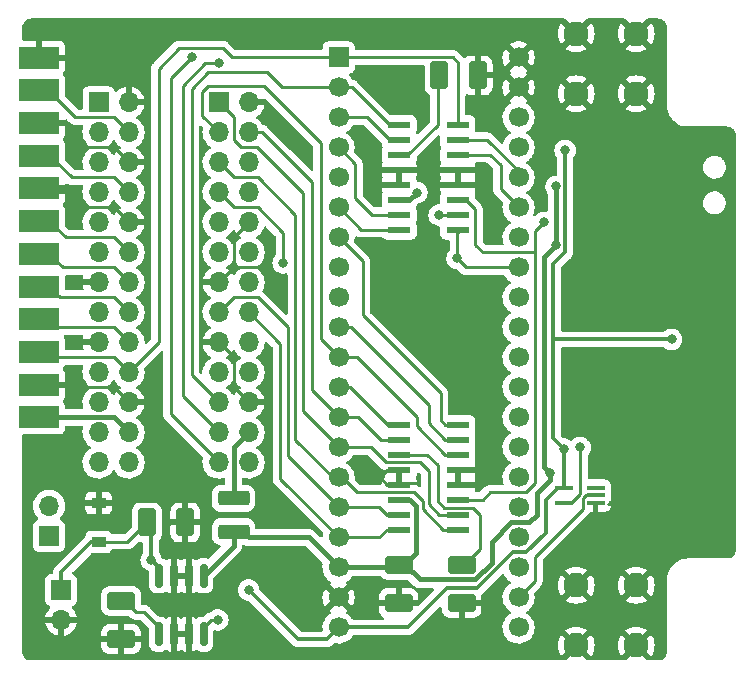
<source format=gbl>
%TF.GenerationSoftware,KiCad,Pcbnew,(6.0.4-0)*%
%TF.CreationDate,2022-11-20T14:03:23-07:00*%
%TF.ProjectId,bluescsi_iigs_internal,626c7565-7363-4736-995f-696967735f69,rev?*%
%TF.SameCoordinates,Original*%
%TF.FileFunction,Copper,L2,Bot*%
%TF.FilePolarity,Positive*%
%FSLAX46Y46*%
G04 Gerber Fmt 4.6, Leading zero omitted, Abs format (unit mm)*
G04 Created by KiCad (PCBNEW (6.0.4-0)) date 2022-11-20 14:03:23*
%MOMM*%
%LPD*%
G01*
G04 APERTURE LIST*
G04 Aperture macros list*
%AMRoundRect*
0 Rectangle with rounded corners*
0 $1 Rounding radius*
0 $2 $3 $4 $5 $6 $7 $8 $9 X,Y pos of 4 corners*
0 Add a 4 corners polygon primitive as box body*
4,1,4,$2,$3,$4,$5,$6,$7,$8,$9,$2,$3,0*
0 Add four circle primitives for the rounded corners*
1,1,$1+$1,$2,$3*
1,1,$1+$1,$4,$5*
1,1,$1+$1,$6,$7*
1,1,$1+$1,$8,$9*
0 Add four rect primitives between the rounded corners*
20,1,$1+$1,$2,$3,$4,$5,0*
20,1,$1+$1,$4,$5,$6,$7,0*
20,1,$1+$1,$6,$7,$8,$9,0*
20,1,$1+$1,$8,$9,$2,$3,0*%
G04 Aperture macros list end*
%TA.AperFunction,SMDPad,CuDef*%
%ADD10RoundRect,0.150000X0.150000X-0.825000X0.150000X0.825000X-0.150000X0.825000X-0.150000X-0.825000X0*%
%TD*%
%TA.AperFunction,SMDPad,CuDef*%
%ADD11R,1.200000X0.900000*%
%TD*%
%TA.AperFunction,SMDPad,CuDef*%
%ADD12RoundRect,0.250001X-0.924999X0.499999X-0.924999X-0.499999X0.924999X-0.499999X0.924999X0.499999X0*%
%TD*%
%TA.AperFunction,ComponentPad*%
%ADD13R,1.700000X1.700000*%
%TD*%
%TA.AperFunction,ComponentPad*%
%ADD14C,1.700000*%
%TD*%
%TA.AperFunction,ComponentPad*%
%ADD15O,1.700000X1.700000*%
%TD*%
%TA.AperFunction,ComponentPad*%
%ADD16C,2.100000*%
%TD*%
%TA.AperFunction,SMDPad,CuDef*%
%ADD17R,3.480000X1.846667*%
%TD*%
%TA.AperFunction,SMDPad,CuDef*%
%ADD18RoundRect,0.250000X-0.500000X-0.925000X0.500000X-0.925000X0.500000X0.925000X-0.500000X0.925000X0*%
%TD*%
%TA.AperFunction,SMDPad,CuDef*%
%ADD19R,1.970000X0.600000*%
%TD*%
%TA.AperFunction,SMDPad,CuDef*%
%ADD20RoundRect,0.250000X-0.925000X0.500000X-0.925000X-0.500000X0.925000X-0.500000X0.925000X0.500000X0*%
%TD*%
%TA.AperFunction,SMDPad,CuDef*%
%ADD21RoundRect,0.250000X1.075000X-0.375000X1.075000X0.375000X-1.075000X0.375000X-1.075000X-0.375000X0*%
%TD*%
%TA.AperFunction,SMDPad,CuDef*%
%ADD22R,1.500000X0.400000*%
%TD*%
%TA.AperFunction,ViaPad*%
%ADD23C,0.800000*%
%TD*%
%TA.AperFunction,Conductor*%
%ADD24C,0.250000*%
%TD*%
%TA.AperFunction,Conductor*%
%ADD25C,0.300000*%
%TD*%
%TA.AperFunction,Conductor*%
%ADD26C,0.400000*%
%TD*%
%TA.AperFunction,Conductor*%
%ADD27C,0.350000*%
%TD*%
G04 APERTURE END LIST*
D10*
%TO.P,U4,1,VIN*%
%TO.N,/+5V_AUX*%
X140970000Y-99630000D03*
%TO.P,U4,2,GND*%
%TO.N,GND*%
X139700000Y-99630000D03*
%TO.P,U4,3,GND*%
X138430000Y-99630000D03*
%TO.P,U4,4,CT*%
%TO.N,Net-(C5-Pad1)*%
X137160000Y-99630000D03*
%TO.P,U4,5,/SHTDWN*%
%TO.N,/+5V_AUX*%
X137160000Y-94680000D03*
%TO.P,U4,6,GND*%
%TO.N,GND*%
X138430000Y-94680000D03*
%TO.P,U4,7,GND*%
X139700000Y-94680000D03*
%TO.P,U4,8,OUTPUT*%
%TO.N,+5V*%
X140970000Y-94680000D03*
%TD*%
D11*
%TO.P,D3,1,K*%
%TO.N,/+5V_AUX*%
X132080000Y-91820000D03*
%TO.P,D3,2,A*%
%TO.N,GND*%
X132080000Y-88520000D03*
%TD*%
D12*
%TO.P,C5,1*%
%TO.N,Net-(C5-Pad1)*%
X133985000Y-96800000D03*
%TO.P,C5,2*%
%TO.N,GND*%
X133985000Y-100050000D03*
%TD*%
D13*
%TO.P,U1,1,PB12*%
%TO.N,/SCSI_DB4*%
X152400000Y-50800000D03*
D14*
%TO.P,U1,2,PB13*%
%TO.N,/SCSI_DB5*%
X152400000Y-53340000D03*
%TO.P,U1,3,PB14*%
%TO.N,/SCSI_DB6*%
X152400000Y-55880000D03*
%TO.P,U1,4,PB15*%
%TO.N,/SCSI_DB7*%
X152400000Y-58420000D03*
%TO.P,U1,5,PA8*%
%TO.N,/SCSI_ATN*%
X152400000Y-60960000D03*
%TO.P,U1,6,PA9*%
%TO.N,/SCSI_BSY*%
X152400000Y-63500000D03*
%TO.P,U1,7,PA10*%
%TO.N,/SCSI_ACK*%
X152400000Y-66040000D03*
%TO.P,U1,8,PA11*%
%TO.N,unconnected-(U1-Pad8)*%
X152400000Y-68580000D03*
%TO.P,U1,9,PA12*%
%TO.N,unconnected-(U1-Pad9)*%
X152400000Y-71120000D03*
%TO.P,U1,10,PA15*%
%TO.N,/SCSI_RST*%
X152400000Y-73660000D03*
%TO.P,U1,11,PB3*%
%TO.N,/SCSI_MSG*%
X152400000Y-76200000D03*
%TO.P,U1,12,PB4*%
%TO.N,/SCSI_SEL*%
X152400000Y-78740000D03*
%TO.P,U1,13,PB5*%
%TO.N,/SCSI_C_D*%
X152400000Y-81280000D03*
%TO.P,U1,14,PB6*%
%TO.N,/SCSI_REQ*%
X152400000Y-83820000D03*
%TO.P,U1,15,PB7*%
%TO.N,/SCSI_I_O*%
X152400000Y-86360000D03*
%TO.P,U1,16,PB8*%
%TO.N,/SCSI_DB0*%
X152400000Y-88900000D03*
%TO.P,U1,17,PB9*%
%TO.N,/SCSI_DB1*%
X152400000Y-91440000D03*
%TO.P,U1,18,5V*%
%TO.N,+5V*%
X152400000Y-93980000D03*
%TO.P,U1,19,GND*%
%TO.N,GND*%
X152400000Y-96520000D03*
%TO.P,U1,20,3V3*%
%TO.N,+3V3*%
X152400000Y-99060000D03*
%TO.P,U1,21,VBat*%
%TO.N,unconnected-(U1-Pad21)*%
X167640000Y-99060000D03*
%TO.P,U1,22,PC13*%
%TO.N,/DISK_ACT*%
X167640000Y-96520000D03*
%TO.P,U1,23,PC14*%
%TO.N,unconnected-(U1-Pad23)*%
X167640000Y-93980000D03*
%TO.P,U1,24,PC15*%
%TO.N,unconnected-(U1-Pad24)*%
X167640000Y-91440000D03*
%TO.P,U1,25,PA0*%
%TO.N,unconnected-(U1-Pad25)*%
X167640000Y-88900000D03*
%TO.P,U1,26,PA1*%
%TO.N,/DEBUG_TX*%
X167640000Y-86360000D03*
%TO.P,U1,27,PA2*%
%TO.N,/DEBUG_RX*%
X167640000Y-83820000D03*
%TO.P,U1,28,PA3*%
%TO.N,unconnected-(U1-Pad28)*%
X167640000Y-81280000D03*
%TO.P,U1,29,PA4*%
%TO.N,/SD_CS*%
X167640000Y-78740000D03*
%TO.P,U1,30,PA5*%
%TO.N,/SD_CSK*%
X167640000Y-76200000D03*
%TO.P,U1,31,PA6*%
%TO.N,/SD_MISO*%
X167640000Y-73660000D03*
%TO.P,U1,32,PA7*%
%TO.N,/SD_MOSI*%
X167640000Y-71120000D03*
%TO.P,U1,33,PB0*%
%TO.N,/SCSI_DBP*%
X167640000Y-68580000D03*
%TO.P,U1,34,PB1*%
%TO.N,unconnected-(U1-Pad34)*%
X167640000Y-66040000D03*
%TO.P,U1,35,PB10*%
%TO.N,/SCSI_DB2*%
X167640000Y-63500000D03*
%TO.P,U1,36,PB11*%
%TO.N,/SCSI_DB3*%
X167640000Y-60960000D03*
%TO.P,U1,37,RST*%
%TO.N,unconnected-(U1-Pad37)*%
X167640000Y-58420000D03*
%TO.P,U1,38,3V3*%
%TO.N,+3V3*%
X167640000Y-55880000D03*
%TO.P,U1,39,GND*%
%TO.N,GND*%
X167640000Y-53340000D03*
%TO.P,U1,40,GND*%
X167640000Y-50800000D03*
%TD*%
D13*
%TO.P,J1,1,Pin_1*%
%TO.N,/SCSI_REQ*%
X132080000Y-54610000D03*
D15*
%TO.P,J1,2,Pin_2*%
%TO.N,GND*%
X134620000Y-54610000D03*
%TO.P,J1,3,Pin_3*%
%TO.N,/SCSI_MSG*%
X132080000Y-57150000D03*
%TO.P,J1,4,Pin_4*%
%TO.N,/SCSI_C_D*%
X134620000Y-57150000D03*
%TO.P,J1,5,Pin_5*%
%TO.N,/SCSI_I_O*%
X132080000Y-59690000D03*
%TO.P,J1,6,Pin_6*%
%TO.N,GND*%
X134620000Y-59690000D03*
%TO.P,J1,7,Pin_7*%
%TO.N,/SCSI_RST*%
X132080000Y-62230000D03*
%TO.P,J1,8,Pin_8*%
%TO.N,/SCSI_ATN*%
X134620000Y-62230000D03*
%TO.P,J1,9,Pin_9*%
%TO.N,/SCSI_ACK*%
X132080000Y-64770000D03*
%TO.P,J1,10,Pin_10*%
%TO.N,GND*%
X134620000Y-64770000D03*
%TO.P,J1,11,Pin_11*%
%TO.N,/SCSI_BSY*%
X132080000Y-67310000D03*
%TO.P,J1,12,Pin_12*%
%TO.N,/SCSI_SEL*%
X134620000Y-67310000D03*
%TO.P,J1,13,Pin_13*%
%TO.N,GND*%
X132080000Y-69850000D03*
%TO.P,J1,14,Pin_14*%
%TO.N,/SCSI_DBP*%
X134620000Y-69850000D03*
%TO.P,J1,15,Pin_15*%
%TO.N,/SCSI_DB0*%
X132080000Y-72390000D03*
%TO.P,J1,16,Pin_16*%
%TO.N,/SCSI_DB1*%
X134620000Y-72390000D03*
%TO.P,J1,17,Pin_17*%
%TO.N,GND*%
X132080000Y-74930000D03*
%TO.P,J1,18,Pin_18*%
%TO.N,/SCSI_DB2*%
X134620000Y-74930000D03*
%TO.P,J1,19,Pin_19*%
%TO.N,/SCSI_DB3*%
X132080000Y-77470000D03*
%TO.P,J1,20,Pin_20*%
%TO.N,/SCSI_DB4*%
X134620000Y-77470000D03*
%TO.P,J1,21,Pin_21*%
%TO.N,/SCSI_DB5*%
X132080000Y-80010000D03*
%TO.P,J1,22,Pin_22*%
%TO.N,GND*%
X134620000Y-80010000D03*
%TO.P,J1,23,Pin_23*%
%TO.N,/SCSI_DB6*%
X132080000Y-82550000D03*
%TO.P,J1,24,Pin_24*%
%TO.N,/SCSI_TERMPWR*%
X134620000Y-82550000D03*
%TO.P,J1,25,Pin_25*%
%TO.N,/SCSI_DB7*%
X132080000Y-85090000D03*
%TO.P,J1,26,Pin_26*%
%TO.N,unconnected-(J1-Pad26)*%
X134620000Y-85090000D03*
%TD*%
D13*
%TO.P,J2,1,Pin_1*%
%TO.N,/SCSI_REQ*%
X142240000Y-54610000D03*
D15*
%TO.P,J2,2,Pin_2*%
%TO.N,GND*%
X144780000Y-54610000D03*
%TO.P,J2,3,Pin_3*%
%TO.N,/SCSI_MSG*%
X142240000Y-57150000D03*
%TO.P,J2,4,Pin_4*%
%TO.N,/SCSI_C_D*%
X144780000Y-57150000D03*
%TO.P,J2,5,Pin_5*%
%TO.N,/SCSI_I_O*%
X142240000Y-59690000D03*
%TO.P,J2,6,Pin_6*%
%TO.N,GND*%
X144780000Y-59690000D03*
%TO.P,J2,7,Pin_7*%
%TO.N,/SCSI_RST*%
X142240000Y-62230000D03*
%TO.P,J2,8,Pin_8*%
%TO.N,/SCSI_ATN*%
X144780000Y-62230000D03*
%TO.P,J2,9,Pin_9*%
%TO.N,/SCSI_ACK*%
X142240000Y-64770000D03*
%TO.P,J2,10,Pin_10*%
%TO.N,GND*%
X144780000Y-64770000D03*
%TO.P,J2,11,Pin_11*%
%TO.N,/SCSI_BSY*%
X142240000Y-67310000D03*
%TO.P,J2,12,Pin_12*%
%TO.N,/SCSI_SEL*%
X144780000Y-67310000D03*
%TO.P,J2,13,Pin_13*%
%TO.N,GND*%
X142240000Y-69850000D03*
%TO.P,J2,14,Pin_14*%
%TO.N,/SCSI_DBP*%
X144780000Y-69850000D03*
%TO.P,J2,15,Pin_15*%
%TO.N,/SCSI_DB0*%
X142240000Y-72390000D03*
%TO.P,J2,16,Pin_16*%
%TO.N,/SCSI_DB1*%
X144780000Y-72390000D03*
%TO.P,J2,17,Pin_17*%
%TO.N,GND*%
X142240000Y-74930000D03*
%TO.P,J2,18,Pin_18*%
%TO.N,/SCSI_DB2*%
X144780000Y-74930000D03*
%TO.P,J2,19,Pin_19*%
%TO.N,/SCSI_DB3*%
X142240000Y-77470000D03*
%TO.P,J2,20,Pin_20*%
%TO.N,/SCSI_DB4*%
X144780000Y-77470000D03*
%TO.P,J2,21,Pin_21*%
%TO.N,/SCSI_DB5*%
X142240000Y-80010000D03*
%TO.P,J2,22,Pin_22*%
%TO.N,GND*%
X144780000Y-80010000D03*
%TO.P,J2,23,Pin_23*%
%TO.N,/SCSI_DB6*%
X142240000Y-82550000D03*
%TO.P,J2,24,Pin_24*%
%TO.N,/SCSI_TERMPWR*%
X144780000Y-82550000D03*
%TO.P,J2,25,Pin_25*%
%TO.N,/SCSI_DB7*%
X142240000Y-85090000D03*
%TO.P,J2,26,Pin_26*%
%TO.N,unconnected-(J2-Pad26)*%
X144780000Y-85090000D03*
%TD*%
D13*
%TO.P,J4,1,Pin_1*%
%TO.N,/+5V_AUX*%
X128905000Y-95885000D03*
D15*
%TO.P,J4,2,Pin_2*%
%TO.N,GND*%
X128905000Y-98425000D03*
%TD*%
D13*
%TO.P,J5,1,Pin_1*%
%TO.N,+3V3*%
X127889000Y-91313000D03*
D15*
%TO.P,J5,2,Pin_2*%
%TO.N,Net-(D1-Pad1)*%
X127889000Y-88773000D03*
%TD*%
D16*
%TO.P,M1,1,Pin_1*%
%TO.N,GND*%
X177591000Y-95481000D03*
X177591000Y-100561000D03*
X172511000Y-95481000D03*
X172511000Y-100561000D03*
%TD*%
%TO.P,M2,1,Pin_1*%
%TO.N,GND*%
X177591000Y-48791000D03*
X172511000Y-48791000D03*
X177591000Y-53871000D03*
X172511000Y-53871000D03*
%TD*%
D17*
%TO.P,J6,14,P14*%
%TO.N,GND*%
X127000000Y-50805000D03*
%TO.P,J6,15,P15*%
%TO.N,/SCSI_C_D*%
X127000000Y-53575000D03*
%TO.P,J6,16,P16*%
%TO.N,GND*%
X127000000Y-56345000D03*
%TO.P,J6,17,P17*%
%TO.N,/SCSI_ATN*%
X127000000Y-59115000D03*
%TO.P,J6,18,P18*%
%TO.N,GND*%
X127000000Y-61885000D03*
%TO.P,J6,19,P19*%
%TO.N,/SCSI_SEL*%
X127000000Y-64655000D03*
%TO.P,J6,20,P20*%
%TO.N,/SCSI_DBP*%
X127000000Y-67425000D03*
%TO.P,J6,21,P21*%
%TO.N,/SCSI_DB1*%
X127000000Y-70195000D03*
%TO.P,J6,22,P22*%
%TO.N,/SCSI_DB2*%
X127000000Y-72965000D03*
%TO.P,J6,23,P23*%
%TO.N,/SCSI_DB4*%
X127000000Y-75735000D03*
%TO.P,J6,24,P24*%
%TO.N,GND*%
X127000000Y-78505000D03*
%TO.P,J6,25,P25*%
%TO.N,/SCSI_TERMPWR*%
X127000000Y-81275000D03*
%TD*%
D18*
%TO.P,C1,1*%
%TO.N,Net-(C1-Pad1)*%
X160935000Y-52324000D03*
%TO.P,C1,2*%
%TO.N,GND*%
X164185000Y-52324000D03*
%TD*%
D19*
%TO.P,U3,1,Pin_1*%
%TO.N,/SCSI_ACK*%
X162495000Y-81915000D03*
%TO.P,U3,2,Pin_2*%
%TO.N,/SCSI_RST*%
X162495000Y-83185000D03*
%TO.P,U3,3,Pin_3*%
%TO.N,/SCSI_MSG*%
X162495000Y-84455000D03*
%TO.P,U3,4,Pin_4*%
%TO.N,GND*%
X162495000Y-85725000D03*
%TO.P,U3,5,Pin_5*%
X162495000Y-86995000D03*
%TO.P,U3,6,Pin_6*%
%TO.N,/TERM_DISC*%
X162495000Y-88265000D03*
%TO.P,U3,7,Pin_7*%
%TO.N,/SCSI_REQ*%
X162495000Y-89535000D03*
%TO.P,U3,8,Pin_8*%
%TO.N,/SCSI_I_O*%
X162495000Y-90805000D03*
%TO.P,U3,9,Pin_9*%
%TO.N,/SCSI_DB1*%
X157545000Y-90805000D03*
%TO.P,U3,10,Pin_10*%
%TO.N,/SCSI_DB0*%
X157545000Y-89535000D03*
%TO.P,U3,11,Pin_11*%
%TO.N,+5V*%
X157545000Y-88265000D03*
%TO.P,U3,12,Pin_12*%
%TO.N,GND*%
X157545000Y-86995000D03*
%TO.P,U3,13,Pin_13*%
X157545000Y-85725000D03*
%TO.P,U3,14,Pin_14*%
%TO.N,Net-(C2-Pad1)*%
X157545000Y-84455000D03*
%TO.P,U3,15,Pin_15*%
%TO.N,/SCSI_C_D*%
X157545000Y-83185000D03*
%TO.P,U3,16,Pin_16*%
%TO.N,/SCSI_SEL*%
X157545000Y-81915000D03*
%TD*%
D20*
%TO.P,C3,1*%
%TO.N,+5V*%
X157480000Y-93752000D03*
%TO.P,C3,2*%
%TO.N,GND*%
X157480000Y-97002000D03*
%TD*%
%TO.P,C2,1*%
%TO.N,Net-(C2-Pad1)*%
X162814000Y-93752000D03*
%TO.P,C2,2*%
%TO.N,GND*%
X162814000Y-97002000D03*
%TD*%
D19*
%TO.P,U2,1,Pin_1*%
%TO.N,/SCSI_DB4*%
X162495000Y-56515000D03*
%TO.P,U2,2,Pin_2*%
%TO.N,/SCSI_DB3*%
X162495000Y-57785000D03*
%TO.P,U2,3,Pin_3*%
%TO.N,/SCSI_DB2*%
X162495000Y-59055000D03*
%TO.P,U2,4,Pin_4*%
%TO.N,GND*%
X162495000Y-60325000D03*
%TO.P,U2,5,Pin_5*%
X162495000Y-61595000D03*
%TO.P,U2,6,Pin_6*%
%TO.N,/TERM_DISC*%
X162495000Y-62865000D03*
%TO.P,U2,7,Pin_7*%
%TO.N,/SCSI_ATN*%
X162495000Y-64135000D03*
%TO.P,U2,8,Pin_8*%
%TO.N,/SCSI_DBP*%
X162495000Y-65405000D03*
%TO.P,U2,9,Pin_9*%
%TO.N,/SCSI_BSY*%
X157545000Y-65405000D03*
%TO.P,U2,10,Pin_10*%
%TO.N,/SCSI_DB7*%
X157545000Y-64135000D03*
%TO.P,U2,11,Pin_11*%
%TO.N,+5V*%
X157545000Y-62865000D03*
%TO.P,U2,12,Pin_12*%
%TO.N,GND*%
X157545000Y-61595000D03*
%TO.P,U2,13,Pin_13*%
X157545000Y-60325000D03*
%TO.P,U2,14,Pin_14*%
%TO.N,Net-(C1-Pad1)*%
X157545000Y-59055000D03*
%TO.P,U2,15,Pin_15*%
%TO.N,/SCSI_DB6*%
X157545000Y-57785000D03*
%TO.P,U2,16,Pin_16*%
%TO.N,/SCSI_DB5*%
X157545000Y-56515000D03*
%TD*%
D21*
%TO.P,F1,1*%
%TO.N,+5V*%
X143510000Y-90935000D03*
%TO.P,F1,2*%
%TO.N,/SCSI_TERMPWR*%
X143510000Y-88135000D03*
%TD*%
D22*
%TO.P,U5,1,Pin_1*%
%TO.N,unconnected-(U5-Pad1)*%
X174177000Y-87234000D03*
%TO.P,U5,2,Pin_2*%
%TO.N,/DISK_ACT*%
X174177000Y-87884000D03*
%TO.P,U5,3,Pin_3*%
%TO.N,GND*%
X174177000Y-88534000D03*
%TO.P,U5,4,Pin_4*%
%TO.N,Net-(D1-Pad1)*%
X171517000Y-88534000D03*
%TO.P,U5,5,Pin_5*%
%TO.N,+3V3*%
X171517000Y-87234000D03*
%TD*%
D18*
%TO.P,C4,1*%
%TO.N,/+5V_AUX*%
X136170000Y-90170000D03*
%TO.P,C4,2*%
%TO.N,GND*%
X139420000Y-90170000D03*
%TD*%
D23*
%TO.N,/+5V_AUX*%
X142175000Y-98425000D03*
X136525000Y-93345000D03*
%TO.N,+5V*%
X170815000Y-61722000D03*
X170307000Y-85979000D03*
X159025320Y-62233641D03*
X170814998Y-66675000D03*
%TO.N,GND*%
X164338000Y-86360000D03*
X156845000Y-52705000D03*
X164338000Y-60960000D03*
X155575000Y-60960000D03*
X155905200Y-86360000D03*
X163703000Y-79502000D03*
%TO.N,/SCSI_DBP*%
X162433000Y-67818000D03*
%TO.N,/SCSI_ATN*%
X160909000Y-64135000D03*
%TO.N,/SCSI_DB7*%
X139954000Y-50800000D03*
%TO.N,/SCSI_DB6*%
X142240000Y-51308000D03*
%TO.N,/SCSI_RST*%
X147701000Y-68199000D03*
%TO.N,+3V3*%
X171450000Y-83947000D03*
X180594000Y-74676000D03*
X171577000Y-58674000D03*
X144780000Y-95885000D03*
%TO.N,/TERM_DISC*%
X169799000Y-64770000D03*
%TO.N,Net-(D1-Pad1)*%
X172847000Y-83820000D03*
%TD*%
D24*
%TO.N,/SCSI_DB6*%
X142240000Y-51308000D02*
X141097000Y-51308000D01*
X139192000Y-53213000D02*
X139192000Y-79502000D01*
X141097000Y-51308000D02*
X139192000Y-53213000D01*
X139192000Y-79502000D02*
X142240000Y-82550000D01*
%TO.N,/SCSI_DB7*%
X138176000Y-81026000D02*
X138176000Y-52578000D01*
X138176000Y-52578000D02*
X139954000Y-50800000D01*
X142240000Y-85090000D02*
X138176000Y-81026000D01*
D25*
%TO.N,+3V3*%
X180594000Y-74676000D02*
X170561000Y-74676000D01*
X152400000Y-99060000D02*
X158242000Y-99060000D01*
X158242000Y-99060000D02*
X161544000Y-95758000D01*
X161544000Y-95758000D02*
X164084000Y-95758000D01*
X164084000Y-95758000D02*
X167132000Y-92710000D01*
X167132000Y-92710000D02*
X168275000Y-92710000D01*
X168275000Y-92710000D02*
X169926000Y-91059000D01*
X169926000Y-91059000D02*
X169926000Y-88265000D01*
X169926000Y-88265000D02*
X170942000Y-87249000D01*
D26*
%TO.N,+5V*%
X157480000Y-93752000D02*
X158014000Y-93752000D01*
X158014000Y-93752000D02*
X159258000Y-94996000D01*
X159258000Y-94996000D02*
X163957000Y-94996000D01*
X163957000Y-94996000D02*
X165354000Y-93599000D01*
X165354000Y-93599000D02*
X165354000Y-91787900D01*
X165354000Y-91787900D02*
X166971900Y-90170000D01*
X166971900Y-90170000D02*
X168529000Y-90170000D01*
X168529000Y-90170000D02*
X169164000Y-89535000D01*
X169164000Y-89535000D02*
X169164000Y-87687685D01*
X169164000Y-87687685D02*
X170307000Y-86544685D01*
X170307000Y-86544685D02*
X170307000Y-85979000D01*
D24*
%TO.N,Net-(C1-Pad1)*%
X160782000Y-54102000D02*
X160782000Y-52477000D01*
X158230000Y-59055000D02*
X160782000Y-56503000D01*
X160782000Y-52477000D02*
X160935000Y-52324000D01*
X160782000Y-56503000D02*
X160782000Y-54102000D01*
X157545000Y-59055000D02*
X158230000Y-59055000D01*
%TO.N,/SCSI_DB4*%
X162495000Y-51243000D02*
X162495000Y-56515000D01*
X162052000Y-50800000D02*
X162495000Y-51243000D01*
X152400000Y-50800000D02*
X162052000Y-50800000D01*
D27*
%TO.N,/+5V_AUX*%
X136525000Y-93345000D02*
X136525000Y-90525000D01*
X136525000Y-90525000D02*
X136170000Y-90170000D01*
D24*
X134520000Y-91820000D02*
X136170000Y-90170000D01*
X132080000Y-91820000D02*
X134520000Y-91820000D01*
D27*
X131445000Y-91820000D02*
X132080000Y-91820000D01*
X128905000Y-94360000D02*
X131445000Y-91820000D01*
X128905000Y-95885000D02*
X128905000Y-94360000D01*
D24*
%TO.N,Net-(C5-Pad1)*%
X133985000Y-96800000D02*
X134281250Y-96800000D01*
X134281250Y-96800000D02*
X135255000Y-97773750D01*
X135255000Y-97773750D02*
X135906250Y-97773750D01*
X137160000Y-99027500D02*
X137160000Y-99630000D01*
X135906250Y-97773750D02*
X137160000Y-99027500D01*
%TO.N,/+5V_AUX*%
X142175000Y-98425000D02*
X141572500Y-98425000D01*
X141572500Y-98425000D02*
X140970000Y-99027500D01*
X140970000Y-99027500D02*
X140970000Y-99630000D01*
D27*
X137160000Y-94680000D02*
X137160000Y-93980000D01*
X137160000Y-93980000D02*
X136525000Y-93345000D01*
D26*
%TO.N,+5V*%
X140970000Y-94680000D02*
X143510000Y-92140000D01*
X143510000Y-92140000D02*
X143510000Y-90935000D01*
D25*
%TO.N,+3V3*%
X148971000Y-100076000D02*
X151384000Y-100076000D01*
X144780000Y-95885000D02*
X148971000Y-100076000D01*
X151384000Y-100076000D02*
X152400000Y-99060000D01*
D26*
%TO.N,+5V*%
X149860000Y-91440000D02*
X152400000Y-93980000D01*
X143510000Y-90805000D02*
X144145000Y-90805000D01*
X157545000Y-88265000D02*
X158426500Y-88265000D01*
X157545000Y-62865000D02*
X158393961Y-62865000D01*
X144780000Y-91440000D02*
X149860000Y-91440000D01*
X158929511Y-88768011D02*
X158929511Y-92784489D01*
X158929511Y-92784489D02*
X157734000Y-93980000D01*
X169799000Y-85471000D02*
X170307000Y-85979000D01*
X157734000Y-93980000D02*
X152400000Y-93980000D01*
X158393961Y-62865000D02*
X159025320Y-62233641D01*
X170814998Y-61722002D02*
X170815000Y-61722000D01*
X144145000Y-90805000D02*
X144780000Y-91440000D01*
X158426500Y-88265000D02*
X158929511Y-88768011D01*
X169799000Y-67690998D02*
X169799000Y-85471000D01*
X170814998Y-66675000D02*
X170814998Y-61722002D01*
X170814998Y-66675000D02*
X169799000Y-67690998D01*
D24*
%TO.N,GND*%
X142240000Y-74930000D02*
X143510000Y-76200000D01*
X143510000Y-76200000D02*
X143510000Y-78740000D01*
X143510000Y-78740000D02*
X144780000Y-80010000D01*
X144780000Y-64770000D02*
X143510000Y-66040000D01*
X143510000Y-66040000D02*
X143510000Y-68580000D01*
X134620000Y-80010000D02*
X133350000Y-78740000D01*
X143510000Y-68580000D02*
X143446500Y-68643500D01*
X157545000Y-60325000D02*
X162495000Y-60325000D01*
X130175000Y-78740000D02*
X129940000Y-78505000D01*
X129540000Y-62230000D02*
X127345000Y-62230000D01*
X157545000Y-86995000D02*
X156540200Y-86995000D01*
X143510000Y-68580000D02*
X146304000Y-68580000D01*
X127345000Y-62230000D02*
X127000000Y-61885000D01*
X157545000Y-85725000D02*
X156540200Y-85725000D01*
X130175000Y-58420000D02*
X130175000Y-57150000D01*
X134620000Y-59690000D02*
X133350000Y-58420000D01*
X143446500Y-68643500D02*
X142240000Y-69850000D01*
X156540200Y-86995000D02*
X155905200Y-86360000D01*
X133350000Y-78740000D02*
X130175000Y-78740000D01*
X134620000Y-64770000D02*
X133350000Y-63500000D01*
X130175000Y-57150000D02*
X129370000Y-56345000D01*
X157545000Y-85725000D02*
X157545000Y-86995000D01*
X129370000Y-56345000D02*
X127000000Y-56345000D01*
X130810000Y-63500000D02*
X129540000Y-62230000D01*
X174197000Y-93745000D02*
X172461000Y-95481000D01*
X133350000Y-63500000D02*
X130810000Y-63500000D01*
X129940000Y-78505000D02*
X127000000Y-78505000D01*
X156540200Y-85725000D02*
X155905200Y-86360000D01*
X133350000Y-58420000D02*
X130175000Y-58420000D01*
X174197000Y-88580000D02*
X174197000Y-93745000D01*
%TO.N,/SCSI_DB4*%
X127465000Y-76200000D02*
X133350000Y-76200000D01*
X137160000Y-74930000D02*
X137160000Y-51758998D01*
X137160000Y-51758998D02*
X138880998Y-50038000D01*
X138880998Y-50038000D02*
X142621000Y-50038000D01*
X151300000Y-50800000D02*
X152400000Y-50800000D01*
X127000000Y-75735000D02*
X127465000Y-76200000D01*
X133350000Y-76200000D02*
X134620000Y-77470000D01*
X143383000Y-50800000D02*
X151300000Y-50800000D01*
X142621000Y-50038000D02*
X143383000Y-50800000D01*
X134620000Y-77470000D02*
X137160000Y-74930000D01*
%TO.N,/SCSI_DB2*%
X166116000Y-59944000D02*
X166116000Y-61976000D01*
X127000000Y-72965000D02*
X127695000Y-73660000D01*
X162495000Y-59055000D02*
X165227000Y-59055000D01*
X133350000Y-73660000D02*
X134620000Y-74930000D01*
X165227000Y-59055000D02*
X166116000Y-59944000D01*
X166116000Y-61976000D02*
X167640000Y-63500000D01*
X127695000Y-73660000D02*
X133350000Y-73660000D01*
%TO.N,/SCSI_DB1*%
X144780000Y-72390000D02*
X147447000Y-75057000D01*
X156464000Y-90805000D02*
X157545000Y-90805000D01*
X147447000Y-86487000D02*
X152400000Y-91440000D01*
X152400000Y-91440000D02*
X155829000Y-91440000D01*
X128778000Y-71120000D02*
X133350000Y-71120000D01*
X147447000Y-75057000D02*
X147447000Y-86487000D01*
X133350000Y-71120000D02*
X134620000Y-72390000D01*
X127000000Y-70195000D02*
X127853000Y-70195000D01*
X127853000Y-70195000D02*
X128778000Y-71120000D01*
X155829000Y-91440000D02*
X156464000Y-90805000D01*
%TO.N,/SCSI_DBP*%
X129038000Y-68580000D02*
X133350000Y-68580000D01*
X127883000Y-67425000D02*
X129038000Y-68580000D01*
X162433000Y-65659000D02*
X162433000Y-67818000D01*
X167640000Y-68580000D02*
X163195000Y-68580000D01*
X162560000Y-65532000D02*
X162433000Y-65659000D01*
X163195000Y-68580000D02*
X162433000Y-67818000D01*
X127000000Y-67425000D02*
X127883000Y-67425000D01*
X133350000Y-68580000D02*
X134620000Y-69850000D01*
%TO.N,/SCSI_SEL*%
X153385000Y-78740000D02*
X156560000Y-81915000D01*
X156560000Y-81915000D02*
X157545000Y-81915000D01*
X127901000Y-64655000D02*
X129286000Y-66040000D01*
X133350000Y-66040000D02*
X134620000Y-67310000D01*
X129286000Y-66040000D02*
X133350000Y-66040000D01*
X152400000Y-78740000D02*
X153385000Y-78740000D01*
X127000000Y-64655000D02*
X127901000Y-64655000D01*
%TO.N,/SCSI_ATN*%
X162495000Y-64135000D02*
X160909000Y-64135000D01*
X133350000Y-60960000D02*
X134620000Y-62230000D01*
X127000000Y-59115000D02*
X127949000Y-59115000D01*
X127949000Y-59115000D02*
X129794000Y-60960000D01*
X129794000Y-60960000D02*
X133350000Y-60960000D01*
%TO.N,/SCSI_C_D*%
X133350000Y-55880000D02*
X134620000Y-57150000D01*
X145923000Y-57150000D02*
X150114000Y-61341000D01*
X154051000Y-81280000D02*
X155956000Y-83185000D01*
X127816666Y-53575000D02*
X130121666Y-55880000D01*
X155956000Y-83185000D02*
X157545000Y-83185000D01*
X130121666Y-55880000D02*
X133350000Y-55880000D01*
X144780000Y-57150000D02*
X145923000Y-57150000D01*
X150114000Y-61341000D02*
X150114000Y-78994000D01*
X152400000Y-81280000D02*
X154051000Y-81280000D01*
X127000000Y-53575000D02*
X127816666Y-53575000D01*
X150114000Y-78994000D02*
X152400000Y-81280000D01*
%TO.N,/SCSI_DB7*%
X152400000Y-58420000D02*
X153797000Y-59817000D01*
X155206700Y-64135000D02*
X157545000Y-64135000D01*
X153797000Y-59817000D02*
X153797000Y-62725300D01*
X153797000Y-62725300D02*
X155206700Y-64135000D01*
%TO.N,/SCSI_DB6*%
X154813000Y-55880000D02*
X156718000Y-57785000D01*
X152400000Y-55880000D02*
X154813000Y-55880000D01*
X156718000Y-57785000D02*
X157545000Y-57785000D01*
%TO.N,/SCSI_DB5*%
X142240000Y-80010000D02*
X139954000Y-77724000D01*
X147574000Y-53340000D02*
X152400000Y-53340000D01*
X156718000Y-56515000D02*
X157545000Y-56515000D01*
X153543000Y-53340000D02*
X156718000Y-56515000D01*
X152400000Y-53340000D02*
X153543000Y-53340000D01*
X146304000Y-52070000D02*
X147574000Y-53340000D01*
X141351000Y-52070000D02*
X146304000Y-52070000D01*
X139954000Y-53467000D02*
X141351000Y-52070000D01*
X139954000Y-77724000D02*
X139954000Y-53467000D01*
%TO.N,/SCSI_DB3*%
X167640000Y-60452000D02*
X167640000Y-60960000D01*
X164973000Y-57785000D02*
X167640000Y-60452000D01*
X162495000Y-57785000D02*
X164973000Y-57785000D01*
%TO.N,/SCSI_DB0*%
X155829000Y-88900000D02*
X156464000Y-89535000D01*
X148082000Y-73660000D02*
X148082000Y-84582000D01*
X143510000Y-71120000D02*
X145542000Y-71120000D01*
X145542000Y-71120000D02*
X148082000Y-73660000D01*
X148082000Y-84582000D02*
X152400000Y-88900000D01*
X156464000Y-89535000D02*
X157545000Y-89535000D01*
X142240000Y-72390000D02*
X143510000Y-71120000D01*
X152400000Y-88900000D02*
X155829000Y-88900000D01*
%TO.N,/SCSI_BSY*%
X154305000Y-65405000D02*
X152400000Y-63500000D01*
X157545000Y-65405000D02*
X154305000Y-65405000D01*
%TO.N,/SCSI_ACK*%
X152400000Y-66040000D02*
X154432000Y-68072000D01*
X154432000Y-72644000D02*
X161036000Y-79248000D01*
X161417000Y-81915000D02*
X162495000Y-81915000D01*
X161036000Y-79248000D02*
X161036000Y-81534000D01*
X161036000Y-81534000D02*
X161417000Y-81915000D01*
X154432000Y-68072000D02*
X154432000Y-72644000D01*
%TO.N,/SCSI_RST*%
X161417000Y-83185000D02*
X162495000Y-83185000D01*
X152400000Y-73660000D02*
X153416000Y-73660000D01*
X145542000Y-63500000D02*
X147701000Y-65659000D01*
X147701000Y-65659000D02*
X147701000Y-68199000D01*
X153416000Y-73660000D02*
X160020000Y-80264000D01*
X160020000Y-80264000D02*
X160020000Y-81788000D01*
X142240000Y-62230000D02*
X143510000Y-63500000D01*
X160020000Y-81788000D02*
X161417000Y-83185000D01*
X143510000Y-63500000D02*
X145542000Y-63500000D01*
%TO.N,/SCSI_I_O*%
X159512000Y-89057000D02*
X161260000Y-90805000D01*
X143510000Y-60960000D02*
X145542000Y-60960000D01*
X148717000Y-83185000D02*
X151892000Y-86360000D01*
X151892000Y-86360000D02*
X152400000Y-86360000D01*
X152654000Y-86360000D02*
X153924000Y-87630000D01*
X161260000Y-90805000D02*
X162495000Y-90805000D01*
X158780002Y-87630000D02*
X159512000Y-88361998D01*
X152400000Y-86360000D02*
X152654000Y-86360000D01*
X142240000Y-59690000D02*
X143510000Y-60960000D01*
X148717000Y-64135000D02*
X148717000Y-83185000D01*
X145542000Y-60960000D02*
X148717000Y-64135000D01*
X153924000Y-87630000D02*
X158780002Y-87630000D01*
X159512000Y-88361998D02*
X159512000Y-89057000D01*
%TO.N,/SCSI_MSG*%
X161432001Y-84455000D02*
X162495000Y-84455000D01*
X152400000Y-76200000D02*
X153924000Y-76200000D01*
X140843000Y-55753000D02*
X140843000Y-53721998D01*
X159004000Y-81280000D02*
X159004000Y-82026999D01*
X146050000Y-53213000D02*
X150876000Y-58039000D01*
X150876000Y-58039000D02*
X150876000Y-74676000D01*
X140843000Y-53721998D02*
X141351998Y-53213000D01*
X159004000Y-82026999D02*
X161432001Y-84455000D01*
X150876000Y-74676000D02*
X152400000Y-76200000D01*
X141351998Y-53213000D02*
X146050000Y-53213000D01*
X153924000Y-76200000D02*
X159004000Y-81280000D01*
X142240000Y-57150000D02*
X140843000Y-55753000D01*
%TO.N,/SCSI_REQ*%
X160020000Y-88646000D02*
X160909000Y-89535000D01*
X143510000Y-57809000D02*
X144121000Y-58420000D01*
X159258000Y-85090000D02*
X160020000Y-85852000D01*
X160909000Y-89535000D02*
X162495000Y-89535000D01*
X149352000Y-62249499D02*
X149352000Y-80772000D01*
X149352000Y-80772000D02*
X152400000Y-83820000D01*
X152400000Y-83820000D02*
X155130500Y-83820000D01*
X155130500Y-83820000D02*
X156400500Y-85090000D01*
X156400500Y-85090000D02*
X159258000Y-85090000D01*
X160020000Y-85852000D02*
X160020000Y-88646000D01*
X145522501Y-58420000D02*
X149352000Y-62249499D01*
X142240000Y-54610000D02*
X143510000Y-55880000D01*
X143510000Y-55880000D02*
X143510000Y-57809000D01*
X144121000Y-58420000D02*
X145522501Y-58420000D01*
D25*
%TO.N,+3V3*%
X170561000Y-68326000D02*
X170561000Y-73279000D01*
X170561000Y-83058000D02*
X170561000Y-73279000D01*
X171577000Y-58674000D02*
X171577000Y-67310000D01*
X171450000Y-83947000D02*
X170561000Y-83058000D01*
X171577000Y-67310000D02*
X170561000Y-68326000D01*
X171450000Y-87249000D02*
X171450000Y-83947000D01*
D24*
%TO.N,Net-(C2-Pad1)*%
X160782000Y-88392000D02*
X161299999Y-88909999D01*
X164338000Y-89507998D02*
X164338000Y-92456000D01*
X163740001Y-88909999D02*
X164338000Y-89507998D01*
X161299999Y-88909999D02*
X163740001Y-88909999D01*
X159893000Y-84455000D02*
X160782000Y-85344000D01*
X164338000Y-92456000D02*
X163322000Y-93472000D01*
X157545000Y-84455000D02*
X159893000Y-84455000D01*
X160782000Y-85344000D02*
X160782000Y-88392000D01*
%TO.N,/TERM_DISC*%
X168231164Y-87630000D02*
X165227000Y-87630000D01*
X164592000Y-88265000D02*
X162495000Y-88265000D01*
X169037000Y-65532000D02*
X169037000Y-67437000D01*
X163957000Y-66675000D02*
X164592000Y-67310000D01*
X169799000Y-64770000D02*
X169037000Y-65532000D01*
X163180000Y-62865000D02*
X163957000Y-63642000D01*
X169037000Y-67437000D02*
X169037000Y-67818000D01*
X169037000Y-67818000D02*
X169037000Y-86824164D01*
X162495000Y-62865000D02*
X163180000Y-62865000D01*
X168910000Y-67310000D02*
X169037000Y-67437000D01*
X169037000Y-86824164D02*
X168231164Y-87630000D01*
X164592000Y-67310000D02*
X168910000Y-67310000D01*
X163957000Y-63642000D02*
X163957000Y-66675000D01*
X165227000Y-87630000D02*
X164592000Y-88265000D01*
%TO.N,Net-(D1-Pad1)*%
X172847000Y-84385685D02*
X172847000Y-83820000D01*
X172067000Y-88534000D02*
X172847000Y-87754000D01*
X171517000Y-88534000D02*
X172067000Y-88534000D01*
X172847000Y-87754000D02*
X172847000Y-84385685D01*
%TO.N,/DISK_ACT*%
X173355000Y-87884000D02*
X173101000Y-88138000D01*
X174177000Y-87884000D02*
X173355000Y-87884000D01*
X169037000Y-95123000D02*
X167640000Y-96520000D01*
X169037000Y-93091000D02*
X169037000Y-95123000D01*
X173101000Y-88138000D02*
X173101000Y-89027000D01*
X173101000Y-89027000D02*
X169037000Y-93091000D01*
D26*
%TO.N,/SCSI_TERMPWR*%
X133345000Y-81275000D02*
X134620000Y-82550000D01*
X143510000Y-83820000D02*
X143510000Y-88135000D01*
X144780000Y-82550000D02*
X143510000Y-83820000D01*
X127000000Y-81275000D02*
X133345000Y-81275000D01*
%TD*%
%TA.AperFunction,Conductor*%
%TO.N,GND*%
G36*
X171593641Y-47518502D02*
G01*
X171614615Y-47535405D01*
X172498188Y-48418978D01*
X172512132Y-48426592D01*
X172513965Y-48426461D01*
X172520580Y-48422210D01*
X173407385Y-47535405D01*
X173469697Y-47501379D01*
X173496480Y-47498500D01*
X176605520Y-47498500D01*
X176673641Y-47518502D01*
X176694615Y-47535405D01*
X177578188Y-48418978D01*
X177592132Y-48426592D01*
X177593965Y-48426461D01*
X177600580Y-48422210D01*
X178487385Y-47535405D01*
X178549697Y-47501379D01*
X178576480Y-47498500D01*
X179401633Y-47498500D01*
X179421018Y-47500000D01*
X179435852Y-47502310D01*
X179435855Y-47502310D01*
X179444724Y-47503691D01*
X179454659Y-47502392D01*
X179455746Y-47502250D01*
X179484431Y-47501793D01*
X179557741Y-47509013D01*
X179587212Y-47511916D01*
X179611432Y-47516733D01*
X179730546Y-47552866D01*
X179753355Y-47562315D01*
X179863124Y-47620987D01*
X179883655Y-47634705D01*
X179979876Y-47713671D01*
X179997329Y-47731124D01*
X180076295Y-47827345D01*
X180090013Y-47847876D01*
X180148685Y-47957645D01*
X180158134Y-47980454D01*
X180194267Y-48099568D01*
X180199084Y-48123789D01*
X180208541Y-48219809D01*
X180208091Y-48235868D01*
X180208800Y-48235877D01*
X180208690Y-48244853D01*
X180207309Y-48253724D01*
X180208473Y-48262626D01*
X180208473Y-48262628D01*
X180211436Y-48285283D01*
X180212500Y-48301621D01*
X180212500Y-54814633D01*
X180211000Y-54834018D01*
X180208690Y-54848851D01*
X180208690Y-54848855D01*
X180207309Y-54857724D01*
X180208130Y-54864000D01*
X180207957Y-54864000D01*
X180226106Y-55117753D01*
X180227062Y-55122147D01*
X180278474Y-55358483D01*
X180280183Y-55366341D01*
X180281755Y-55370556D01*
X180281756Y-55370559D01*
X180305206Y-55433430D01*
X180369087Y-55604703D01*
X180392259Y-55647139D01*
X180464065Y-55778641D01*
X180491009Y-55827986D01*
X180493706Y-55831589D01*
X180493710Y-55831595D01*
X180590663Y-55961109D01*
X180643466Y-56031645D01*
X180823355Y-56211534D01*
X180826958Y-56214231D01*
X181023405Y-56361290D01*
X181023411Y-56361294D01*
X181027014Y-56363991D01*
X181030971Y-56366152D01*
X181030973Y-56366153D01*
X181124457Y-56417199D01*
X181250297Y-56485913D01*
X181254509Y-56487484D01*
X181484441Y-56573244D01*
X181484444Y-56573245D01*
X181488659Y-56574817D01*
X181493050Y-56575772D01*
X181493056Y-56575774D01*
X181678513Y-56616117D01*
X181737247Y-56628894D01*
X181741735Y-56629215D01*
X181957668Y-56644659D01*
X181969577Y-56646083D01*
X181970924Y-56646310D01*
X181973645Y-56646768D01*
X181973647Y-56646768D01*
X181978448Y-56647576D01*
X181984991Y-56647656D01*
X181986140Y-56647670D01*
X181986143Y-56647670D01*
X181991000Y-56647729D01*
X182018624Y-56643773D01*
X182036486Y-56642500D01*
X185243633Y-56642500D01*
X185263018Y-56644000D01*
X185277852Y-56646310D01*
X185277855Y-56646310D01*
X185286724Y-56647691D01*
X185296659Y-56646392D01*
X185297746Y-56646250D01*
X185326431Y-56645793D01*
X185399741Y-56653013D01*
X185429212Y-56655916D01*
X185453432Y-56660733D01*
X185572546Y-56696866D01*
X185595355Y-56706315D01*
X185705124Y-56764987D01*
X185725655Y-56778705D01*
X185821876Y-56857671D01*
X185839329Y-56875124D01*
X185918295Y-56971345D01*
X185932013Y-56991876D01*
X185990685Y-57101645D01*
X186000134Y-57124454D01*
X186036267Y-57243568D01*
X186041084Y-57267789D01*
X186050541Y-57363809D01*
X186050091Y-57379868D01*
X186050800Y-57379877D01*
X186050690Y-57388853D01*
X186049309Y-57397724D01*
X186050473Y-57406626D01*
X186050473Y-57406628D01*
X186053436Y-57429283D01*
X186054500Y-57445621D01*
X186054500Y-92406633D01*
X186053000Y-92426018D01*
X186051061Y-92438474D01*
X186049309Y-92449724D01*
X186050473Y-92458626D01*
X186050750Y-92460746D01*
X186051207Y-92489431D01*
X186049511Y-92506655D01*
X186041084Y-92592212D01*
X186036267Y-92616432D01*
X186000134Y-92735546D01*
X185990685Y-92758355D01*
X185932013Y-92868124D01*
X185918295Y-92888655D01*
X185839329Y-92984876D01*
X185821876Y-93002329D01*
X185725655Y-93081295D01*
X185705124Y-93095013D01*
X185595355Y-93153685D01*
X185572546Y-93163134D01*
X185453432Y-93199267D01*
X185429211Y-93204084D01*
X185333191Y-93213541D01*
X185317132Y-93213091D01*
X185317123Y-93213800D01*
X185308147Y-93213690D01*
X185299276Y-93212309D01*
X185290374Y-93213473D01*
X185290372Y-93213473D01*
X185277856Y-93215110D01*
X185267714Y-93216436D01*
X185251379Y-93217500D01*
X182044250Y-93217500D01*
X182023345Y-93215754D01*
X182008344Y-93213230D01*
X182008341Y-93213230D01*
X182003552Y-93212424D01*
X181997555Y-93212351D01*
X181995868Y-93212330D01*
X181995864Y-93212330D01*
X181991000Y-93212271D01*
X181986006Y-93212986D01*
X181985851Y-93213008D01*
X181976984Y-93213959D01*
X181763238Y-93229247D01*
X181737247Y-93231106D01*
X181679615Y-93243643D01*
X181493056Y-93284226D01*
X181493050Y-93284228D01*
X181488659Y-93285183D01*
X181484444Y-93286755D01*
X181484441Y-93286756D01*
X181291227Y-93358821D01*
X181250297Y-93374087D01*
X181027014Y-93496009D01*
X181023411Y-93498706D01*
X181023405Y-93498710D01*
X180899588Y-93591399D01*
X180823355Y-93648466D01*
X180643466Y-93828355D01*
X180640769Y-93831958D01*
X180493710Y-94028405D01*
X180493706Y-94028411D01*
X180491009Y-94032014D01*
X180488848Y-94035971D01*
X180488847Y-94035973D01*
X180456598Y-94095032D01*
X180369087Y-94255297D01*
X180367516Y-94259509D01*
X180289522Y-94468621D01*
X180280183Y-94493659D01*
X180279228Y-94498050D01*
X180279226Y-94498056D01*
X180242615Y-94666358D01*
X180226106Y-94742247D01*
X180225785Y-94746735D01*
X180209711Y-94971477D01*
X180208784Y-94979650D01*
X180208852Y-94979817D01*
X180207309Y-94989724D01*
X180208018Y-94995146D01*
X180207957Y-94996000D01*
X180208130Y-94996000D01*
X180209328Y-95005162D01*
X180209328Y-95005163D01*
X180211436Y-95021283D01*
X180212500Y-95037620D01*
X180212500Y-101042633D01*
X180211000Y-101062018D01*
X180210325Y-101066357D01*
X180207309Y-101085724D01*
X180208473Y-101094626D01*
X180208750Y-101096746D01*
X180209207Y-101125431D01*
X180201987Y-101198741D01*
X180199084Y-101228212D01*
X180194267Y-101252432D01*
X180158134Y-101371546D01*
X180148685Y-101394355D01*
X180090013Y-101504124D01*
X180076295Y-101524655D01*
X179997329Y-101620876D01*
X179979876Y-101638329D01*
X179883655Y-101717295D01*
X179863124Y-101731013D01*
X179753355Y-101789685D01*
X179730546Y-101799134D01*
X179611432Y-101835267D01*
X179587211Y-101840084D01*
X179491191Y-101849541D01*
X179475132Y-101849091D01*
X179475123Y-101849800D01*
X179466147Y-101849690D01*
X179457276Y-101848309D01*
X179448374Y-101849473D01*
X179448372Y-101849473D01*
X179435856Y-101851110D01*
X179425714Y-101852436D01*
X179409379Y-101853500D01*
X178576480Y-101853500D01*
X178508359Y-101833498D01*
X178487385Y-101816595D01*
X177603812Y-100933022D01*
X177589868Y-100925408D01*
X177588035Y-100925539D01*
X177581420Y-100929790D01*
X176694615Y-101816595D01*
X176632303Y-101850621D01*
X176605520Y-101853500D01*
X173496480Y-101853500D01*
X173428359Y-101833498D01*
X173407385Y-101816595D01*
X172523812Y-100933022D01*
X172509868Y-100925408D01*
X172508035Y-100925539D01*
X172501420Y-100929790D01*
X171614615Y-101816595D01*
X171552303Y-101850621D01*
X171525520Y-101853500D01*
X126414367Y-101853500D01*
X126394982Y-101852000D01*
X126380148Y-101849690D01*
X126380145Y-101849690D01*
X126371276Y-101848309D01*
X126361341Y-101849608D01*
X126360254Y-101849750D01*
X126331569Y-101850207D01*
X126258259Y-101842987D01*
X126228788Y-101840084D01*
X126204568Y-101835267D01*
X126085454Y-101799134D01*
X126062645Y-101789685D01*
X125952876Y-101731013D01*
X125932345Y-101717295D01*
X125836124Y-101638329D01*
X125818671Y-101620876D01*
X125739705Y-101524655D01*
X125725987Y-101504124D01*
X125667315Y-101394355D01*
X125657866Y-101371546D01*
X125621733Y-101252432D01*
X125616916Y-101228212D01*
X125607711Y-101134755D01*
X125607607Y-101111151D01*
X125607768Y-101109354D01*
X125608576Y-101104552D01*
X125608729Y-101092000D01*
X125604773Y-101064376D01*
X125603500Y-101046514D01*
X125603500Y-100597096D01*
X132302000Y-100597096D01*
X132302337Y-100603611D01*
X132312256Y-100699203D01*
X132315150Y-100712602D01*
X132366588Y-100866783D01*
X132372762Y-100879962D01*
X132458063Y-101017807D01*
X132467099Y-101029208D01*
X132581830Y-101143739D01*
X132593241Y-101152751D01*
X132731245Y-101237818D01*
X132744423Y-101243962D01*
X132898716Y-101295139D01*
X132912081Y-101298005D01*
X133006439Y-101307672D01*
X133012855Y-101308000D01*
X133712885Y-101308000D01*
X133728124Y-101303525D01*
X133729329Y-101302135D01*
X133731000Y-101294452D01*
X133731000Y-101289885D01*
X134239000Y-101289885D01*
X134243475Y-101305124D01*
X134244865Y-101306329D01*
X134252548Y-101308000D01*
X134957096Y-101308000D01*
X134963611Y-101307663D01*
X135059203Y-101297744D01*
X135072602Y-101294850D01*
X135226783Y-101243412D01*
X135239962Y-101237238D01*
X135377807Y-101151937D01*
X135389208Y-101142901D01*
X135503739Y-101028170D01*
X135512751Y-101016759D01*
X135597818Y-100878755D01*
X135603962Y-100865577D01*
X135655139Y-100711284D01*
X135658005Y-100697919D01*
X135667672Y-100603561D01*
X135668000Y-100597145D01*
X135668000Y-100322115D01*
X135663525Y-100306876D01*
X135662135Y-100305671D01*
X135654452Y-100304000D01*
X134257115Y-100304000D01*
X134241876Y-100308475D01*
X134240671Y-100309865D01*
X134239000Y-100317548D01*
X134239000Y-101289885D01*
X133731000Y-101289885D01*
X133731000Y-100322115D01*
X133726525Y-100306876D01*
X133725135Y-100305671D01*
X133717452Y-100304000D01*
X132320115Y-100304000D01*
X132304876Y-100308475D01*
X132303671Y-100309865D01*
X132302000Y-100317548D01*
X132302000Y-100597096D01*
X125603500Y-100597096D01*
X125603500Y-99777885D01*
X132302000Y-99777885D01*
X132306475Y-99793124D01*
X132307865Y-99794329D01*
X132315548Y-99796000D01*
X133712885Y-99796000D01*
X133728124Y-99791525D01*
X133729329Y-99790135D01*
X133731000Y-99782452D01*
X133731000Y-99777885D01*
X134239000Y-99777885D01*
X134243475Y-99793124D01*
X134244865Y-99794329D01*
X134252548Y-99796000D01*
X135649885Y-99796000D01*
X135665124Y-99791525D01*
X135666329Y-99790135D01*
X135668000Y-99782452D01*
X135668000Y-99502904D01*
X135667663Y-99496389D01*
X135657744Y-99400797D01*
X135654850Y-99387398D01*
X135603412Y-99233217D01*
X135597238Y-99220038D01*
X135511937Y-99082193D01*
X135502901Y-99070792D01*
X135388170Y-98956261D01*
X135376759Y-98947249D01*
X135238755Y-98862182D01*
X135225577Y-98856038D01*
X135071284Y-98804861D01*
X135057919Y-98801995D01*
X134963561Y-98792328D01*
X134957144Y-98792000D01*
X134257115Y-98792000D01*
X134241876Y-98796475D01*
X134240671Y-98797865D01*
X134239000Y-98805548D01*
X134239000Y-99777885D01*
X133731000Y-99777885D01*
X133731000Y-98810115D01*
X133726525Y-98794876D01*
X133725135Y-98793671D01*
X133717452Y-98792000D01*
X133012904Y-98792000D01*
X133006389Y-98792337D01*
X132910797Y-98802256D01*
X132897398Y-98805150D01*
X132743217Y-98856588D01*
X132730038Y-98862762D01*
X132592193Y-98948063D01*
X132580792Y-98957099D01*
X132466261Y-99071830D01*
X132457249Y-99083241D01*
X132372182Y-99221245D01*
X132366038Y-99234423D01*
X132314861Y-99388716D01*
X132311995Y-99402081D01*
X132302328Y-99496439D01*
X132302000Y-99502856D01*
X132302000Y-99777885D01*
X125603500Y-99777885D01*
X125603500Y-98692966D01*
X127573257Y-98692966D01*
X127603565Y-98827446D01*
X127606645Y-98837275D01*
X127686770Y-99034603D01*
X127691413Y-99043794D01*
X127802694Y-99225388D01*
X127808777Y-99233699D01*
X127948213Y-99394667D01*
X127955580Y-99401883D01*
X128119434Y-99537916D01*
X128127881Y-99543831D01*
X128311756Y-99651279D01*
X128321042Y-99655729D01*
X128520001Y-99731703D01*
X128529899Y-99734579D01*
X128633250Y-99755606D01*
X128647299Y-99754410D01*
X128651000Y-99744065D01*
X128651000Y-99743517D01*
X129159000Y-99743517D01*
X129163064Y-99757359D01*
X129176478Y-99759393D01*
X129183184Y-99758534D01*
X129193262Y-99756392D01*
X129397255Y-99695191D01*
X129406842Y-99691433D01*
X129598095Y-99597739D01*
X129606945Y-99592464D01*
X129780328Y-99468792D01*
X129788200Y-99462139D01*
X129939052Y-99311812D01*
X129945730Y-99303965D01*
X130070003Y-99131020D01*
X130075313Y-99122183D01*
X130169670Y-98931267D01*
X130173469Y-98921672D01*
X130235377Y-98717910D01*
X130237555Y-98707837D01*
X130238986Y-98696962D01*
X130236775Y-98682778D01*
X130223617Y-98679000D01*
X129177115Y-98679000D01*
X129161876Y-98683475D01*
X129160671Y-98684865D01*
X129159000Y-98692548D01*
X129159000Y-99743517D01*
X128651000Y-99743517D01*
X128651000Y-98697115D01*
X128646525Y-98681876D01*
X128645135Y-98680671D01*
X128637452Y-98679000D01*
X127588225Y-98679000D01*
X127574694Y-98682973D01*
X127573257Y-98692966D01*
X125603500Y-98692966D01*
X125603500Y-96783134D01*
X127546500Y-96783134D01*
X127553255Y-96845316D01*
X127604385Y-96981705D01*
X127691739Y-97098261D01*
X127808295Y-97185615D01*
X127816704Y-97188767D01*
X127816705Y-97188768D01*
X127925960Y-97229726D01*
X127982725Y-97272367D01*
X128007425Y-97338929D01*
X127992218Y-97408278D01*
X127972825Y-97434759D01*
X127849590Y-97563717D01*
X127843104Y-97571727D01*
X127723098Y-97747649D01*
X127718000Y-97756623D01*
X127628338Y-97949783D01*
X127624775Y-97959470D01*
X127569389Y-98159183D01*
X127570912Y-98167607D01*
X127583292Y-98171000D01*
X130223344Y-98171000D01*
X130236875Y-98167027D01*
X130238180Y-98157947D01*
X130196214Y-97990875D01*
X130192894Y-97981124D01*
X130107972Y-97785814D01*
X130103105Y-97776739D01*
X129987426Y-97597926D01*
X129981136Y-97589757D01*
X129837293Y-97431677D01*
X129806241Y-97367831D01*
X129808316Y-97350400D01*
X132301500Y-97350400D01*
X132301837Y-97353646D01*
X132301837Y-97353650D01*
X132307316Y-97406449D01*
X132312474Y-97456165D01*
X132314655Y-97462701D01*
X132314655Y-97462703D01*
X132348356Y-97563717D01*
X132368450Y-97623945D01*
X132461522Y-97774348D01*
X132586697Y-97899305D01*
X132592927Y-97903145D01*
X132592928Y-97903146D01*
X132719568Y-97981208D01*
X132737262Y-97992115D01*
X132817005Y-98018564D01*
X132898611Y-98045632D01*
X132898613Y-98045632D01*
X132905139Y-98047797D01*
X132911975Y-98048497D01*
X132911978Y-98048498D01*
X132955031Y-98052909D01*
X133009600Y-98058500D01*
X134591656Y-98058500D01*
X134659777Y-98078502D01*
X134680751Y-98095405D01*
X134751343Y-98165997D01*
X134758887Y-98174287D01*
X134763000Y-98180768D01*
X134768777Y-98186193D01*
X134812667Y-98227408D01*
X134815509Y-98230163D01*
X134835230Y-98249884D01*
X134838425Y-98252362D01*
X134847447Y-98260068D01*
X134879679Y-98290336D01*
X134888601Y-98295241D01*
X134897432Y-98300096D01*
X134913956Y-98310949D01*
X134929959Y-98323363D01*
X134970543Y-98340926D01*
X134981173Y-98346133D01*
X135019940Y-98367445D01*
X135027617Y-98369416D01*
X135027622Y-98369418D01*
X135039558Y-98372482D01*
X135058266Y-98378887D01*
X135076855Y-98386931D01*
X135084680Y-98388170D01*
X135084682Y-98388171D01*
X135120519Y-98393847D01*
X135132140Y-98396254D01*
X135167289Y-98405278D01*
X135174970Y-98407250D01*
X135195231Y-98407250D01*
X135214940Y-98408801D01*
X135234943Y-98411969D01*
X135242835Y-98411223D01*
X135248062Y-98410729D01*
X135278954Y-98407809D01*
X135290811Y-98407250D01*
X135591656Y-98407250D01*
X135659777Y-98427252D01*
X135680751Y-98444155D01*
X136314595Y-99077999D01*
X136348621Y-99140311D01*
X136351500Y-99167094D01*
X136351500Y-100521502D01*
X136351693Y-100523950D01*
X136351693Y-100523958D01*
X136353855Y-100551420D01*
X136354438Y-100558831D01*
X136383143Y-100657635D01*
X136389964Y-100681112D01*
X136400855Y-100718601D01*
X136409965Y-100734005D01*
X136481509Y-100854980D01*
X136481511Y-100854983D01*
X136485547Y-100861807D01*
X136603193Y-100979453D01*
X136610016Y-100983488D01*
X136610020Y-100983491D01*
X136710024Y-101042633D01*
X136746399Y-101064145D01*
X136754010Y-101066356D01*
X136754012Y-101066357D01*
X136790137Y-101076852D01*
X136906169Y-101110562D01*
X136912574Y-101111066D01*
X136912579Y-101111067D01*
X136941042Y-101113307D01*
X136941050Y-101113307D01*
X136943498Y-101113500D01*
X137376502Y-101113500D01*
X137378950Y-101113307D01*
X137378958Y-101113307D01*
X137407421Y-101111067D01*
X137407426Y-101111066D01*
X137413831Y-101110562D01*
X137529863Y-101076852D01*
X137565988Y-101066357D01*
X137565990Y-101066356D01*
X137573601Y-101064145D01*
X137716807Y-100979453D01*
X137719747Y-100976513D01*
X137784271Y-100951179D01*
X137853894Y-100965080D01*
X137872640Y-100977129D01*
X137880323Y-100983089D01*
X138009779Y-101059648D01*
X138024210Y-101065893D01*
X138158605Y-101104939D01*
X138172706Y-101104899D01*
X138176000Y-101097630D01*
X138176000Y-101091878D01*
X138684000Y-101091878D01*
X138687973Y-101105409D01*
X138695871Y-101106544D01*
X138835790Y-101065893D01*
X138850221Y-101059648D01*
X138979678Y-100983088D01*
X138987770Y-100976811D01*
X139053854Y-100950861D01*
X139123477Y-100964759D01*
X139142230Y-100976811D01*
X139150322Y-100983088D01*
X139279779Y-101059648D01*
X139294210Y-101065893D01*
X139428605Y-101104939D01*
X139442706Y-101104899D01*
X139446000Y-101097630D01*
X139446000Y-101091878D01*
X139954000Y-101091878D01*
X139957973Y-101105409D01*
X139965871Y-101106544D01*
X140105790Y-101065893D01*
X140120221Y-101059648D01*
X140249676Y-100983090D01*
X140257364Y-100977126D01*
X140323449Y-100951179D01*
X140393072Y-100965080D01*
X140409158Y-100975418D01*
X140413193Y-100979453D01*
X140556399Y-101064145D01*
X140564010Y-101066356D01*
X140564012Y-101066357D01*
X140600137Y-101076852D01*
X140716169Y-101110562D01*
X140722574Y-101111066D01*
X140722579Y-101111067D01*
X140751042Y-101113307D01*
X140751050Y-101113307D01*
X140753498Y-101113500D01*
X141186502Y-101113500D01*
X141188950Y-101113307D01*
X141188958Y-101113307D01*
X141217421Y-101111067D01*
X141217426Y-101111066D01*
X141223831Y-101110562D01*
X141339863Y-101076852D01*
X141375988Y-101066357D01*
X141375990Y-101066356D01*
X141383601Y-101064145D01*
X141419976Y-101042633D01*
X141519980Y-100983491D01*
X141519984Y-100983488D01*
X141526807Y-100979453D01*
X141644453Y-100861807D01*
X141648489Y-100854983D01*
X141648491Y-100854980D01*
X141720035Y-100734005D01*
X141729145Y-100718601D01*
X141740037Y-100681112D01*
X141746857Y-100657635D01*
X141775562Y-100558831D01*
X141776146Y-100551420D01*
X141778307Y-100523958D01*
X141778307Y-100523950D01*
X141778500Y-100521502D01*
X141778500Y-99425115D01*
X141798502Y-99356994D01*
X141852158Y-99310501D01*
X141922432Y-99300397D01*
X141930697Y-99301868D01*
X142073056Y-99332128D01*
X142073061Y-99332128D01*
X142079513Y-99333500D01*
X142270487Y-99333500D01*
X142276939Y-99332128D01*
X142276944Y-99332128D01*
X142378688Y-99310501D01*
X142457288Y-99293794D01*
X142478567Y-99284320D01*
X142625722Y-99218803D01*
X142625724Y-99218802D01*
X142631752Y-99216118D01*
X142786253Y-99103866D01*
X142804824Y-99083241D01*
X142909621Y-98966852D01*
X142909622Y-98966851D01*
X142914040Y-98961944D01*
X142975185Y-98856038D01*
X143006223Y-98802279D01*
X143006224Y-98802278D01*
X143009527Y-98796556D01*
X143068542Y-98614928D01*
X143070711Y-98594297D01*
X143087814Y-98431565D01*
X143088504Y-98425000D01*
X143083932Y-98381498D01*
X143069232Y-98241635D01*
X143069232Y-98241633D01*
X143068542Y-98235072D01*
X143009527Y-98053444D01*
X142914040Y-97888056D01*
X142897881Y-97870109D01*
X142790675Y-97751045D01*
X142790674Y-97751044D01*
X142786253Y-97746134D01*
X142674032Y-97664600D01*
X142637094Y-97637763D01*
X142637093Y-97637762D01*
X142631752Y-97633882D01*
X142625724Y-97631198D01*
X142625722Y-97631197D01*
X142463319Y-97558891D01*
X142463318Y-97558891D01*
X142457288Y-97556206D01*
X142363888Y-97536353D01*
X142276944Y-97517872D01*
X142276939Y-97517872D01*
X142270487Y-97516500D01*
X142079513Y-97516500D01*
X142073061Y-97517872D01*
X142073056Y-97517872D01*
X141986112Y-97536353D01*
X141892712Y-97556206D01*
X141886682Y-97558891D01*
X141886681Y-97558891D01*
X141724278Y-97631197D01*
X141724276Y-97631198D01*
X141718248Y-97633882D01*
X141712907Y-97637762D01*
X141712906Y-97637763D01*
X141675968Y-97664600D01*
X141563747Y-97746134D01*
X141559326Y-97751044D01*
X141557092Y-97753525D01*
X141555442Y-97754541D01*
X141554423Y-97755459D01*
X141554255Y-97755273D01*
X141496645Y-97790762D01*
X141483174Y-97793658D01*
X141480527Y-97794077D01*
X141472611Y-97794326D01*
X141465003Y-97796536D01*
X141464999Y-97796537D01*
X141453152Y-97799979D01*
X141433793Y-97803988D01*
X141432483Y-97804154D01*
X141413703Y-97806526D01*
X141406337Y-97809442D01*
X141406331Y-97809444D01*
X141372598Y-97822800D01*
X141361368Y-97826645D01*
X141326517Y-97836770D01*
X141318907Y-97838981D01*
X141312084Y-97843016D01*
X141301466Y-97849295D01*
X141283713Y-97857992D01*
X141276068Y-97861019D01*
X141264883Y-97865448D01*
X141258468Y-97870109D01*
X141229112Y-97891437D01*
X141219195Y-97897951D01*
X141181138Y-97920458D01*
X141166817Y-97934779D01*
X141151784Y-97947619D01*
X141135393Y-97959528D01*
X141111612Y-97988275D01*
X141107208Y-97993598D01*
X141099218Y-98002378D01*
X140992001Y-98109595D01*
X140929689Y-98143621D01*
X140902906Y-98146500D01*
X140753498Y-98146500D01*
X140751050Y-98146693D01*
X140751042Y-98146693D01*
X140722579Y-98148933D01*
X140722574Y-98148934D01*
X140716169Y-98149438D01*
X140637666Y-98172245D01*
X140564012Y-98193643D01*
X140564010Y-98193644D01*
X140556399Y-98195855D01*
X140413193Y-98280547D01*
X140410253Y-98283487D01*
X140345729Y-98308821D01*
X140276106Y-98294920D01*
X140257360Y-98282871D01*
X140249677Y-98276911D01*
X140120221Y-98200352D01*
X140105790Y-98194107D01*
X139971395Y-98155061D01*
X139957294Y-98155101D01*
X139954000Y-98162370D01*
X139954000Y-101091878D01*
X139446000Y-101091878D01*
X139446000Y-99902115D01*
X139441525Y-99886876D01*
X139440135Y-99885671D01*
X139432452Y-99884000D01*
X138702115Y-99884000D01*
X138686876Y-99888475D01*
X138685671Y-99889865D01*
X138684000Y-99897548D01*
X138684000Y-101091878D01*
X138176000Y-101091878D01*
X138176000Y-99357885D01*
X138684000Y-99357885D01*
X138688475Y-99373124D01*
X138689865Y-99374329D01*
X138697548Y-99376000D01*
X139427885Y-99376000D01*
X139443124Y-99371525D01*
X139444329Y-99370135D01*
X139446000Y-99362452D01*
X139446000Y-98168122D01*
X139442027Y-98154591D01*
X139434129Y-98153456D01*
X139294210Y-98194107D01*
X139279779Y-98200352D01*
X139150322Y-98276912D01*
X139142230Y-98283189D01*
X139076146Y-98309139D01*
X139006523Y-98295241D01*
X138987770Y-98283189D01*
X138979678Y-98276912D01*
X138850221Y-98200352D01*
X138835790Y-98194107D01*
X138701395Y-98155061D01*
X138687294Y-98155101D01*
X138684000Y-98162370D01*
X138684000Y-99357885D01*
X138176000Y-99357885D01*
X138176000Y-98168122D01*
X138172027Y-98154591D01*
X138164129Y-98153456D01*
X138024210Y-98194107D01*
X138009779Y-98200352D01*
X137880324Y-98276910D01*
X137872636Y-98282874D01*
X137806551Y-98308821D01*
X137736928Y-98294920D01*
X137720842Y-98284582D01*
X137716807Y-98280547D01*
X137681510Y-98259672D01*
X137580427Y-98199892D01*
X137580428Y-98199892D01*
X137573601Y-98195855D01*
X137565990Y-98193644D01*
X137565988Y-98193643D01*
X137492334Y-98172245D01*
X137413831Y-98149438D01*
X137407426Y-98148934D01*
X137407421Y-98148933D01*
X137378958Y-98146693D01*
X137378950Y-98146693D01*
X137376502Y-98146500D01*
X137227095Y-98146500D01*
X137158974Y-98126498D01*
X137138000Y-98109595D01*
X136409902Y-97381497D01*
X136402362Y-97373211D01*
X136398250Y-97366732D01*
X136348598Y-97320106D01*
X136345757Y-97317352D01*
X136326020Y-97297615D01*
X136322823Y-97295135D01*
X136313801Y-97287430D01*
X136299622Y-97274115D01*
X136281571Y-97257164D01*
X136274625Y-97253345D01*
X136274622Y-97253343D01*
X136263816Y-97247402D01*
X136247297Y-97236551D01*
X136246833Y-97236191D01*
X136231291Y-97224136D01*
X136224022Y-97220991D01*
X136224018Y-97220988D01*
X136190713Y-97206576D01*
X136180063Y-97201359D01*
X136141310Y-97180055D01*
X136121687Y-97175017D01*
X136102984Y-97168613D01*
X136091670Y-97163717D01*
X136091669Y-97163717D01*
X136084395Y-97160569D01*
X136076572Y-97159330D01*
X136076562Y-97159327D01*
X136040726Y-97153651D01*
X136029106Y-97151245D01*
X135993961Y-97142222D01*
X135993960Y-97142222D01*
X135986280Y-97140250D01*
X135966026Y-97140250D01*
X135946315Y-97138699D01*
X135934136Y-97136770D01*
X135926307Y-97135530D01*
X135918415Y-97136276D01*
X135882289Y-97139691D01*
X135870431Y-97140250D01*
X135794500Y-97140250D01*
X135726379Y-97120248D01*
X135679886Y-97066592D01*
X135668500Y-97014250D01*
X135668500Y-96249600D01*
X135664002Y-96206248D01*
X135658238Y-96150693D01*
X135658237Y-96150689D01*
X135657526Y-96143835D01*
X135648402Y-96116485D01*
X135603868Y-95983003D01*
X135601550Y-95976055D01*
X135508478Y-95825652D01*
X135383303Y-95700695D01*
X135375771Y-95696052D01*
X135238968Y-95611725D01*
X135238966Y-95611724D01*
X135232738Y-95607885D01*
X135104447Y-95565333D01*
X135071389Y-95554368D01*
X135071387Y-95554368D01*
X135064861Y-95552203D01*
X135058025Y-95551503D01*
X135058022Y-95551502D01*
X135014969Y-95547091D01*
X134960400Y-95541500D01*
X133009600Y-95541500D01*
X133006354Y-95541837D01*
X133006350Y-95541837D01*
X132910693Y-95551762D01*
X132910689Y-95551763D01*
X132903835Y-95552474D01*
X132897299Y-95554655D01*
X132897297Y-95554655D01*
X132765195Y-95598728D01*
X132736055Y-95608450D01*
X132585652Y-95701522D01*
X132460695Y-95826697D01*
X132456855Y-95832927D01*
X132456854Y-95832928D01*
X132403432Y-95919595D01*
X132367885Y-95977262D01*
X132349368Y-96033089D01*
X132321750Y-96116357D01*
X132312203Y-96145139D01*
X132311503Y-96151975D01*
X132311502Y-96151978D01*
X132310322Y-96163500D01*
X132301500Y-96249600D01*
X132301500Y-97350400D01*
X129808316Y-97350400D01*
X129814635Y-97297333D01*
X129859812Y-97242564D01*
X129886256Y-97228895D01*
X129993297Y-97188767D01*
X130001705Y-97185615D01*
X130118261Y-97098261D01*
X130205615Y-96981705D01*
X130256745Y-96845316D01*
X130263500Y-96783134D01*
X130263500Y-94986866D01*
X130256745Y-94924684D01*
X130205615Y-94788295D01*
X130118261Y-94671739D01*
X130001705Y-94584385D01*
X129993296Y-94581233D01*
X129993295Y-94581232D01*
X129927130Y-94556428D01*
X129870365Y-94513787D01*
X129845665Y-94447225D01*
X129860872Y-94377877D01*
X129882264Y-94349351D01*
X131416210Y-92815405D01*
X131478522Y-92781379D01*
X131505305Y-92778500D01*
X132728134Y-92778500D01*
X132790316Y-92771745D01*
X132926705Y-92720615D01*
X133043261Y-92633261D01*
X133130615Y-92516705D01*
X133130861Y-92516049D01*
X133178175Y-92468843D01*
X133238433Y-92453500D01*
X134441233Y-92453500D01*
X134452416Y-92454027D01*
X134459909Y-92455702D01*
X134467835Y-92455453D01*
X134467836Y-92455453D01*
X134527986Y-92453562D01*
X134531945Y-92453500D01*
X134559856Y-92453500D01*
X134563791Y-92453003D01*
X134563856Y-92452995D01*
X134575693Y-92452062D01*
X134607951Y-92451048D01*
X134611970Y-92450922D01*
X134619889Y-92450673D01*
X134639343Y-92445021D01*
X134658700Y-92441013D01*
X134670930Y-92439468D01*
X134670931Y-92439468D01*
X134678797Y-92438474D01*
X134686168Y-92435555D01*
X134686170Y-92435555D01*
X134719912Y-92422196D01*
X134731142Y-92418351D01*
X134765983Y-92408229D01*
X134765984Y-92408229D01*
X134773593Y-92406018D01*
X134780412Y-92401985D01*
X134780417Y-92401983D01*
X134791028Y-92395707D01*
X134808776Y-92387012D01*
X134827617Y-92379552D01*
X134844206Y-92367500D01*
X134863387Y-92353564D01*
X134873307Y-92347048D01*
X134904535Y-92328580D01*
X134904538Y-92328578D01*
X134911362Y-92324542D01*
X134925683Y-92310221D01*
X134940717Y-92297380D01*
X134950694Y-92290131D01*
X134957107Y-92285472D01*
X134985298Y-92251395D01*
X134993288Y-92242616D01*
X135368529Y-91867375D01*
X135430841Y-91833349D01*
X135497294Y-91836878D01*
X135508613Y-91840633D01*
X135508618Y-91840634D01*
X135515139Y-91842797D01*
X135521972Y-91843497D01*
X135521976Y-91843498D01*
X135571044Y-91848525D01*
X135619600Y-91853500D01*
X135715500Y-91853500D01*
X135783621Y-91873502D01*
X135830114Y-91927158D01*
X135841500Y-91979500D01*
X135841500Y-92698006D01*
X135821498Y-92766127D01*
X135809135Y-92782317D01*
X135790383Y-92803143D01*
X135790380Y-92803147D01*
X135785960Y-92808056D01*
X135782657Y-92813777D01*
X135715982Y-92929262D01*
X135690473Y-92973444D01*
X135631458Y-93155072D01*
X135630768Y-93161633D01*
X135630768Y-93161635D01*
X135617783Y-93285183D01*
X135611496Y-93345000D01*
X135631458Y-93534928D01*
X135690473Y-93716556D01*
X135785960Y-93881944D01*
X135790378Y-93886851D01*
X135790379Y-93886852D01*
X135905369Y-94014561D01*
X135913747Y-94023866D01*
X136068248Y-94136118D01*
X136074276Y-94138802D01*
X136074278Y-94138803D01*
X136221433Y-94204320D01*
X136242712Y-94213794D01*
X136249173Y-94215167D01*
X136249175Y-94215168D01*
X136251699Y-94215705D01*
X136253018Y-94216417D01*
X136255452Y-94217208D01*
X136255307Y-94217653D01*
X136314172Y-94249434D01*
X136348492Y-94311584D01*
X136351500Y-94338951D01*
X136351500Y-95571502D01*
X136351693Y-95573950D01*
X136351693Y-95573958D01*
X136353884Y-95601791D01*
X136354438Y-95608831D01*
X136377230Y-95687282D01*
X136397445Y-95756862D01*
X136400855Y-95768601D01*
X136404892Y-95775427D01*
X136481509Y-95904980D01*
X136481511Y-95904983D01*
X136485547Y-95911807D01*
X136603193Y-96029453D01*
X136610016Y-96033488D01*
X136610020Y-96033491D01*
X136645494Y-96054470D01*
X136746399Y-96114145D01*
X136754010Y-96116356D01*
X136754012Y-96116357D01*
X136754453Y-96116485D01*
X136906169Y-96160562D01*
X136912574Y-96161066D01*
X136912579Y-96161067D01*
X136941042Y-96163307D01*
X136941050Y-96163307D01*
X136943498Y-96163500D01*
X137376502Y-96163500D01*
X137378950Y-96163307D01*
X137378958Y-96163307D01*
X137407421Y-96161067D01*
X137407426Y-96161066D01*
X137413831Y-96160562D01*
X137565547Y-96116485D01*
X137565988Y-96116357D01*
X137565990Y-96116356D01*
X137573601Y-96114145D01*
X137716807Y-96029453D01*
X137719747Y-96026513D01*
X137784271Y-96001179D01*
X137853894Y-96015080D01*
X137872640Y-96027129D01*
X137880323Y-96033089D01*
X138009779Y-96109648D01*
X138024210Y-96115893D01*
X138158605Y-96154939D01*
X138172706Y-96154899D01*
X138176000Y-96147630D01*
X138176000Y-96141878D01*
X138684000Y-96141878D01*
X138687973Y-96155409D01*
X138695871Y-96156544D01*
X138835790Y-96115893D01*
X138850221Y-96109648D01*
X138979678Y-96033088D01*
X138987770Y-96026811D01*
X139053854Y-96000861D01*
X139123477Y-96014759D01*
X139142230Y-96026811D01*
X139150322Y-96033088D01*
X139279779Y-96109648D01*
X139294210Y-96115893D01*
X139428605Y-96154939D01*
X139442706Y-96154899D01*
X139446000Y-96147630D01*
X139446000Y-94952115D01*
X139441525Y-94936876D01*
X139440135Y-94935671D01*
X139432452Y-94934000D01*
X138702115Y-94934000D01*
X138686876Y-94938475D01*
X138685671Y-94939865D01*
X138684000Y-94947548D01*
X138684000Y-96141878D01*
X138176000Y-96141878D01*
X138176000Y-94407885D01*
X138684000Y-94407885D01*
X138688475Y-94423124D01*
X138689865Y-94424329D01*
X138697548Y-94426000D01*
X139427885Y-94426000D01*
X139443124Y-94421525D01*
X139444329Y-94420135D01*
X139446000Y-94412452D01*
X139446000Y-93218122D01*
X139442027Y-93204591D01*
X139434129Y-93203456D01*
X139294210Y-93244107D01*
X139279779Y-93250352D01*
X139150322Y-93326912D01*
X139142230Y-93333189D01*
X139076146Y-93359139D01*
X139006523Y-93345241D01*
X138987770Y-93333189D01*
X138979678Y-93326912D01*
X138850221Y-93250352D01*
X138835790Y-93244107D01*
X138701395Y-93205061D01*
X138687294Y-93205101D01*
X138684000Y-93212370D01*
X138684000Y-94407885D01*
X138176000Y-94407885D01*
X138176000Y-93218122D01*
X138172027Y-93204591D01*
X138164129Y-93203456D01*
X138024210Y-93244107D01*
X138009779Y-93250352D01*
X137880324Y-93326910D01*
X137872636Y-93332874D01*
X137806551Y-93358821D01*
X137736928Y-93344920D01*
X137720842Y-93334582D01*
X137716807Y-93330547D01*
X137670049Y-93302894D01*
X137580427Y-93249892D01*
X137580428Y-93249892D01*
X137573601Y-93245855D01*
X137565990Y-93243644D01*
X137565988Y-93243643D01*
X137499015Y-93224186D01*
X137439180Y-93185973D01*
X137414335Y-93142125D01*
X137394569Y-93081290D01*
X137359527Y-92973444D01*
X137334019Y-92929262D01*
X137267343Y-92813777D01*
X137264040Y-92808056D01*
X137259620Y-92803147D01*
X137259617Y-92803143D01*
X137240865Y-92782317D01*
X137210147Y-92718310D01*
X137208500Y-92698006D01*
X137208500Y-91681341D01*
X137228502Y-91613220D01*
X137245327Y-91592324D01*
X137264130Y-91573488D01*
X137264134Y-91573483D01*
X137269305Y-91568303D01*
X137327653Y-91473645D01*
X137358275Y-91423968D01*
X137358276Y-91423966D01*
X137362115Y-91417738D01*
X137395807Y-91316158D01*
X137415632Y-91256389D01*
X137415632Y-91256387D01*
X137417797Y-91249861D01*
X137428500Y-91145400D01*
X137428500Y-91142095D01*
X138162001Y-91142095D01*
X138162338Y-91148614D01*
X138172257Y-91244206D01*
X138175149Y-91257600D01*
X138226588Y-91411784D01*
X138232761Y-91424962D01*
X138318063Y-91562807D01*
X138327099Y-91574208D01*
X138441829Y-91688739D01*
X138453240Y-91697751D01*
X138591243Y-91782816D01*
X138604424Y-91788963D01*
X138758710Y-91840138D01*
X138772086Y-91843005D01*
X138866438Y-91852672D01*
X138872854Y-91853000D01*
X139147885Y-91853000D01*
X139163124Y-91848525D01*
X139164329Y-91847135D01*
X139166000Y-91839452D01*
X139166000Y-91834884D01*
X139674000Y-91834884D01*
X139678475Y-91850123D01*
X139679865Y-91851328D01*
X139687548Y-91852999D01*
X139967095Y-91852999D01*
X139973614Y-91852662D01*
X140069206Y-91842743D01*
X140082600Y-91839851D01*
X140236784Y-91788412D01*
X140249962Y-91782239D01*
X140387807Y-91696937D01*
X140399208Y-91687901D01*
X140513739Y-91573171D01*
X140522751Y-91561760D01*
X140607816Y-91423757D01*
X140613963Y-91410576D01*
X140665138Y-91256290D01*
X140668005Y-91242914D01*
X140677672Y-91148562D01*
X140678000Y-91142146D01*
X140678000Y-90442115D01*
X140673525Y-90426876D01*
X140672135Y-90425671D01*
X140664452Y-90424000D01*
X139692115Y-90424000D01*
X139676876Y-90428475D01*
X139675671Y-90429865D01*
X139674000Y-90437548D01*
X139674000Y-91834884D01*
X139166000Y-91834884D01*
X139166000Y-90442115D01*
X139161525Y-90426876D01*
X139160135Y-90425671D01*
X139152452Y-90424000D01*
X138180116Y-90424000D01*
X138164877Y-90428475D01*
X138163672Y-90429865D01*
X138162001Y-90437548D01*
X138162001Y-91142095D01*
X137428500Y-91142095D01*
X137428500Y-89897885D01*
X138162000Y-89897885D01*
X138166475Y-89913124D01*
X138167865Y-89914329D01*
X138175548Y-89916000D01*
X139147885Y-89916000D01*
X139163124Y-89911525D01*
X139164329Y-89910135D01*
X139166000Y-89902452D01*
X139166000Y-89897885D01*
X139674000Y-89897885D01*
X139678475Y-89913124D01*
X139679865Y-89914329D01*
X139687548Y-89916000D01*
X140659884Y-89916000D01*
X140675123Y-89911525D01*
X140676328Y-89910135D01*
X140677999Y-89902452D01*
X140677999Y-89197905D01*
X140677662Y-89191386D01*
X140667743Y-89095794D01*
X140664851Y-89082400D01*
X140613412Y-88928216D01*
X140607239Y-88915038D01*
X140521937Y-88777193D01*
X140512901Y-88765792D01*
X140398171Y-88651261D01*
X140386760Y-88642249D01*
X140248757Y-88557184D01*
X140235576Y-88551037D01*
X140081290Y-88499862D01*
X140067914Y-88496995D01*
X139973562Y-88487328D01*
X139967145Y-88487000D01*
X139692115Y-88487000D01*
X139676876Y-88491475D01*
X139675671Y-88492865D01*
X139674000Y-88500548D01*
X139674000Y-89897885D01*
X139166000Y-89897885D01*
X139166000Y-88505116D01*
X139161525Y-88489877D01*
X139160135Y-88488672D01*
X139152452Y-88487001D01*
X138872905Y-88487001D01*
X138866386Y-88487338D01*
X138770794Y-88497257D01*
X138757400Y-88500149D01*
X138603216Y-88551588D01*
X138590038Y-88557761D01*
X138452193Y-88643063D01*
X138440792Y-88652099D01*
X138326261Y-88766829D01*
X138317249Y-88778240D01*
X138232184Y-88916243D01*
X138226037Y-88929424D01*
X138174862Y-89083710D01*
X138171995Y-89097086D01*
X138162328Y-89191438D01*
X138162000Y-89197855D01*
X138162000Y-89897885D01*
X137428500Y-89897885D01*
X137428500Y-89194600D01*
X137427548Y-89185425D01*
X137418238Y-89095692D01*
X137418237Y-89095688D01*
X137417526Y-89088834D01*
X137413531Y-89076858D01*
X137363868Y-88928002D01*
X137361550Y-88921054D01*
X137268478Y-88770652D01*
X137143303Y-88645695D01*
X137133396Y-88639588D01*
X136998968Y-88556725D01*
X136998966Y-88556724D01*
X136992738Y-88552885D01*
X136871246Y-88512588D01*
X136831389Y-88499368D01*
X136831387Y-88499368D01*
X136824861Y-88497203D01*
X136818025Y-88496503D01*
X136818022Y-88496502D01*
X136774969Y-88492091D01*
X136720400Y-88486500D01*
X135619600Y-88486500D01*
X135616354Y-88486837D01*
X135616350Y-88486837D01*
X135520692Y-88496762D01*
X135520688Y-88496763D01*
X135513834Y-88497474D01*
X135507298Y-88499655D01*
X135507296Y-88499655D01*
X135429866Y-88525488D01*
X135346054Y-88553450D01*
X135195652Y-88646522D01*
X135070695Y-88771697D01*
X135066855Y-88777927D01*
X135066854Y-88777928D01*
X135021801Y-88851018D01*
X134977885Y-88922262D01*
X134959600Y-88977389D01*
X134928103Y-89072352D01*
X134922203Y-89090139D01*
X134921503Y-89096975D01*
X134921502Y-89096978D01*
X134919929Y-89112332D01*
X134911500Y-89194600D01*
X134911500Y-90480405D01*
X134891498Y-90548526D01*
X134874595Y-90569500D01*
X134294500Y-91149595D01*
X134232188Y-91183621D01*
X134205405Y-91186500D01*
X133238433Y-91186500D01*
X133170312Y-91166498D01*
X133131000Y-91124322D01*
X133130615Y-91123295D01*
X133043261Y-91006739D01*
X132926705Y-90919385D01*
X132790316Y-90868255D01*
X132728134Y-90861500D01*
X131431866Y-90861500D01*
X131369684Y-90868255D01*
X131233295Y-90919385D01*
X131116739Y-91006739D01*
X131029385Y-91123295D01*
X130978255Y-91259684D01*
X130977402Y-91267539D01*
X130975680Y-91283387D01*
X130948438Y-91348949D01*
X130939512Y-91358873D01*
X128441541Y-93856844D01*
X128435276Y-93862698D01*
X128393330Y-93899290D01*
X128357934Y-93949655D01*
X128354022Y-93954920D01*
X128316065Y-94003328D01*
X128312939Y-94010252D01*
X128310329Y-94014561D01*
X128304958Y-94023976D01*
X128302573Y-94028424D01*
X128298205Y-94034639D01*
X128295446Y-94041716D01*
X128275858Y-94091957D01*
X128273306Y-94098029D01*
X128247986Y-94154105D01*
X128246600Y-94161582D01*
X128245090Y-94166402D01*
X128242118Y-94176835D01*
X128240870Y-94181696D01*
X128238111Y-94188772D01*
X128232091Y-94234500D01*
X128230082Y-94249762D01*
X128229050Y-94256278D01*
X128217839Y-94316767D01*
X128218276Y-94324347D01*
X128218276Y-94324348D01*
X128221291Y-94376642D01*
X128221500Y-94383894D01*
X128221500Y-94400500D01*
X128201498Y-94468621D01*
X128147842Y-94515114D01*
X128095500Y-94526500D01*
X128006866Y-94526500D01*
X127944684Y-94533255D01*
X127808295Y-94584385D01*
X127691739Y-94671739D01*
X127604385Y-94788295D01*
X127553255Y-94924684D01*
X127546500Y-94986866D01*
X127546500Y-96783134D01*
X125603500Y-96783134D01*
X125603500Y-88739695D01*
X126526251Y-88739695D01*
X126526548Y-88744848D01*
X126526548Y-88744851D01*
X126537121Y-88928216D01*
X126539110Y-88962715D01*
X126540247Y-88967761D01*
X126540248Y-88967767D01*
X126560119Y-89055939D01*
X126588222Y-89180639D01*
X126626461Y-89274811D01*
X126660363Y-89358301D01*
X126672266Y-89387616D01*
X126710234Y-89449574D01*
X126782860Y-89568089D01*
X126788987Y-89578088D01*
X126935250Y-89746938D01*
X126939230Y-89750242D01*
X126943981Y-89754187D01*
X126983616Y-89813090D01*
X126985113Y-89884071D01*
X126947997Y-89944593D01*
X126907725Y-89969112D01*
X126848238Y-89991413D01*
X126792295Y-90012385D01*
X126675739Y-90099739D01*
X126588385Y-90216295D01*
X126537255Y-90352684D01*
X126530500Y-90414866D01*
X126530500Y-92211134D01*
X126537255Y-92273316D01*
X126588385Y-92409705D01*
X126675739Y-92526261D01*
X126792295Y-92613615D01*
X126928684Y-92664745D01*
X126990866Y-92671500D01*
X128787134Y-92671500D01*
X128849316Y-92664745D01*
X128985705Y-92613615D01*
X129102261Y-92526261D01*
X129189615Y-92409705D01*
X129240745Y-92273316D01*
X129247500Y-92211134D01*
X129247500Y-90414866D01*
X129240745Y-90352684D01*
X129189615Y-90216295D01*
X129102261Y-90099739D01*
X128985705Y-90012385D01*
X128973132Y-90007672D01*
X128867203Y-89967960D01*
X128810439Y-89925318D01*
X128785739Y-89858756D01*
X128800947Y-89789408D01*
X128822493Y-89760727D01*
X128923435Y-89660137D01*
X128927096Y-89656489D01*
X128977198Y-89586765D01*
X129054435Y-89479277D01*
X129057453Y-89475077D01*
X129060715Y-89468478D01*
X129154136Y-89279453D01*
X129154137Y-89279451D01*
X129156430Y-89274811D01*
X129208286Y-89104134D01*
X129219865Y-89066023D01*
X129219865Y-89066021D01*
X129221370Y-89061069D01*
X129227479Y-89014669D01*
X130972001Y-89014669D01*
X130972371Y-89021490D01*
X130977895Y-89072352D01*
X130981521Y-89087604D01*
X131026676Y-89208054D01*
X131035214Y-89223649D01*
X131111715Y-89325724D01*
X131124276Y-89338285D01*
X131226351Y-89414786D01*
X131241946Y-89423324D01*
X131362394Y-89468478D01*
X131377649Y-89472105D01*
X131428514Y-89477631D01*
X131435328Y-89478000D01*
X131807885Y-89478000D01*
X131823124Y-89473525D01*
X131824329Y-89472135D01*
X131826000Y-89464452D01*
X131826000Y-89459884D01*
X132334000Y-89459884D01*
X132338475Y-89475123D01*
X132339865Y-89476328D01*
X132347548Y-89477999D01*
X132724669Y-89477999D01*
X132731490Y-89477629D01*
X132782352Y-89472105D01*
X132797604Y-89468479D01*
X132918054Y-89423324D01*
X132933649Y-89414786D01*
X133035724Y-89338285D01*
X133048285Y-89325724D01*
X133124786Y-89223649D01*
X133133324Y-89208054D01*
X133178478Y-89087606D01*
X133182105Y-89072351D01*
X133187631Y-89021486D01*
X133188000Y-89014672D01*
X133188000Y-88792115D01*
X133183525Y-88776876D01*
X133182135Y-88775671D01*
X133174452Y-88774000D01*
X132352115Y-88774000D01*
X132336876Y-88778475D01*
X132335671Y-88779865D01*
X132334000Y-88787548D01*
X132334000Y-89459884D01*
X131826000Y-89459884D01*
X131826000Y-88792115D01*
X131821525Y-88776876D01*
X131820135Y-88775671D01*
X131812452Y-88774000D01*
X130990116Y-88774000D01*
X130974877Y-88778475D01*
X130973672Y-88779865D01*
X130972001Y-88787548D01*
X130972001Y-89014669D01*
X129227479Y-89014669D01*
X129250529Y-88839590D01*
X129250667Y-88833946D01*
X129252074Y-88776365D01*
X129252074Y-88776361D01*
X129252156Y-88773000D01*
X129233852Y-88550361D01*
X129179431Y-88333702D01*
X129142117Y-88247885D01*
X130972000Y-88247885D01*
X130976475Y-88263124D01*
X130977865Y-88264329D01*
X130985548Y-88266000D01*
X131807885Y-88266000D01*
X131823124Y-88261525D01*
X131824329Y-88260135D01*
X131826000Y-88252452D01*
X131826000Y-88247885D01*
X132334000Y-88247885D01*
X132338475Y-88263124D01*
X132339865Y-88264329D01*
X132347548Y-88266000D01*
X133169884Y-88266000D01*
X133185123Y-88261525D01*
X133186328Y-88260135D01*
X133187999Y-88252452D01*
X133187999Y-88025331D01*
X133187629Y-88018510D01*
X133182105Y-87967648D01*
X133178479Y-87952396D01*
X133133324Y-87831946D01*
X133124786Y-87816351D01*
X133048285Y-87714276D01*
X133035724Y-87701715D01*
X132933649Y-87625214D01*
X132918054Y-87616676D01*
X132797606Y-87571522D01*
X132782351Y-87567895D01*
X132731486Y-87562369D01*
X132724672Y-87562000D01*
X132352115Y-87562000D01*
X132336876Y-87566475D01*
X132335671Y-87567865D01*
X132334000Y-87575548D01*
X132334000Y-88247885D01*
X131826000Y-88247885D01*
X131826000Y-87580116D01*
X131821525Y-87564877D01*
X131820135Y-87563672D01*
X131812452Y-87562001D01*
X131435331Y-87562001D01*
X131428510Y-87562371D01*
X131377648Y-87567895D01*
X131362396Y-87571521D01*
X131241946Y-87616676D01*
X131226351Y-87625214D01*
X131124276Y-87701715D01*
X131111715Y-87714276D01*
X131035214Y-87816351D01*
X131026676Y-87831946D01*
X130981522Y-87952394D01*
X130977895Y-87967649D01*
X130972369Y-88018514D01*
X130972000Y-88025328D01*
X130972000Y-88247885D01*
X129142117Y-88247885D01*
X129090354Y-88128840D01*
X128986074Y-87967648D01*
X128971822Y-87945617D01*
X128971820Y-87945614D01*
X128969014Y-87941277D01*
X128818670Y-87776051D01*
X128814619Y-87772852D01*
X128814615Y-87772848D01*
X128647414Y-87640800D01*
X128647410Y-87640798D01*
X128643359Y-87637598D01*
X128632851Y-87631797D01*
X128530955Y-87575548D01*
X128447789Y-87529638D01*
X128442920Y-87527914D01*
X128442916Y-87527912D01*
X128242087Y-87456795D01*
X128242083Y-87456794D01*
X128237212Y-87455069D01*
X128232119Y-87454162D01*
X128232116Y-87454161D01*
X128022373Y-87416800D01*
X128022367Y-87416799D01*
X128017284Y-87415894D01*
X127943452Y-87414992D01*
X127799081Y-87413228D01*
X127799079Y-87413228D01*
X127793911Y-87413165D01*
X127573091Y-87446955D01*
X127360756Y-87516357D01*
X127330443Y-87532137D01*
X127190208Y-87605139D01*
X127162607Y-87619507D01*
X127158474Y-87622610D01*
X127158471Y-87622612D01*
X127038264Y-87712866D01*
X126983965Y-87753635D01*
X126829629Y-87915138D01*
X126703743Y-88099680D01*
X126659815Y-88194316D01*
X126627701Y-88263500D01*
X126609688Y-88302305D01*
X126549989Y-88517570D01*
X126526251Y-88739695D01*
X125603500Y-88739695D01*
X125603500Y-82832833D01*
X125623502Y-82764712D01*
X125677158Y-82718219D01*
X125729500Y-82706833D01*
X128788134Y-82706833D01*
X128850316Y-82700078D01*
X128986705Y-82648948D01*
X129103261Y-82561594D01*
X129190615Y-82445038D01*
X129241745Y-82308649D01*
X129248500Y-82246467D01*
X129248500Y-82109500D01*
X129268502Y-82041379D01*
X129322158Y-81994886D01*
X129374500Y-81983500D01*
X130661559Y-81983500D01*
X130729680Y-82003502D01*
X130776173Y-82057158D01*
X130786277Y-82127432D01*
X130782976Y-82143170D01*
X130740989Y-82294570D01*
X130717251Y-82516695D01*
X130717548Y-82521848D01*
X130717548Y-82521851D01*
X130725058Y-82652100D01*
X130730110Y-82739715D01*
X130731247Y-82744761D01*
X130731248Y-82744767D01*
X130751095Y-82832833D01*
X130779222Y-82957639D01*
X130817461Y-83051811D01*
X130859720Y-83155882D01*
X130863266Y-83164616D01*
X130902025Y-83227865D01*
X130977291Y-83350688D01*
X130979987Y-83355088D01*
X131126250Y-83523938D01*
X131298126Y-83666632D01*
X131316841Y-83677568D01*
X131371445Y-83709476D01*
X131420169Y-83761114D01*
X131433240Y-83830897D01*
X131406509Y-83896669D01*
X131366055Y-83930027D01*
X131353607Y-83936507D01*
X131349474Y-83939610D01*
X131349471Y-83939612D01*
X131199065Y-84052540D01*
X131174965Y-84070635D01*
X131111614Y-84136928D01*
X131029748Y-84222596D01*
X131020629Y-84232138D01*
X130894743Y-84416680D01*
X130879003Y-84450590D01*
X130808973Y-84601457D01*
X130800688Y-84619305D01*
X130740989Y-84834570D01*
X130717251Y-85056695D01*
X130717548Y-85061848D01*
X130717548Y-85061851D01*
X130725889Y-85206507D01*
X130730110Y-85279715D01*
X130731247Y-85284761D01*
X130731248Y-85284767D01*
X130751119Y-85372939D01*
X130779222Y-85497639D01*
X130840673Y-85648976D01*
X130844000Y-85657168D01*
X130863266Y-85704616D01*
X130909825Y-85780594D01*
X130977291Y-85890688D01*
X130979987Y-85895088D01*
X131126250Y-86063938D01*
X131298126Y-86206632D01*
X131491000Y-86319338D01*
X131699692Y-86399030D01*
X131704760Y-86400061D01*
X131704763Y-86400062D01*
X131788302Y-86417058D01*
X131918597Y-86443567D01*
X131923772Y-86443757D01*
X131923774Y-86443757D01*
X132136673Y-86451564D01*
X132136677Y-86451564D01*
X132141837Y-86451753D01*
X132146957Y-86451097D01*
X132146959Y-86451097D01*
X132358288Y-86424025D01*
X132358289Y-86424025D01*
X132363416Y-86423368D01*
X132374332Y-86420093D01*
X132572429Y-86360661D01*
X132572434Y-86360659D01*
X132577384Y-86359174D01*
X132777994Y-86260896D01*
X132959860Y-86131173D01*
X132963695Y-86127352D01*
X133108075Y-85983475D01*
X133118096Y-85973489D01*
X133177594Y-85890689D01*
X133248453Y-85792077D01*
X133249776Y-85793028D01*
X133296645Y-85749857D01*
X133366580Y-85737625D01*
X133432026Y-85765144D01*
X133459875Y-85796994D01*
X133475852Y-85823066D01*
X133519987Y-85895088D01*
X133666250Y-86063938D01*
X133838126Y-86206632D01*
X134031000Y-86319338D01*
X134239692Y-86399030D01*
X134244760Y-86400061D01*
X134244763Y-86400062D01*
X134328302Y-86417058D01*
X134458597Y-86443567D01*
X134463772Y-86443757D01*
X134463774Y-86443757D01*
X134676673Y-86451564D01*
X134676677Y-86451564D01*
X134681837Y-86451753D01*
X134686957Y-86451097D01*
X134686959Y-86451097D01*
X134898288Y-86424025D01*
X134898289Y-86424025D01*
X134903416Y-86423368D01*
X134914332Y-86420093D01*
X135112429Y-86360661D01*
X135112434Y-86360659D01*
X135117384Y-86359174D01*
X135317994Y-86260896D01*
X135499860Y-86131173D01*
X135503695Y-86127352D01*
X135648075Y-85983475D01*
X135658096Y-85973489D01*
X135717594Y-85890689D01*
X135785435Y-85796277D01*
X135788453Y-85792077D01*
X135809320Y-85749857D01*
X135885136Y-85596453D01*
X135885137Y-85596451D01*
X135887430Y-85591811D01*
X135952370Y-85378069D01*
X135981529Y-85156590D01*
X135982403Y-85120827D01*
X135983074Y-85093365D01*
X135983074Y-85093361D01*
X135983156Y-85090000D01*
X135964852Y-84867361D01*
X135910431Y-84650702D01*
X135821354Y-84445840D01*
X135781906Y-84384862D01*
X135702822Y-84262617D01*
X135702820Y-84262614D01*
X135700014Y-84258277D01*
X135549670Y-84093051D01*
X135545619Y-84089852D01*
X135545615Y-84089848D01*
X135378414Y-83957800D01*
X135378410Y-83957798D01*
X135374359Y-83954598D01*
X135333053Y-83931796D01*
X135283084Y-83881364D01*
X135268312Y-83811921D01*
X135293428Y-83745516D01*
X135320780Y-83718909D01*
X135378738Y-83677568D01*
X135499860Y-83591173D01*
X135658096Y-83433489D01*
X135717594Y-83350689D01*
X135785435Y-83256277D01*
X135788453Y-83252077D01*
X135800420Y-83227865D01*
X135885136Y-83056453D01*
X135885137Y-83056451D01*
X135887430Y-83051811D01*
X135934408Y-82897188D01*
X135950865Y-82843023D01*
X135950865Y-82843021D01*
X135952370Y-82838069D01*
X135981529Y-82616590D01*
X135983156Y-82550000D01*
X135964852Y-82327361D01*
X135910431Y-82110702D01*
X135821354Y-81905840D01*
X135700014Y-81718277D01*
X135549670Y-81553051D01*
X135545619Y-81549852D01*
X135545615Y-81549848D01*
X135378414Y-81417800D01*
X135378410Y-81417798D01*
X135374359Y-81414598D01*
X135332569Y-81391529D01*
X135282598Y-81341097D01*
X135267826Y-81271654D01*
X135292942Y-81205248D01*
X135320294Y-81178641D01*
X135495328Y-81053792D01*
X135503200Y-81047139D01*
X135654052Y-80896812D01*
X135660730Y-80888965D01*
X135785003Y-80716020D01*
X135790313Y-80707183D01*
X135884670Y-80516267D01*
X135888469Y-80506672D01*
X135950377Y-80302910D01*
X135952555Y-80292837D01*
X135953986Y-80281962D01*
X135951775Y-80267778D01*
X135938617Y-80264000D01*
X134492000Y-80264000D01*
X134423879Y-80243998D01*
X134377386Y-80190342D01*
X134366000Y-80138000D01*
X134366000Y-79882000D01*
X134386002Y-79813879D01*
X134439658Y-79767386D01*
X134492000Y-79756000D01*
X135938344Y-79756000D01*
X135951875Y-79752027D01*
X135953180Y-79742947D01*
X135911214Y-79575875D01*
X135907894Y-79566124D01*
X135822972Y-79370814D01*
X135818105Y-79361739D01*
X135702426Y-79182926D01*
X135696136Y-79174757D01*
X135552806Y-79017240D01*
X135545273Y-79010215D01*
X135378139Y-78878222D01*
X135369556Y-78872520D01*
X135332602Y-78852120D01*
X135282631Y-78801687D01*
X135267859Y-78732245D01*
X135292975Y-78665839D01*
X135320327Y-78639232D01*
X135343797Y-78622491D01*
X135499860Y-78511173D01*
X135658096Y-78353489D01*
X135666710Y-78341502D01*
X135785435Y-78176277D01*
X135788453Y-78172077D01*
X135800035Y-78148644D01*
X135885136Y-77976453D01*
X135885137Y-77976451D01*
X135887430Y-77971811D01*
X135952370Y-77758069D01*
X135981529Y-77536590D01*
X135981686Y-77530177D01*
X135983074Y-77473365D01*
X135983074Y-77473361D01*
X135983156Y-77470000D01*
X135964852Y-77247361D01*
X135936821Y-77135765D01*
X135939625Y-77064823D01*
X135969930Y-77015974D01*
X137327405Y-75658499D01*
X137389717Y-75624473D01*
X137460532Y-75629538D01*
X137517368Y-75672085D01*
X137542179Y-75738605D01*
X137542500Y-75747594D01*
X137542500Y-80947233D01*
X137541973Y-80958416D01*
X137540298Y-80965909D01*
X137540547Y-80973835D01*
X137540547Y-80973836D01*
X137542438Y-81033986D01*
X137542500Y-81037945D01*
X137542500Y-81065856D01*
X137542997Y-81069790D01*
X137542997Y-81069791D01*
X137543005Y-81069856D01*
X137543938Y-81081693D01*
X137545327Y-81125889D01*
X137550978Y-81145339D01*
X137554987Y-81164700D01*
X137557526Y-81184797D01*
X137560445Y-81192168D01*
X137560445Y-81192170D01*
X137573804Y-81225912D01*
X137577649Y-81237142D01*
X137587753Y-81271921D01*
X137589982Y-81279593D01*
X137594015Y-81286412D01*
X137594017Y-81286417D01*
X137600293Y-81297028D01*
X137608988Y-81314776D01*
X137616448Y-81333617D01*
X137621110Y-81340033D01*
X137621110Y-81340034D01*
X137642436Y-81369387D01*
X137648952Y-81379307D01*
X137660961Y-81399612D01*
X137671458Y-81417362D01*
X137685779Y-81431683D01*
X137698619Y-81446716D01*
X137710528Y-81463107D01*
X137744605Y-81491298D01*
X137753384Y-81499288D01*
X140889777Y-84635682D01*
X140923803Y-84697994D01*
X140922100Y-84758446D01*
X140900989Y-84834570D01*
X140877251Y-85056695D01*
X140877548Y-85061848D01*
X140877548Y-85061851D01*
X140885889Y-85206507D01*
X140890110Y-85279715D01*
X140891247Y-85284761D01*
X140891248Y-85284767D01*
X140911119Y-85372939D01*
X140939222Y-85497639D01*
X141000673Y-85648976D01*
X141004000Y-85657168D01*
X141023266Y-85704616D01*
X141069825Y-85780594D01*
X141137291Y-85890688D01*
X141139987Y-85895088D01*
X141286250Y-86063938D01*
X141458126Y-86206632D01*
X141651000Y-86319338D01*
X141859692Y-86399030D01*
X141864760Y-86400061D01*
X141864763Y-86400062D01*
X141948302Y-86417058D01*
X142078597Y-86443567D01*
X142083772Y-86443757D01*
X142083774Y-86443757D01*
X142296673Y-86451564D01*
X142296677Y-86451564D01*
X142301837Y-86451753D01*
X142306957Y-86451097D01*
X142306959Y-86451097D01*
X142518288Y-86424025D01*
X142518289Y-86424025D01*
X142523416Y-86423368D01*
X142528373Y-86421881D01*
X142528377Y-86421880D01*
X142639292Y-86388604D01*
X142710287Y-86388186D01*
X142770238Y-86426219D01*
X142800110Y-86490625D01*
X142801500Y-86509289D01*
X142801500Y-86875500D01*
X142781498Y-86943621D01*
X142727842Y-86990114D01*
X142675500Y-87001500D01*
X142384600Y-87001500D01*
X142381354Y-87001837D01*
X142381350Y-87001837D01*
X142285692Y-87011762D01*
X142285688Y-87011763D01*
X142278834Y-87012474D01*
X142272298Y-87014655D01*
X142272296Y-87014655D01*
X142143563Y-87057604D01*
X142111054Y-87068450D01*
X141960652Y-87161522D01*
X141955479Y-87166704D01*
X141946856Y-87175342D01*
X141835695Y-87286697D01*
X141831855Y-87292927D01*
X141831854Y-87292928D01*
X141757739Y-87413165D01*
X141742885Y-87437262D01*
X141734264Y-87463255D01*
X141693397Y-87586466D01*
X141687203Y-87605139D01*
X141686503Y-87611975D01*
X141686502Y-87611978D01*
X141684403Y-87632469D01*
X141676500Y-87709600D01*
X141676500Y-88560400D01*
X141676837Y-88563646D01*
X141676837Y-88563650D01*
X141685887Y-88650866D01*
X141687474Y-88666166D01*
X141689655Y-88672702D01*
X141689655Y-88672704D01*
X141720712Y-88765792D01*
X141743450Y-88833946D01*
X141836522Y-88984348D01*
X141961697Y-89109305D01*
X141967927Y-89113145D01*
X141967928Y-89113146D01*
X142105369Y-89197866D01*
X142112262Y-89202115D01*
X142163820Y-89219216D01*
X142273611Y-89255632D01*
X142273613Y-89255632D01*
X142280139Y-89257797D01*
X142286975Y-89258497D01*
X142286978Y-89258498D01*
X142330031Y-89262909D01*
X142384600Y-89268500D01*
X144635400Y-89268500D01*
X144638646Y-89268163D01*
X144638650Y-89268163D01*
X144734308Y-89258238D01*
X144734312Y-89258237D01*
X144741166Y-89257526D01*
X144747702Y-89255345D01*
X144747704Y-89255345D01*
X144890350Y-89207754D01*
X144908946Y-89201550D01*
X145059348Y-89108478D01*
X145184305Y-88983303D01*
X145218393Y-88928002D01*
X145273275Y-88838968D01*
X145273276Y-88838966D01*
X145277115Y-88832738D01*
X145332797Y-88664861D01*
X145334191Y-88651261D01*
X145343172Y-88563598D01*
X145343500Y-88560400D01*
X145343500Y-87709600D01*
X145338005Y-87656638D01*
X145333238Y-87610692D01*
X145333237Y-87610688D01*
X145332526Y-87603834D01*
X145321746Y-87571521D01*
X145278868Y-87443002D01*
X145276550Y-87436054D01*
X145183478Y-87285652D01*
X145058303Y-87160695D01*
X145045203Y-87152620D01*
X144913968Y-87071725D01*
X144913966Y-87071724D01*
X144907738Y-87067885D01*
X144797338Y-87031267D01*
X144746389Y-87014368D01*
X144746387Y-87014368D01*
X144739861Y-87012203D01*
X144733025Y-87011503D01*
X144733022Y-87011502D01*
X144689969Y-87007091D01*
X144635400Y-87001500D01*
X144344500Y-87001500D01*
X144276379Y-86981498D01*
X144229886Y-86927842D01*
X144218500Y-86875500D01*
X144218500Y-86512829D01*
X144238502Y-86444708D01*
X144292158Y-86398215D01*
X144362432Y-86388111D01*
X144389445Y-86395118D01*
X144394853Y-86397183D01*
X144394860Y-86397185D01*
X144399692Y-86399030D01*
X144404760Y-86400061D01*
X144404763Y-86400062D01*
X144488302Y-86417058D01*
X144618597Y-86443567D01*
X144623772Y-86443757D01*
X144623774Y-86443757D01*
X144836673Y-86451564D01*
X144836677Y-86451564D01*
X144841837Y-86451753D01*
X144846957Y-86451097D01*
X144846959Y-86451097D01*
X145058288Y-86424025D01*
X145058289Y-86424025D01*
X145063416Y-86423368D01*
X145074332Y-86420093D01*
X145272429Y-86360661D01*
X145272434Y-86360659D01*
X145277384Y-86359174D01*
X145477994Y-86260896D01*
X145659860Y-86131173D01*
X145663695Y-86127352D01*
X145808075Y-85983475D01*
X145818096Y-85973489D01*
X145877594Y-85890689D01*
X145945435Y-85796277D01*
X145948453Y-85792077D01*
X145969320Y-85749857D01*
X146045136Y-85596453D01*
X146045137Y-85596451D01*
X146047430Y-85591811D01*
X146112370Y-85378069D01*
X146141529Y-85156590D01*
X146142403Y-85120827D01*
X146143074Y-85093365D01*
X146143074Y-85093361D01*
X146143156Y-85090000D01*
X146124852Y-84867361D01*
X146070431Y-84650702D01*
X145981354Y-84445840D01*
X145941906Y-84384862D01*
X145862822Y-84262617D01*
X145862820Y-84262614D01*
X145860014Y-84258277D01*
X145709670Y-84093051D01*
X145705619Y-84089852D01*
X145705615Y-84089848D01*
X145538414Y-83957800D01*
X145538410Y-83957798D01*
X145534359Y-83954598D01*
X145493053Y-83931796D01*
X145443084Y-83881364D01*
X145428312Y-83811921D01*
X145453428Y-83745516D01*
X145480780Y-83718909D01*
X145538738Y-83677568D01*
X145659860Y-83591173D01*
X145818096Y-83433489D01*
X145877594Y-83350689D01*
X145945435Y-83256277D01*
X145948453Y-83252077D01*
X145960420Y-83227865D01*
X146045136Y-83056453D01*
X146045137Y-83056451D01*
X146047430Y-83051811D01*
X146094408Y-82897188D01*
X146110865Y-82843023D01*
X146110865Y-82843021D01*
X146112370Y-82838069D01*
X146141529Y-82616590D01*
X146143156Y-82550000D01*
X146124852Y-82327361D01*
X146070431Y-82110702D01*
X145981354Y-81905840D01*
X145860014Y-81718277D01*
X145709670Y-81553051D01*
X145705619Y-81549852D01*
X145705615Y-81549848D01*
X145538414Y-81417800D01*
X145538410Y-81417798D01*
X145534359Y-81414598D01*
X145492569Y-81391529D01*
X145442598Y-81341097D01*
X145427826Y-81271654D01*
X145452942Y-81205248D01*
X145480294Y-81178641D01*
X145655328Y-81053792D01*
X145663200Y-81047139D01*
X145814052Y-80896812D01*
X145820730Y-80888965D01*
X145945003Y-80716020D01*
X145950313Y-80707183D01*
X146044670Y-80516267D01*
X146048469Y-80506672D01*
X146110377Y-80302910D01*
X146112555Y-80292837D01*
X146113986Y-80281962D01*
X146111775Y-80267778D01*
X146098617Y-80264000D01*
X144652000Y-80264000D01*
X144583879Y-80243998D01*
X144537386Y-80190342D01*
X144526000Y-80138000D01*
X144526000Y-79882000D01*
X144546002Y-79813879D01*
X144599658Y-79767386D01*
X144652000Y-79756000D01*
X146098344Y-79756000D01*
X146111875Y-79752027D01*
X146113180Y-79742947D01*
X146071214Y-79575875D01*
X146067894Y-79566124D01*
X145982972Y-79370814D01*
X145978105Y-79361739D01*
X145862426Y-79182926D01*
X145856136Y-79174757D01*
X145712806Y-79017240D01*
X145705273Y-79010215D01*
X145538139Y-78878222D01*
X145529556Y-78872520D01*
X145492602Y-78852120D01*
X145442631Y-78801687D01*
X145427859Y-78732245D01*
X145452975Y-78665839D01*
X145480327Y-78639232D01*
X145503797Y-78622491D01*
X145659860Y-78511173D01*
X145818096Y-78353489D01*
X145826710Y-78341502D01*
X145945435Y-78176277D01*
X145948453Y-78172077D01*
X145960035Y-78148644D01*
X146045136Y-77976453D01*
X146045137Y-77976451D01*
X146047430Y-77971811D01*
X146112370Y-77758069D01*
X146141529Y-77536590D01*
X146141686Y-77530177D01*
X146143074Y-77473365D01*
X146143074Y-77473361D01*
X146143156Y-77470000D01*
X146124852Y-77247361D01*
X146070431Y-77030702D01*
X145981354Y-76825840D01*
X145860014Y-76638277D01*
X145709670Y-76473051D01*
X145705619Y-76469852D01*
X145705615Y-76469848D01*
X145538414Y-76337800D01*
X145538410Y-76337798D01*
X145534359Y-76334598D01*
X145493053Y-76311796D01*
X145443084Y-76261364D01*
X145428312Y-76191921D01*
X145453428Y-76125516D01*
X145480780Y-76098909D01*
X145524603Y-76067650D01*
X145659860Y-75971173D01*
X145818096Y-75813489D01*
X145826710Y-75801502D01*
X145945435Y-75636277D01*
X145948453Y-75632077D01*
X145953001Y-75622876D01*
X146045136Y-75436453D01*
X146045137Y-75436451D01*
X146047430Y-75431811D01*
X146112370Y-75218069D01*
X146141529Y-74996590D01*
X146142676Y-74949654D01*
X146164336Y-74882042D01*
X146219111Y-74836874D01*
X146289611Y-74828490D01*
X146357733Y-74863637D01*
X146776595Y-75282499D01*
X146810621Y-75344811D01*
X146813500Y-75371594D01*
X146813500Y-86408233D01*
X146812973Y-86419416D01*
X146811298Y-86426909D01*
X146811547Y-86434835D01*
X146811547Y-86434836D01*
X146813438Y-86494986D01*
X146813500Y-86498945D01*
X146813500Y-86526856D01*
X146813997Y-86530790D01*
X146813997Y-86530791D01*
X146814005Y-86530856D01*
X146814938Y-86542693D01*
X146816327Y-86586889D01*
X146821978Y-86606339D01*
X146825987Y-86625700D01*
X146828526Y-86645797D01*
X146831445Y-86653168D01*
X146831445Y-86653170D01*
X146844804Y-86686912D01*
X146848649Y-86698142D01*
X146860982Y-86740593D01*
X146865015Y-86747412D01*
X146865017Y-86747417D01*
X146871293Y-86758028D01*
X146879988Y-86775776D01*
X146887448Y-86794617D01*
X146892110Y-86801033D01*
X146892110Y-86801034D01*
X146913436Y-86830387D01*
X146919952Y-86840307D01*
X146937808Y-86870499D01*
X146942458Y-86878362D01*
X146956779Y-86892683D01*
X146969619Y-86907716D01*
X146981528Y-86924107D01*
X146987634Y-86929158D01*
X147015605Y-86952298D01*
X147024384Y-86960288D01*
X151049777Y-90985682D01*
X151083803Y-91047994D01*
X151082100Y-91108446D01*
X151060989Y-91184570D01*
X151060440Y-91189707D01*
X151045120Y-91333062D01*
X151017992Y-91398672D01*
X150959700Y-91439200D01*
X150888750Y-91441779D01*
X150830738Y-91408768D01*
X150381450Y-90959480D01*
X150375596Y-90953215D01*
X150363849Y-90939749D01*
X150337561Y-90909615D01*
X150285280Y-90872871D01*
X150279986Y-90868939D01*
X150235693Y-90834209D01*
X150229718Y-90829524D01*
X150222802Y-90826401D01*
X150220516Y-90825017D01*
X150205835Y-90816643D01*
X150203475Y-90815378D01*
X150197261Y-90811010D01*
X150190182Y-90808250D01*
X150190180Y-90808249D01*
X150137725Y-90787798D01*
X150131656Y-90785247D01*
X150073427Y-90758955D01*
X150065960Y-90757571D01*
X150063405Y-90756770D01*
X150047152Y-90752141D01*
X150044572Y-90751478D01*
X150037491Y-90748718D01*
X150029960Y-90747727D01*
X150029958Y-90747726D01*
X149997180Y-90743411D01*
X149974139Y-90740378D01*
X149967641Y-90739348D01*
X149904814Y-90727704D01*
X149897234Y-90728141D01*
X149897233Y-90728141D01*
X149842608Y-90731291D01*
X149835354Y-90731500D01*
X145469500Y-90731500D01*
X145401379Y-90711498D01*
X145354886Y-90657842D01*
X145343500Y-90605500D01*
X145343500Y-90509600D01*
X145339031Y-90466526D01*
X145333238Y-90410692D01*
X145333237Y-90410688D01*
X145332526Y-90403834D01*
X145325367Y-90382374D01*
X145278868Y-90243002D01*
X145276550Y-90236054D01*
X145183478Y-90085652D01*
X145058303Y-89960695D01*
X145048253Y-89954500D01*
X144913968Y-89871725D01*
X144913966Y-89871724D01*
X144907738Y-89867885D01*
X144747254Y-89814655D01*
X144746389Y-89814368D01*
X144746387Y-89814368D01*
X144739861Y-89812203D01*
X144733025Y-89811503D01*
X144733022Y-89811502D01*
X144689969Y-89807091D01*
X144635400Y-89801500D01*
X142384600Y-89801500D01*
X142381354Y-89801837D01*
X142381350Y-89801837D01*
X142285692Y-89811762D01*
X142285688Y-89811763D01*
X142278834Y-89812474D01*
X142272298Y-89814655D01*
X142272296Y-89814655D01*
X142140194Y-89858728D01*
X142111054Y-89868450D01*
X141960652Y-89961522D01*
X141835695Y-90086697D01*
X141831855Y-90092927D01*
X141831854Y-90092928D01*
X141750627Y-90224703D01*
X141742885Y-90237262D01*
X141727202Y-90284546D01*
X141696148Y-90378172D01*
X141687203Y-90405139D01*
X141686503Y-90411975D01*
X141686502Y-90411978D01*
X141682927Y-90446870D01*
X141676500Y-90509600D01*
X141676500Y-91360400D01*
X141676837Y-91363646D01*
X141676837Y-91363650D01*
X141686159Y-91453489D01*
X141687474Y-91466166D01*
X141689655Y-91472702D01*
X141689655Y-91472704D01*
X141723520Y-91574208D01*
X141743450Y-91633946D01*
X141836522Y-91784348D01*
X141961697Y-91909305D01*
X141967927Y-91913145D01*
X141967928Y-91913146D01*
X142097652Y-91993109D01*
X142112262Y-92002115D01*
X142138022Y-92010659D01*
X142273611Y-92055632D01*
X142273613Y-92055632D01*
X142280139Y-92057797D01*
X142286977Y-92058498D01*
X142286979Y-92058498D01*
X142292075Y-92059020D01*
X142297737Y-92059600D01*
X142363464Y-92086440D01*
X142404247Y-92144554D01*
X142407137Y-92215492D01*
X142373991Y-92274039D01*
X141450685Y-93197345D01*
X141388373Y-93231371D01*
X141326438Y-93229247D01*
X141230011Y-93201233D01*
X141230007Y-93201232D01*
X141223831Y-93199438D01*
X141217426Y-93198934D01*
X141217421Y-93198933D01*
X141188958Y-93196693D01*
X141188950Y-93196693D01*
X141186502Y-93196500D01*
X140753498Y-93196500D01*
X140751050Y-93196693D01*
X140751042Y-93196693D01*
X140722579Y-93198933D01*
X140722574Y-93198934D01*
X140716169Y-93199438D01*
X140653999Y-93217500D01*
X140564012Y-93243643D01*
X140564010Y-93243644D01*
X140556399Y-93245855D01*
X140413193Y-93330547D01*
X140410253Y-93333487D01*
X140345729Y-93358821D01*
X140276106Y-93344920D01*
X140257360Y-93332871D01*
X140249677Y-93326911D01*
X140120221Y-93250352D01*
X140105790Y-93244107D01*
X139971395Y-93205061D01*
X139957294Y-93205101D01*
X139954000Y-93212370D01*
X139954000Y-96141878D01*
X139957973Y-96155409D01*
X139965871Y-96156544D01*
X140105790Y-96115893D01*
X140120221Y-96109648D01*
X140249676Y-96033090D01*
X140257364Y-96027126D01*
X140323449Y-96001179D01*
X140393072Y-96015080D01*
X140409158Y-96025418D01*
X140413193Y-96029453D01*
X140420021Y-96033491D01*
X140420024Y-96033493D01*
X140446761Y-96049305D01*
X140556399Y-96114145D01*
X140564010Y-96116356D01*
X140564012Y-96116357D01*
X140564453Y-96116485D01*
X140716169Y-96160562D01*
X140722574Y-96161066D01*
X140722579Y-96161067D01*
X140751042Y-96163307D01*
X140751050Y-96163307D01*
X140753498Y-96163500D01*
X141186502Y-96163500D01*
X141188950Y-96163307D01*
X141188958Y-96163307D01*
X141217421Y-96161067D01*
X141217426Y-96161066D01*
X141223831Y-96160562D01*
X141375547Y-96116485D01*
X141375988Y-96116357D01*
X141375990Y-96116356D01*
X141383601Y-96114145D01*
X141484506Y-96054470D01*
X141519980Y-96033491D01*
X141519984Y-96033488D01*
X141526807Y-96029453D01*
X141644453Y-95911807D01*
X141648489Y-95904983D01*
X141648491Y-95904980D01*
X141725108Y-95775427D01*
X141729145Y-95768601D01*
X141732556Y-95756862D01*
X141752770Y-95687282D01*
X141775562Y-95608831D01*
X141776117Y-95601791D01*
X141778307Y-95573958D01*
X141778307Y-95573950D01*
X141778500Y-95571502D01*
X141778500Y-94925660D01*
X141798502Y-94857539D01*
X141815405Y-94836565D01*
X142900802Y-93751169D01*
X143990528Y-92661443D01*
X143996793Y-92655589D01*
X144034664Y-92622552D01*
X144034665Y-92622551D01*
X144040385Y-92617561D01*
X144077136Y-92565271D01*
X144081028Y-92560029D01*
X144120476Y-92509718D01*
X144123600Y-92502799D01*
X144124988Y-92500507D01*
X144133357Y-92485835D01*
X144134622Y-92483475D01*
X144138990Y-92477261D01*
X144142386Y-92468552D01*
X144162202Y-92417725D01*
X144164759Y-92411642D01*
X144166301Y-92408229D01*
X144191045Y-92353427D01*
X144192430Y-92345954D01*
X144193234Y-92343388D01*
X144197855Y-92327165D01*
X144198520Y-92324573D01*
X144201282Y-92317491D01*
X144209622Y-92254139D01*
X144210654Y-92247623D01*
X144220910Y-92192289D01*
X144220910Y-92192286D01*
X144222295Y-92184814D01*
X144222243Y-92183908D01*
X144245507Y-92119860D01*
X144301975Y-92076827D01*
X144347020Y-92068500D01*
X144417788Y-92068500D01*
X144463558Y-92077107D01*
X144502274Y-92092202D01*
X144508352Y-92094757D01*
X144566574Y-92121045D01*
X144574045Y-92122429D01*
X144576599Y-92123230D01*
X144592878Y-92127867D01*
X144595433Y-92128523D01*
X144602509Y-92131282D01*
X144627774Y-92134608D01*
X144665851Y-92139621D01*
X144672367Y-92140653D01*
X144714706Y-92148500D01*
X144735187Y-92152296D01*
X144742767Y-92151859D01*
X144742768Y-92151859D01*
X144797398Y-92148709D01*
X144804651Y-92148500D01*
X149514340Y-92148500D01*
X149582461Y-92168502D01*
X149603435Y-92185405D01*
X151027251Y-93609222D01*
X151061277Y-93671534D01*
X151061915Y-93721231D01*
X151060989Y-93724570D01*
X151037251Y-93946695D01*
X151037548Y-93951848D01*
X151037548Y-93951851D01*
X151045804Y-94095032D01*
X151050110Y-94169715D01*
X151051247Y-94174761D01*
X151051248Y-94174767D01*
X151068337Y-94250595D01*
X151099222Y-94387639D01*
X151150445Y-94513787D01*
X151181299Y-94589771D01*
X151183266Y-94594616D01*
X151299987Y-94785088D01*
X151446250Y-94953938D01*
X151527235Y-95021173D01*
X151611580Y-95091197D01*
X151618126Y-95096632D01*
X151652284Y-95116592D01*
X151691955Y-95139774D01*
X151740679Y-95191412D01*
X151753750Y-95261195D01*
X151727019Y-95326967D01*
X151686562Y-95360327D01*
X151678460Y-95364544D01*
X151669734Y-95370039D01*
X151649677Y-95385099D01*
X151641223Y-95396427D01*
X151647968Y-95408758D01*
X152387188Y-96147978D01*
X152401132Y-96155592D01*
X152402965Y-96155461D01*
X152409580Y-96151210D01*
X153153389Y-95407401D01*
X153160410Y-95394544D01*
X153153611Y-95385213D01*
X153149559Y-95382521D01*
X153112602Y-95362120D01*
X153062631Y-95311687D01*
X153047859Y-95242245D01*
X153072975Y-95175839D01*
X153100327Y-95149232D01*
X153156761Y-95108978D01*
X153279860Y-95021173D01*
X153284845Y-95016206D01*
X153434435Y-94867137D01*
X153438096Y-94863489D01*
X153441112Y-94859292D01*
X153526132Y-94740974D01*
X153582127Y-94697326D01*
X153628455Y-94688500D01*
X155866695Y-94688500D01*
X155934816Y-94708502D01*
X155955571Y-94727301D01*
X155956522Y-94726348D01*
X156081697Y-94851305D01*
X156087927Y-94855145D01*
X156087928Y-94855146D01*
X156215853Y-94934000D01*
X156232262Y-94944115D01*
X156261878Y-94953938D01*
X156393611Y-94997632D01*
X156393613Y-94997632D01*
X156400139Y-94999797D01*
X156406975Y-95000497D01*
X156406978Y-95000498D01*
X156450031Y-95004909D01*
X156504600Y-95010500D01*
X158218340Y-95010500D01*
X158286461Y-95030502D01*
X158307435Y-95047405D01*
X158736550Y-95476520D01*
X158742404Y-95482785D01*
X158780439Y-95526385D01*
X158802413Y-95541828D01*
X158832697Y-95563112D01*
X158837993Y-95567045D01*
X158888282Y-95606477D01*
X158895204Y-95609602D01*
X158897452Y-95610964D01*
X158912185Y-95619368D01*
X158914524Y-95620622D01*
X158920739Y-95624990D01*
X158927815Y-95627749D01*
X158927819Y-95627751D01*
X158980269Y-95648200D01*
X158986334Y-95650749D01*
X159044573Y-95677045D01*
X159052038Y-95678429D01*
X159054582Y-95679226D01*
X159070848Y-95683859D01*
X159073428Y-95684521D01*
X159080509Y-95687282D01*
X159088042Y-95688274D01*
X159088043Y-95688274D01*
X159120699Y-95692573D01*
X159143857Y-95695622D01*
X159150355Y-95696650D01*
X159213187Y-95708296D01*
X159220767Y-95707859D01*
X159220768Y-95707859D01*
X159275398Y-95704709D01*
X159282651Y-95704500D01*
X160362051Y-95704500D01*
X160430172Y-95724502D01*
X160476665Y-95778158D01*
X160486769Y-95848432D01*
X160457275Y-95913012D01*
X160451146Y-95919595D01*
X159151645Y-97219095D01*
X159089333Y-97253121D01*
X159062550Y-97256000D01*
X155815116Y-97256000D01*
X155799877Y-97260475D01*
X155798672Y-97261865D01*
X155797001Y-97269548D01*
X155797001Y-97549095D01*
X155797338Y-97555614D01*
X155807257Y-97651206D01*
X155810149Y-97664600D01*
X155861588Y-97818784D01*
X155867761Y-97831962D01*
X155953063Y-97969807D01*
X155962099Y-97981208D01*
X156076829Y-98095739D01*
X156088240Y-98104751D01*
X156191239Y-98168240D01*
X156238732Y-98221012D01*
X156250156Y-98291084D01*
X156221882Y-98356207D01*
X156162888Y-98395707D01*
X156125123Y-98401500D01*
X153660632Y-98401500D01*
X153592511Y-98381498D01*
X153554840Y-98343940D01*
X153482822Y-98232617D01*
X153482820Y-98232614D01*
X153480014Y-98228277D01*
X153329670Y-98063051D01*
X153325619Y-98059852D01*
X153325615Y-98059848D01*
X153158414Y-97927800D01*
X153158410Y-97927798D01*
X153154359Y-97924598D01*
X153146860Y-97920458D01*
X153117259Y-97904118D01*
X153112569Y-97901529D01*
X153062598Y-97851097D01*
X153047826Y-97781654D01*
X153072942Y-97715248D01*
X153100293Y-97688642D01*
X153149247Y-97653723D01*
X153157648Y-97643023D01*
X153150660Y-97629870D01*
X152412812Y-96892022D01*
X152398868Y-96884408D01*
X152397035Y-96884539D01*
X152390420Y-96888790D01*
X151646737Y-97632473D01*
X151639977Y-97644853D01*
X151645258Y-97651907D01*
X151691969Y-97679203D01*
X151740693Y-97730841D01*
X151753764Y-97800624D01*
X151727033Y-97866396D01*
X151686584Y-97899752D01*
X151673607Y-97906507D01*
X151669474Y-97909610D01*
X151669471Y-97909612D01*
X151499100Y-98037530D01*
X151494965Y-98040635D01*
X151478206Y-98058172D01*
X151347057Y-98195412D01*
X151340629Y-98202138D01*
X151337715Y-98206410D01*
X151337714Y-98206411D01*
X151252556Y-98331249D01*
X151214743Y-98386680D01*
X151120688Y-98589305D01*
X151060989Y-98804570D01*
X151037251Y-99026695D01*
X151037548Y-99031848D01*
X151037548Y-99031851D01*
X151047949Y-99212237D01*
X151050110Y-99249715D01*
X151051247Y-99254761D01*
X151051248Y-99254767D01*
X151053284Y-99263799D01*
X151048748Y-99334651D01*
X151006626Y-99391802D01*
X150940293Y-99417108D01*
X150930367Y-99417500D01*
X149295950Y-99417500D01*
X149227829Y-99397498D01*
X149206855Y-99380595D01*
X146318123Y-96491863D01*
X151038050Y-96491863D01*
X151050309Y-96704477D01*
X151051745Y-96714697D01*
X151098565Y-96922446D01*
X151101645Y-96932275D01*
X151181770Y-97129603D01*
X151186413Y-97138794D01*
X151266460Y-97269420D01*
X151276916Y-97278880D01*
X151285694Y-97275096D01*
X152027978Y-96532812D01*
X152034356Y-96521132D01*
X152764408Y-96521132D01*
X152764539Y-96522965D01*
X152768790Y-96529580D01*
X153510474Y-97271264D01*
X153522484Y-97277823D01*
X153534223Y-97268855D01*
X153565004Y-97226019D01*
X153570315Y-97217180D01*
X153664670Y-97026267D01*
X153668469Y-97016672D01*
X153730376Y-96812915D01*
X153732555Y-96802834D01*
X153742159Y-96729885D01*
X155797000Y-96729885D01*
X155801475Y-96745124D01*
X155802865Y-96746329D01*
X155810548Y-96748000D01*
X157207885Y-96748000D01*
X157223124Y-96743525D01*
X157224329Y-96742135D01*
X157226000Y-96734452D01*
X157226000Y-96729885D01*
X157734000Y-96729885D01*
X157738475Y-96745124D01*
X157739865Y-96746329D01*
X157747548Y-96748000D01*
X159144884Y-96748000D01*
X159160123Y-96743525D01*
X159161328Y-96742135D01*
X159162999Y-96734452D01*
X159162999Y-96454905D01*
X159162662Y-96448386D01*
X159152743Y-96352794D01*
X159149851Y-96339400D01*
X159098412Y-96185216D01*
X159092239Y-96172038D01*
X159006937Y-96034193D01*
X158997901Y-96022792D01*
X158883171Y-95908261D01*
X158871760Y-95899249D01*
X158733757Y-95814184D01*
X158720576Y-95808037D01*
X158566290Y-95756862D01*
X158552914Y-95753995D01*
X158458562Y-95744328D01*
X158452145Y-95744000D01*
X157752115Y-95744000D01*
X157736876Y-95748475D01*
X157735671Y-95749865D01*
X157734000Y-95757548D01*
X157734000Y-96729885D01*
X157226000Y-96729885D01*
X157226000Y-95762116D01*
X157221525Y-95746877D01*
X157220135Y-95745672D01*
X157212452Y-95744001D01*
X156507905Y-95744001D01*
X156501386Y-95744338D01*
X156405794Y-95754257D01*
X156392400Y-95757149D01*
X156238216Y-95808588D01*
X156225038Y-95814761D01*
X156087193Y-95900063D01*
X156075792Y-95909099D01*
X155961261Y-96023829D01*
X155952249Y-96035240D01*
X155867184Y-96173243D01*
X155861037Y-96186424D01*
X155809862Y-96340710D01*
X155806995Y-96354086D01*
X155797328Y-96448438D01*
X155797000Y-96454855D01*
X155797000Y-96729885D01*
X153742159Y-96729885D01*
X153760590Y-96589887D01*
X153761109Y-96583212D01*
X153762572Y-96523364D01*
X153762378Y-96516646D01*
X153744781Y-96302604D01*
X153743096Y-96292424D01*
X153691214Y-96085875D01*
X153687894Y-96076124D01*
X153602972Y-95880814D01*
X153598105Y-95871739D01*
X153533063Y-95771197D01*
X153522377Y-95761995D01*
X153512812Y-95766398D01*
X152772022Y-96507188D01*
X152764408Y-96521132D01*
X152034356Y-96521132D01*
X152035592Y-96518868D01*
X152035461Y-96517035D01*
X152031210Y-96510420D01*
X151289849Y-95769059D01*
X151278313Y-95762759D01*
X151266031Y-95772382D01*
X151218089Y-95842662D01*
X151213004Y-95851613D01*
X151123338Y-96044783D01*
X151119775Y-96054470D01*
X151062864Y-96259681D01*
X151060933Y-96269800D01*
X151038302Y-96481574D01*
X151038050Y-96491863D01*
X146318123Y-96491863D01*
X145722970Y-95896710D01*
X145688944Y-95834398D01*
X145686755Y-95820786D01*
X145674232Y-95701636D01*
X145674232Y-95701635D01*
X145673542Y-95695072D01*
X145664230Y-95666411D01*
X145624056Y-95542770D01*
X145614527Y-95513444D01*
X145603193Y-95493812D01*
X145545880Y-95394544D01*
X145519040Y-95348056D01*
X145500052Y-95326967D01*
X145395675Y-95211045D01*
X145395674Y-95211044D01*
X145391253Y-95206134D01*
X145257530Y-95108978D01*
X145242094Y-95097763D01*
X145242093Y-95097762D01*
X145236752Y-95093882D01*
X145230724Y-95091198D01*
X145230722Y-95091197D01*
X145068319Y-95018891D01*
X145068318Y-95018891D01*
X145062288Y-95016206D01*
X144963209Y-94995146D01*
X144881944Y-94977872D01*
X144881939Y-94977872D01*
X144875487Y-94976500D01*
X144684513Y-94976500D01*
X144678061Y-94977872D01*
X144678056Y-94977872D01*
X144596791Y-94995146D01*
X144497712Y-95016206D01*
X144491682Y-95018891D01*
X144491681Y-95018891D01*
X144329278Y-95091197D01*
X144329276Y-95091198D01*
X144323248Y-95093882D01*
X144317907Y-95097762D01*
X144317906Y-95097763D01*
X144302470Y-95108978D01*
X144168747Y-95206134D01*
X144164326Y-95211044D01*
X144164325Y-95211045D01*
X144059949Y-95326967D01*
X144040960Y-95348056D01*
X144014120Y-95394544D01*
X143956808Y-95493812D01*
X143945473Y-95513444D01*
X143886458Y-95695072D01*
X143885768Y-95701633D01*
X143885768Y-95701635D01*
X143879530Y-95760988D01*
X143866496Y-95885000D01*
X143867186Y-95891565D01*
X143884290Y-96054297D01*
X143886458Y-96074928D01*
X143945473Y-96256556D01*
X143948776Y-96262278D01*
X143948777Y-96262279D01*
X143972059Y-96302604D01*
X144040960Y-96421944D01*
X144045378Y-96426851D01*
X144045379Y-96426852D01*
X144132279Y-96523364D01*
X144168747Y-96563866D01*
X144323248Y-96676118D01*
X144329276Y-96678802D01*
X144329278Y-96678803D01*
X144480945Y-96746329D01*
X144497712Y-96753794D01*
X144591112Y-96773647D01*
X144678056Y-96792128D01*
X144678061Y-96792128D01*
X144684513Y-96793500D01*
X144705050Y-96793500D01*
X144773171Y-96813502D01*
X144794145Y-96830405D01*
X148447345Y-100483605D01*
X148455335Y-100492385D01*
X148459584Y-100499080D01*
X148465362Y-100504506D01*
X148465363Y-100504507D01*
X148511257Y-100547604D01*
X148514099Y-100550359D01*
X148534667Y-100570927D01*
X148538170Y-100573644D01*
X148547195Y-100581352D01*
X148580867Y-100612972D01*
X148587818Y-100616793D01*
X148587819Y-100616794D01*
X148599658Y-100623303D01*
X148616182Y-100634157D01*
X148626271Y-100641982D01*
X148633132Y-100647304D01*
X148640404Y-100650451D01*
X148640406Y-100650452D01*
X148675535Y-100665654D01*
X148686195Y-100670876D01*
X148716168Y-100687354D01*
X148726663Y-100693124D01*
X148747441Y-100698459D01*
X148766131Y-100704858D01*
X148785824Y-100713380D01*
X148818789Y-100718601D01*
X148831448Y-100720606D01*
X148843071Y-100723013D01*
X148867754Y-100729350D01*
X148887812Y-100734500D01*
X148909259Y-100734500D01*
X148928969Y-100736051D01*
X148950152Y-100739406D01*
X148996141Y-100735059D01*
X149007996Y-100734500D01*
X151301944Y-100734500D01*
X151313800Y-100735059D01*
X151313803Y-100735059D01*
X151321537Y-100736788D01*
X151392369Y-100734562D01*
X151396327Y-100734500D01*
X151425432Y-100734500D01*
X151429832Y-100733944D01*
X151441664Y-100733012D01*
X151487831Y-100731562D01*
X151508421Y-100725580D01*
X151527782Y-100721570D01*
X151535416Y-100720606D01*
X151541204Y-100719875D01*
X151541205Y-100719875D01*
X151549064Y-100718882D01*
X151556429Y-100715966D01*
X151556433Y-100715965D01*
X151592021Y-100701874D01*
X151603231Y-100698035D01*
X151647600Y-100685145D01*
X151666065Y-100674225D01*
X151683805Y-100665534D01*
X151703756Y-100657635D01*
X151741129Y-100630482D01*
X151751048Y-100623967D01*
X151783977Y-100604493D01*
X151783981Y-100604490D01*
X151790807Y-100600453D01*
X151805971Y-100585289D01*
X151821005Y-100572448D01*
X151829976Y-100565930D01*
X170948570Y-100565930D01*
X170967035Y-100800545D01*
X170968578Y-100810292D01*
X171023517Y-101039125D01*
X171026566Y-101048510D01*
X171116625Y-101265933D01*
X171121107Y-101274728D01*
X171232072Y-101455805D01*
X171242530Y-101465267D01*
X171251306Y-101461484D01*
X172138978Y-100573812D01*
X172145356Y-100562132D01*
X172875408Y-100562132D01*
X172875539Y-100563965D01*
X172879790Y-100570580D01*
X173767650Y-101458440D01*
X173780030Y-101465200D01*
X173787680Y-101459473D01*
X173900893Y-101274728D01*
X173905375Y-101265933D01*
X173995434Y-101048510D01*
X173998483Y-101039125D01*
X174053422Y-100810292D01*
X174054965Y-100800545D01*
X174073430Y-100565930D01*
X176028570Y-100565930D01*
X176047035Y-100800545D01*
X176048578Y-100810292D01*
X176103517Y-101039125D01*
X176106566Y-101048510D01*
X176196625Y-101265933D01*
X176201107Y-101274728D01*
X176312072Y-101455805D01*
X176322530Y-101465267D01*
X176331306Y-101461484D01*
X177218978Y-100573812D01*
X177225356Y-100562132D01*
X177955408Y-100562132D01*
X177955539Y-100563965D01*
X177959790Y-100570580D01*
X178847650Y-101458440D01*
X178860030Y-101465200D01*
X178867680Y-101459473D01*
X178980893Y-101274728D01*
X178985375Y-101265933D01*
X179075434Y-101048510D01*
X179078483Y-101039125D01*
X179133422Y-100810292D01*
X179134965Y-100800545D01*
X179153430Y-100565930D01*
X179153430Y-100556070D01*
X179134965Y-100321455D01*
X179133422Y-100311708D01*
X179078483Y-100082875D01*
X179075434Y-100073490D01*
X178985375Y-99856067D01*
X178980893Y-99847272D01*
X178869928Y-99666195D01*
X178859470Y-99656733D01*
X178850694Y-99660516D01*
X177963022Y-100548188D01*
X177955408Y-100562132D01*
X177225356Y-100562132D01*
X177226592Y-100559868D01*
X177226461Y-100558035D01*
X177222210Y-100551420D01*
X176334350Y-99663560D01*
X176321970Y-99656800D01*
X176314320Y-99662527D01*
X176201107Y-99847272D01*
X176196625Y-99856067D01*
X176106566Y-100073490D01*
X176103517Y-100082875D01*
X176048578Y-100311708D01*
X176047035Y-100321455D01*
X176028570Y-100556070D01*
X176028570Y-100565930D01*
X174073430Y-100565930D01*
X174073430Y-100556070D01*
X174054965Y-100321455D01*
X174053422Y-100311708D01*
X173998483Y-100082875D01*
X173995434Y-100073490D01*
X173905375Y-99856067D01*
X173900893Y-99847272D01*
X173789928Y-99666195D01*
X173779470Y-99656733D01*
X173770694Y-99660516D01*
X172883022Y-100548188D01*
X172875408Y-100562132D01*
X172145356Y-100562132D01*
X172146592Y-100559868D01*
X172146461Y-100558035D01*
X172142210Y-100551420D01*
X171254350Y-99663560D01*
X171241970Y-99656800D01*
X171234320Y-99662527D01*
X171121107Y-99847272D01*
X171116625Y-99856067D01*
X171026566Y-100073490D01*
X171023517Y-100082875D01*
X170968578Y-100311708D01*
X170967035Y-100321455D01*
X170948570Y-100556070D01*
X170948570Y-100565930D01*
X151829976Y-100565930D01*
X151838357Y-100559841D01*
X151867803Y-100524247D01*
X151875792Y-100515468D01*
X151973928Y-100417332D01*
X152036240Y-100383306D01*
X152088140Y-100382956D01*
X152238597Y-100413567D01*
X152243772Y-100413757D01*
X152243774Y-100413757D01*
X152456673Y-100421564D01*
X152456677Y-100421564D01*
X152461837Y-100421753D01*
X152466957Y-100421097D01*
X152466959Y-100421097D01*
X152678288Y-100394025D01*
X152678289Y-100394025D01*
X152683416Y-100393368D01*
X152688366Y-100391883D01*
X152892429Y-100330661D01*
X152892434Y-100330659D01*
X152897384Y-100329174D01*
X153097994Y-100230896D01*
X153279860Y-100101173D01*
X153438096Y-99943489D01*
X153497594Y-99860689D01*
X153562060Y-99770974D01*
X153618055Y-99727326D01*
X153664383Y-99718500D01*
X158159944Y-99718500D01*
X158171800Y-99719059D01*
X158171803Y-99719059D01*
X158179537Y-99720788D01*
X158250369Y-99718562D01*
X158254327Y-99718500D01*
X158283432Y-99718500D01*
X158287832Y-99717944D01*
X158299664Y-99717012D01*
X158345831Y-99715562D01*
X158366421Y-99709580D01*
X158385782Y-99705570D01*
X158392770Y-99704688D01*
X158399204Y-99703875D01*
X158399205Y-99703875D01*
X158407064Y-99702882D01*
X158414429Y-99699966D01*
X158414433Y-99699965D01*
X158450021Y-99685874D01*
X158461231Y-99682035D01*
X158505600Y-99669145D01*
X158524065Y-99658225D01*
X158541805Y-99649534D01*
X158561756Y-99641635D01*
X158599129Y-99614482D01*
X158609048Y-99607967D01*
X158641977Y-99588493D01*
X158641981Y-99588490D01*
X158648807Y-99584453D01*
X158663971Y-99569289D01*
X158679005Y-99556448D01*
X158689943Y-99548501D01*
X158696357Y-99543841D01*
X158725803Y-99508247D01*
X158733792Y-99499468D01*
X160915906Y-97317354D01*
X160978218Y-97283328D01*
X161049033Y-97288393D01*
X161105869Y-97330940D01*
X161130680Y-97397460D01*
X161131001Y-97406449D01*
X161131001Y-97549095D01*
X161131338Y-97555614D01*
X161141257Y-97651206D01*
X161144149Y-97664600D01*
X161195588Y-97818784D01*
X161201761Y-97831962D01*
X161287063Y-97969807D01*
X161296099Y-97981208D01*
X161410829Y-98095739D01*
X161422240Y-98104751D01*
X161560243Y-98189816D01*
X161573424Y-98195963D01*
X161727710Y-98247138D01*
X161741086Y-98250005D01*
X161835438Y-98259672D01*
X161841854Y-98260000D01*
X162541885Y-98260000D01*
X162557124Y-98255525D01*
X162558329Y-98254135D01*
X162560000Y-98246452D01*
X162560000Y-98241884D01*
X163068000Y-98241884D01*
X163072475Y-98257123D01*
X163073865Y-98258328D01*
X163081548Y-98259999D01*
X163786095Y-98259999D01*
X163792614Y-98259662D01*
X163888206Y-98249743D01*
X163901600Y-98246851D01*
X164055784Y-98195412D01*
X164068962Y-98189239D01*
X164206807Y-98103937D01*
X164218208Y-98094901D01*
X164332739Y-97980171D01*
X164341751Y-97968760D01*
X164426816Y-97830757D01*
X164432963Y-97817576D01*
X164484138Y-97663290D01*
X164487005Y-97649914D01*
X164496672Y-97555562D01*
X164497000Y-97549146D01*
X164497000Y-97274115D01*
X164492525Y-97258876D01*
X164491135Y-97257671D01*
X164483452Y-97256000D01*
X163086115Y-97256000D01*
X163070876Y-97260475D01*
X163069671Y-97261865D01*
X163068000Y-97269548D01*
X163068000Y-98241884D01*
X162560000Y-98241884D01*
X162560000Y-96874000D01*
X162580002Y-96805879D01*
X162633658Y-96759386D01*
X162686000Y-96748000D01*
X164478884Y-96748000D01*
X164494123Y-96743525D01*
X164495328Y-96742135D01*
X164496999Y-96734452D01*
X164496999Y-96454905D01*
X164496662Y-96448388D01*
X164487151Y-96356725D01*
X164500016Y-96286903D01*
X164526224Y-96251872D01*
X164531945Y-96246500D01*
X164538357Y-96241841D01*
X164567803Y-96206247D01*
X164575792Y-96197468D01*
X166218404Y-94554856D01*
X166280716Y-94520830D01*
X166351531Y-94525895D01*
X166408367Y-94568442D01*
X166419967Y-94587145D01*
X166421320Y-94589825D01*
X166423266Y-94594616D01*
X166425965Y-94599020D01*
X166425966Y-94599022D01*
X166486207Y-94697326D01*
X166539987Y-94785088D01*
X166686250Y-94953938D01*
X166767235Y-95021173D01*
X166851580Y-95091197D01*
X166858126Y-95096632D01*
X166892284Y-95116592D01*
X166931445Y-95139476D01*
X166980169Y-95191114D01*
X166993240Y-95260897D01*
X166966509Y-95326669D01*
X166926055Y-95360027D01*
X166913607Y-95366507D01*
X166909474Y-95369610D01*
X166909471Y-95369612D01*
X166758739Y-95482785D01*
X166734965Y-95500635D01*
X166695600Y-95541828D01*
X166592805Y-95649397D01*
X166580629Y-95662138D01*
X166577715Y-95666410D01*
X166577714Y-95666411D01*
X166524786Y-95744001D01*
X166454743Y-95846680D01*
X166429964Y-95900063D01*
X166367217Y-96035240D01*
X166360688Y-96049305D01*
X166300989Y-96264570D01*
X166277251Y-96486695D01*
X166277548Y-96491848D01*
X166277548Y-96491851D01*
X166283011Y-96586590D01*
X166290110Y-96709715D01*
X166291247Y-96714761D01*
X166291248Y-96714767D01*
X166311119Y-96802939D01*
X166339222Y-96927639D01*
X166423266Y-97134616D01*
X166454518Y-97185615D01*
X166536935Y-97320107D01*
X166539987Y-97325088D01*
X166686250Y-97493938D01*
X166801665Y-97589757D01*
X166851580Y-97631197D01*
X166858126Y-97636632D01*
X166869063Y-97643023D01*
X166931445Y-97679476D01*
X166980169Y-97731114D01*
X166993240Y-97800897D01*
X166966509Y-97866669D01*
X166926055Y-97900027D01*
X166913607Y-97906507D01*
X166909474Y-97909610D01*
X166909471Y-97909612D01*
X166739100Y-98037530D01*
X166734965Y-98040635D01*
X166718206Y-98058172D01*
X166587057Y-98195412D01*
X166580629Y-98202138D01*
X166577715Y-98206410D01*
X166577714Y-98206411D01*
X166492556Y-98331249D01*
X166454743Y-98386680D01*
X166360688Y-98589305D01*
X166300989Y-98804570D01*
X166277251Y-99026695D01*
X166277548Y-99031848D01*
X166277548Y-99031851D01*
X166287949Y-99212237D01*
X166290110Y-99249715D01*
X166291247Y-99254761D01*
X166291248Y-99254767D01*
X166315304Y-99361508D01*
X166339222Y-99467639D01*
X166384377Y-99578842D01*
X166419847Y-99666195D01*
X166423266Y-99674616D01*
X166441196Y-99703875D01*
X166495888Y-99793124D01*
X166539987Y-99865088D01*
X166686250Y-100033938D01*
X166858126Y-100176632D01*
X167051000Y-100289338D01*
X167259692Y-100369030D01*
X167264760Y-100370061D01*
X167264763Y-100370062D01*
X167329860Y-100383306D01*
X167478597Y-100413567D01*
X167483772Y-100413757D01*
X167483774Y-100413757D01*
X167696673Y-100421564D01*
X167696677Y-100421564D01*
X167701837Y-100421753D01*
X167706957Y-100421097D01*
X167706959Y-100421097D01*
X167918288Y-100394025D01*
X167918289Y-100394025D01*
X167923416Y-100393368D01*
X167928366Y-100391883D01*
X168132429Y-100330661D01*
X168132434Y-100330659D01*
X168137384Y-100329174D01*
X168337994Y-100230896D01*
X168519860Y-100101173D01*
X168678096Y-99943489D01*
X168737594Y-99860689D01*
X168805435Y-99766277D01*
X168808453Y-99762077D01*
X168812243Y-99754410D01*
X168905136Y-99566453D01*
X168905137Y-99566451D01*
X168907430Y-99561811D01*
X168959083Y-99391802D01*
X168970865Y-99353023D01*
X168970865Y-99353021D01*
X168972370Y-99348069D01*
X168979682Y-99292530D01*
X171606733Y-99292530D01*
X171610516Y-99301306D01*
X172498188Y-100188978D01*
X172512132Y-100196592D01*
X172513965Y-100196461D01*
X172520580Y-100192210D01*
X173408440Y-99304350D01*
X173414894Y-99292530D01*
X176686733Y-99292530D01*
X176690516Y-99301306D01*
X177578188Y-100188978D01*
X177592132Y-100196592D01*
X177593965Y-100196461D01*
X177600580Y-100192210D01*
X178488440Y-99304350D01*
X178495200Y-99291970D01*
X178489473Y-99284320D01*
X178304728Y-99171107D01*
X178295933Y-99166625D01*
X178078510Y-99076566D01*
X178069125Y-99073517D01*
X177840292Y-99018578D01*
X177830545Y-99017035D01*
X177595930Y-98998570D01*
X177586070Y-98998570D01*
X177351455Y-99017035D01*
X177341708Y-99018578D01*
X177112875Y-99073517D01*
X177103490Y-99076566D01*
X176886067Y-99166625D01*
X176877272Y-99171107D01*
X176696195Y-99282072D01*
X176686733Y-99292530D01*
X173414894Y-99292530D01*
X173415200Y-99291970D01*
X173409473Y-99284320D01*
X173224728Y-99171107D01*
X173215933Y-99166625D01*
X172998510Y-99076566D01*
X172989125Y-99073517D01*
X172760292Y-99018578D01*
X172750545Y-99017035D01*
X172515930Y-98998570D01*
X172506070Y-98998570D01*
X172271455Y-99017035D01*
X172261708Y-99018578D01*
X172032875Y-99073517D01*
X172023490Y-99076566D01*
X171806067Y-99166625D01*
X171797272Y-99171107D01*
X171616195Y-99282072D01*
X171606733Y-99292530D01*
X168979682Y-99292530D01*
X169001529Y-99126590D01*
X169001815Y-99114904D01*
X169003074Y-99063365D01*
X169003074Y-99063361D01*
X169003156Y-99060000D01*
X168984852Y-98837361D01*
X168930431Y-98620702D01*
X168841354Y-98415840D01*
X168792885Y-98340918D01*
X168722822Y-98232617D01*
X168722820Y-98232614D01*
X168720014Y-98228277D01*
X168569670Y-98063051D01*
X168565619Y-98059852D01*
X168565615Y-98059848D01*
X168398414Y-97927800D01*
X168398410Y-97927798D01*
X168394359Y-97924598D01*
X168353053Y-97901796D01*
X168303084Y-97851364D01*
X168288312Y-97781921D01*
X168313428Y-97715516D01*
X168340780Y-97688909D01*
X168405110Y-97643023D01*
X168519860Y-97561173D01*
X168524845Y-97556206D01*
X168632118Y-97449307D01*
X168678096Y-97403489D01*
X168704509Y-97366732D01*
X168805435Y-97226277D01*
X168808453Y-97222077D01*
X168810874Y-97217180D01*
X168905136Y-97026453D01*
X168905137Y-97026451D01*
X168907430Y-97021811D01*
X168953283Y-96870893D01*
X168970865Y-96813023D01*
X168970865Y-96813021D01*
X168972370Y-96808069D01*
X168980011Y-96750030D01*
X171606800Y-96750030D01*
X171612527Y-96757680D01*
X171797272Y-96870893D01*
X171806067Y-96875375D01*
X172023490Y-96965434D01*
X172032875Y-96968483D01*
X172261708Y-97023422D01*
X172271455Y-97024965D01*
X172506070Y-97043430D01*
X172515930Y-97043430D01*
X172750545Y-97024965D01*
X172760292Y-97023422D01*
X172989125Y-96968483D01*
X172998510Y-96965434D01*
X173215933Y-96875375D01*
X173224728Y-96870893D01*
X173405805Y-96759928D01*
X173414760Y-96750030D01*
X176686800Y-96750030D01*
X176692527Y-96757680D01*
X176877272Y-96870893D01*
X176886067Y-96875375D01*
X177103490Y-96965434D01*
X177112875Y-96968483D01*
X177341708Y-97023422D01*
X177351455Y-97024965D01*
X177586070Y-97043430D01*
X177595930Y-97043430D01*
X177830545Y-97024965D01*
X177840292Y-97023422D01*
X178069125Y-96968483D01*
X178078510Y-96965434D01*
X178295933Y-96875375D01*
X178304728Y-96870893D01*
X178485805Y-96759928D01*
X178495267Y-96749470D01*
X178491484Y-96740694D01*
X177603812Y-95853022D01*
X177589868Y-95845408D01*
X177588035Y-95845539D01*
X177581420Y-95849790D01*
X176693560Y-96737650D01*
X176686800Y-96750030D01*
X173414760Y-96750030D01*
X173415267Y-96749470D01*
X173411484Y-96740694D01*
X172523812Y-95853022D01*
X172509868Y-95845408D01*
X172508035Y-95845539D01*
X172501420Y-95849790D01*
X171613560Y-96737650D01*
X171606800Y-96750030D01*
X168980011Y-96750030D01*
X169001529Y-96586590D01*
X169001612Y-96583212D01*
X169003074Y-96523365D01*
X169003074Y-96523361D01*
X169003156Y-96520000D01*
X168984852Y-96297361D01*
X168959072Y-96194728D01*
X168956821Y-96185765D01*
X168959625Y-96114823D01*
X168989930Y-96065974D01*
X169429247Y-95626657D01*
X169437537Y-95619113D01*
X169444018Y-95615000D01*
X169490659Y-95565332D01*
X169493413Y-95562491D01*
X169513134Y-95542770D01*
X169515612Y-95539575D01*
X169523318Y-95530553D01*
X169548158Y-95504101D01*
X169553586Y-95498321D01*
X169560398Y-95485930D01*
X170948570Y-95485930D01*
X170967035Y-95720545D01*
X170968578Y-95730292D01*
X171023517Y-95959125D01*
X171026566Y-95968510D01*
X171116625Y-96185933D01*
X171121107Y-96194728D01*
X171232072Y-96375805D01*
X171242530Y-96385267D01*
X171251306Y-96381484D01*
X172138978Y-95493812D01*
X172145356Y-95482132D01*
X172875408Y-95482132D01*
X172875539Y-95483965D01*
X172879790Y-95490580D01*
X173767650Y-96378440D01*
X173780030Y-96385200D01*
X173787680Y-96379473D01*
X173900893Y-96194728D01*
X173905375Y-96185933D01*
X173995434Y-95968510D01*
X173998483Y-95959125D01*
X174053422Y-95730292D01*
X174054965Y-95720545D01*
X174073430Y-95485930D01*
X176028570Y-95485930D01*
X176047035Y-95720545D01*
X176048578Y-95730292D01*
X176103517Y-95959125D01*
X176106566Y-95968510D01*
X176196625Y-96185933D01*
X176201107Y-96194728D01*
X176312072Y-96375805D01*
X176322530Y-96385267D01*
X176331306Y-96381484D01*
X177218978Y-95493812D01*
X177225356Y-95482132D01*
X177955408Y-95482132D01*
X177955539Y-95483965D01*
X177959790Y-95490580D01*
X178847650Y-96378440D01*
X178860030Y-96385200D01*
X178867680Y-96379473D01*
X178980893Y-96194728D01*
X178985375Y-96185933D01*
X179075434Y-95968510D01*
X179078483Y-95959125D01*
X179133422Y-95730292D01*
X179134965Y-95720545D01*
X179153430Y-95485930D01*
X179153430Y-95476070D01*
X179134965Y-95241455D01*
X179133422Y-95231708D01*
X179078483Y-95002875D01*
X179075434Y-94993490D01*
X178985375Y-94776067D01*
X178980893Y-94767272D01*
X178869928Y-94586195D01*
X178859470Y-94576733D01*
X178850694Y-94580516D01*
X177963022Y-95468188D01*
X177955408Y-95482132D01*
X177225356Y-95482132D01*
X177226592Y-95479868D01*
X177226461Y-95478035D01*
X177222210Y-95471420D01*
X176334350Y-94583560D01*
X176321970Y-94576800D01*
X176314320Y-94582527D01*
X176201107Y-94767272D01*
X176196625Y-94776067D01*
X176106566Y-94993490D01*
X176103517Y-95002875D01*
X176048578Y-95231708D01*
X176047035Y-95241455D01*
X176028570Y-95476070D01*
X176028570Y-95485930D01*
X174073430Y-95485930D01*
X174073430Y-95476070D01*
X174054965Y-95241455D01*
X174053422Y-95231708D01*
X173998483Y-95002875D01*
X173995434Y-94993490D01*
X173905375Y-94776067D01*
X173900893Y-94767272D01*
X173789928Y-94586195D01*
X173779470Y-94576733D01*
X173770694Y-94580516D01*
X172883022Y-95468188D01*
X172875408Y-95482132D01*
X172145356Y-95482132D01*
X172146592Y-95479868D01*
X172146461Y-95478035D01*
X172142210Y-95471420D01*
X171254350Y-94583560D01*
X171241970Y-94576800D01*
X171234320Y-94582527D01*
X171121107Y-94767272D01*
X171116625Y-94776067D01*
X171026566Y-94993490D01*
X171023517Y-95002875D01*
X170968578Y-95231708D01*
X170967035Y-95241455D01*
X170948570Y-95476070D01*
X170948570Y-95485930D01*
X169560398Y-95485930D01*
X169563346Y-95480568D01*
X169574199Y-95464045D01*
X169581753Y-95454306D01*
X169586613Y-95448041D01*
X169604176Y-95407457D01*
X169609383Y-95396827D01*
X169630695Y-95358060D01*
X169632666Y-95350383D01*
X169632668Y-95350378D01*
X169635732Y-95338442D01*
X169642138Y-95319730D01*
X169647034Y-95308417D01*
X169650181Y-95301145D01*
X169657097Y-95257481D01*
X169659504Y-95245860D01*
X169668528Y-95210711D01*
X169668528Y-95210710D01*
X169670500Y-95203030D01*
X169670500Y-95182769D01*
X169672051Y-95163058D01*
X169673979Y-95150885D01*
X169675219Y-95143057D01*
X169671059Y-95099046D01*
X169670500Y-95087189D01*
X169670500Y-94212530D01*
X171606733Y-94212530D01*
X171610516Y-94221306D01*
X172498188Y-95108978D01*
X172512132Y-95116592D01*
X172513965Y-95116461D01*
X172520580Y-95112210D01*
X173408440Y-94224350D01*
X173414894Y-94212530D01*
X176686733Y-94212530D01*
X176690516Y-94221306D01*
X177578188Y-95108978D01*
X177592132Y-95116592D01*
X177593965Y-95116461D01*
X177600580Y-95112210D01*
X178488440Y-94224350D01*
X178495200Y-94211970D01*
X178489473Y-94204320D01*
X178304728Y-94091107D01*
X178295933Y-94086625D01*
X178078510Y-93996566D01*
X178069125Y-93993517D01*
X177840292Y-93938578D01*
X177830545Y-93937035D01*
X177595930Y-93918570D01*
X177586070Y-93918570D01*
X177351455Y-93937035D01*
X177341708Y-93938578D01*
X177112875Y-93993517D01*
X177103490Y-93996566D01*
X176886067Y-94086625D01*
X176877272Y-94091107D01*
X176696195Y-94202072D01*
X176686733Y-94212530D01*
X173414894Y-94212530D01*
X173415200Y-94211970D01*
X173409473Y-94204320D01*
X173224728Y-94091107D01*
X173215933Y-94086625D01*
X172998510Y-93996566D01*
X172989125Y-93993517D01*
X172760292Y-93938578D01*
X172750545Y-93937035D01*
X172515930Y-93918570D01*
X172506070Y-93918570D01*
X172271455Y-93937035D01*
X172261708Y-93938578D01*
X172032875Y-93993517D01*
X172023490Y-93996566D01*
X171806067Y-94086625D01*
X171797272Y-94091107D01*
X171616195Y-94202072D01*
X171606733Y-94212530D01*
X169670500Y-94212530D01*
X169670500Y-93405594D01*
X169690502Y-93337473D01*
X169707405Y-93316499D01*
X171598943Y-91424962D01*
X173493253Y-89530652D01*
X173501539Y-89523112D01*
X173508018Y-89519000D01*
X173529567Y-89496053D01*
X173554643Y-89469349D01*
X173557398Y-89466507D01*
X173577135Y-89446770D01*
X173579615Y-89443573D01*
X173587320Y-89434551D01*
X173604715Y-89416027D01*
X173617586Y-89402321D01*
X173621405Y-89395375D01*
X173621407Y-89395372D01*
X173627348Y-89384566D01*
X173638199Y-89368047D01*
X173645758Y-89358301D01*
X173650614Y-89352041D01*
X173665363Y-89317958D01*
X173710775Y-89263384D01*
X173781000Y-89242000D01*
X173958885Y-89242000D01*
X173974124Y-89237525D01*
X173975329Y-89236135D01*
X173977000Y-89228452D01*
X173977000Y-88718500D01*
X173997002Y-88650379D01*
X174050658Y-88603886D01*
X174103000Y-88592500D01*
X174254372Y-88592500D01*
X174322493Y-88612502D01*
X174368986Y-88666158D01*
X174379090Y-88736432D01*
X174377492Y-88745285D01*
X174377000Y-88747547D01*
X174377000Y-89223884D01*
X174381475Y-89239123D01*
X174382865Y-89240328D01*
X174390548Y-89241999D01*
X174971669Y-89241999D01*
X174978490Y-89241629D01*
X175029352Y-89236105D01*
X175044604Y-89232479D01*
X175165054Y-89187324D01*
X175180649Y-89178786D01*
X175282724Y-89102285D01*
X175295285Y-89089724D01*
X175371786Y-88987649D01*
X175380324Y-88972054D01*
X175425478Y-88851606D01*
X175429105Y-88836351D01*
X175434631Y-88785486D01*
X175435000Y-88778672D01*
X175435000Y-88752115D01*
X175430525Y-88736876D01*
X175429135Y-88735671D01*
X175421452Y-88734000D01*
X175285884Y-88734000D01*
X175217763Y-88713998D01*
X175171270Y-88660342D01*
X175161166Y-88590068D01*
X175190660Y-88525488D01*
X175210319Y-88507174D01*
X175219693Y-88500149D01*
X175290261Y-88447261D01*
X175338242Y-88383240D01*
X175395101Y-88340725D01*
X175403570Y-88337909D01*
X175432123Y-88329525D01*
X175433328Y-88328135D01*
X175434999Y-88320452D01*
X175434999Y-88289331D01*
X175434629Y-88282510D01*
X175428252Y-88223793D01*
X175430998Y-88223495D01*
X175430940Y-88194554D01*
X175428745Y-88194316D01*
X175435131Y-88135531D01*
X175435500Y-88132134D01*
X175435500Y-87635866D01*
X175428745Y-87573684D01*
X175431174Y-87573420D01*
X175431174Y-87544580D01*
X175428745Y-87544316D01*
X175435131Y-87485531D01*
X175435500Y-87482134D01*
X175435500Y-86985866D01*
X175435026Y-86981498D01*
X175431853Y-86952298D01*
X175428745Y-86923684D01*
X175377615Y-86787295D01*
X175290261Y-86670739D01*
X175173705Y-86583385D01*
X175037316Y-86532255D01*
X174975134Y-86525500D01*
X173606500Y-86525500D01*
X173538379Y-86505498D01*
X173491886Y-86451842D01*
X173480500Y-86399500D01*
X173480500Y-84522524D01*
X173500502Y-84454403D01*
X173512858Y-84438221D01*
X173586040Y-84356944D01*
X173658097Y-84232138D01*
X173678223Y-84197279D01*
X173678224Y-84197278D01*
X173681527Y-84191556D01*
X173740542Y-84009928D01*
X173746620Y-83952104D01*
X173759814Y-83826565D01*
X173760504Y-83820000D01*
X173740542Y-83630072D01*
X173681527Y-83448444D01*
X173586040Y-83283056D01*
X173558147Y-83252077D01*
X173462675Y-83146045D01*
X173462674Y-83146044D01*
X173458253Y-83141134D01*
X173335311Y-83051811D01*
X173309094Y-83032763D01*
X173309093Y-83032762D01*
X173303752Y-83028882D01*
X173297724Y-83026198D01*
X173297722Y-83026197D01*
X173135319Y-82953891D01*
X173135318Y-82953891D01*
X173129288Y-82951206D01*
X173035888Y-82931353D01*
X172948944Y-82912872D01*
X172948939Y-82912872D01*
X172942487Y-82911500D01*
X172751513Y-82911500D01*
X172745061Y-82912872D01*
X172745056Y-82912872D01*
X172658112Y-82931353D01*
X172564712Y-82951206D01*
X172558682Y-82953891D01*
X172558681Y-82953891D01*
X172396278Y-83026197D01*
X172396276Y-83026198D01*
X172390248Y-83028882D01*
X172384907Y-83032762D01*
X172384906Y-83032763D01*
X172358689Y-83051811D01*
X172235747Y-83141134D01*
X172173523Y-83210241D01*
X172113080Y-83247479D01*
X172042096Y-83246127D01*
X172005828Y-83227865D01*
X171912094Y-83159763D01*
X171912093Y-83159762D01*
X171906752Y-83155882D01*
X171900724Y-83153198D01*
X171900722Y-83153197D01*
X171738319Y-83080891D01*
X171738318Y-83080891D01*
X171732288Y-83078206D01*
X171629949Y-83056453D01*
X171551944Y-83039872D01*
X171551939Y-83039872D01*
X171545487Y-83038500D01*
X171524950Y-83038500D01*
X171456829Y-83018498D01*
X171435855Y-83001595D01*
X171256405Y-82822145D01*
X171222379Y-82759833D01*
X171219500Y-82733050D01*
X171219500Y-75460500D01*
X171239502Y-75392379D01*
X171293158Y-75345886D01*
X171345500Y-75334500D01*
X179913776Y-75334500D01*
X179981897Y-75354502D01*
X179987834Y-75358562D01*
X179995948Y-75364457D01*
X180104609Y-75443404D01*
X180137248Y-75467118D01*
X180143276Y-75469802D01*
X180143278Y-75469803D01*
X180305681Y-75542109D01*
X180311712Y-75544794D01*
X180395134Y-75562526D01*
X180492056Y-75583128D01*
X180492061Y-75583128D01*
X180498513Y-75584500D01*
X180689487Y-75584500D01*
X180695939Y-75583128D01*
X180695944Y-75583128D01*
X180792866Y-75562526D01*
X180876288Y-75544794D01*
X180882319Y-75542109D01*
X181044722Y-75469803D01*
X181044724Y-75469802D01*
X181050752Y-75467118D01*
X181083392Y-75443404D01*
X181106166Y-75426857D01*
X181205253Y-75354866D01*
X181214307Y-75344811D01*
X181328621Y-75217852D01*
X181328622Y-75217851D01*
X181333040Y-75212944D01*
X181428527Y-75047556D01*
X181487542Y-74865928D01*
X181488637Y-74855516D01*
X181506814Y-74682565D01*
X181507504Y-74676000D01*
X181487542Y-74486072D01*
X181428527Y-74304444D01*
X181422209Y-74293500D01*
X181336341Y-74144774D01*
X181333040Y-74139056D01*
X181300509Y-74102926D01*
X181209675Y-74002045D01*
X181209674Y-74002044D01*
X181205253Y-73997134D01*
X181050752Y-73884882D01*
X181044724Y-73882198D01*
X181044722Y-73882197D01*
X180882319Y-73809891D01*
X180882318Y-73809891D01*
X180876288Y-73807206D01*
X180782887Y-73787353D01*
X180695944Y-73768872D01*
X180695939Y-73768872D01*
X180689487Y-73767500D01*
X180498513Y-73767500D01*
X180492061Y-73768872D01*
X180492056Y-73768872D01*
X180405113Y-73787353D01*
X180311712Y-73807206D01*
X180305682Y-73809891D01*
X180305681Y-73809891D01*
X180143278Y-73882197D01*
X180143276Y-73882198D01*
X180137248Y-73884882D01*
X180131907Y-73888762D01*
X180131906Y-73888763D01*
X180075358Y-73929848D01*
X179988092Y-73993251D01*
X179987837Y-73993436D01*
X179920969Y-74017294D01*
X179913776Y-74017500D01*
X171345500Y-74017500D01*
X171277379Y-73997498D01*
X171230886Y-73943842D01*
X171219500Y-73891500D01*
X171219500Y-68650950D01*
X171239502Y-68582829D01*
X171256405Y-68561855D01*
X171984605Y-67833655D01*
X171993385Y-67825665D01*
X171993387Y-67825663D01*
X172000080Y-67821416D01*
X172048605Y-67769742D01*
X172051359Y-67766901D01*
X172071927Y-67746333D01*
X172074647Y-67742826D01*
X172082353Y-67733804D01*
X172093033Y-67722431D01*
X172113972Y-67700133D01*
X172117794Y-67693181D01*
X172124303Y-67681342D01*
X172135157Y-67664818D01*
X172143445Y-67654132D01*
X172148304Y-67647868D01*
X172153919Y-67634893D01*
X172166654Y-67605465D01*
X172171876Y-67594805D01*
X172190305Y-67561284D01*
X172190306Y-67561282D01*
X172194124Y-67554337D01*
X172199459Y-67533559D01*
X172205858Y-67514869D01*
X172214380Y-67495176D01*
X172221606Y-67449552D01*
X172224013Y-67437929D01*
X172233528Y-67400868D01*
X172235500Y-67393188D01*
X172235500Y-67371741D01*
X172237051Y-67352031D01*
X172239166Y-67338677D01*
X172240406Y-67330848D01*
X172236059Y-67284859D01*
X172235500Y-67273004D01*
X172235500Y-63142064D01*
X183263707Y-63142064D01*
X183292825Y-63334599D01*
X183295028Y-63340585D01*
X183295029Y-63340591D01*
X183357860Y-63511360D01*
X183357862Y-63511365D01*
X183360063Y-63517346D01*
X183387556Y-63561687D01*
X183435010Y-63638222D01*
X183462674Y-63682840D01*
X183467055Y-63687473D01*
X183467056Y-63687474D01*
X183533485Y-63757721D01*
X183596466Y-63824322D01*
X183755975Y-63936011D01*
X183761838Y-63938548D01*
X183928825Y-64010810D01*
X183928829Y-64010811D01*
X183934684Y-64013345D01*
X183940931Y-64014650D01*
X183940934Y-64014651D01*
X184120557Y-64052176D01*
X184120562Y-64052177D01*
X184125293Y-64053165D01*
X184131685Y-64053500D01*
X184274663Y-64053500D01*
X184343951Y-64046462D01*
X184413378Y-64039410D01*
X184413379Y-64039410D01*
X184419727Y-64038765D01*
X184500843Y-64013345D01*
X184599451Y-63982444D01*
X184599456Y-63982442D01*
X184605541Y-63980535D01*
X184692475Y-63932346D01*
X184770271Y-63889223D01*
X184770274Y-63889221D01*
X184775850Y-63886130D01*
X184780691Y-63881981D01*
X184780695Y-63881978D01*
X184918855Y-63763560D01*
X184923698Y-63759409D01*
X184930247Y-63750967D01*
X185020975Y-63634001D01*
X185043046Y-63605547D01*
X185049148Y-63593148D01*
X185126200Y-63436556D01*
X185129018Y-63430829D01*
X185130684Y-63424433D01*
X185176492Y-63248575D01*
X185176492Y-63248572D01*
X185178102Y-63242393D01*
X185183734Y-63134926D01*
X185187959Y-63054317D01*
X185187959Y-63054313D01*
X185188293Y-63047936D01*
X185159175Y-62855401D01*
X185156972Y-62849415D01*
X185156971Y-62849409D01*
X185094140Y-62678640D01*
X185094138Y-62678635D01*
X185091937Y-62672654D01*
X184989326Y-62507160D01*
X184982412Y-62499848D01*
X184859919Y-62370315D01*
X184855534Y-62365678D01*
X184821429Y-62341797D01*
X184701259Y-62257654D01*
X184696025Y-62253989D01*
X184644742Y-62231797D01*
X184523175Y-62179190D01*
X184523171Y-62179189D01*
X184517316Y-62176655D01*
X184511069Y-62175350D01*
X184511066Y-62175349D01*
X184331443Y-62137824D01*
X184331438Y-62137823D01*
X184326707Y-62136835D01*
X184320315Y-62136500D01*
X184177337Y-62136500D01*
X184152725Y-62139000D01*
X184038622Y-62150590D01*
X184038621Y-62150590D01*
X184032273Y-62151235D01*
X184013510Y-62157115D01*
X183852549Y-62207556D01*
X183852544Y-62207558D01*
X183846459Y-62209465D01*
X183770713Y-62251452D01*
X183681729Y-62300777D01*
X183681726Y-62300779D01*
X183676150Y-62303870D01*
X183671309Y-62308019D01*
X183671305Y-62308022D01*
X183567823Y-62396717D01*
X183528302Y-62430591D01*
X183408954Y-62584453D01*
X183406138Y-62590176D01*
X183406136Y-62590179D01*
X183362608Y-62678640D01*
X183322982Y-62759171D01*
X183321373Y-62765349D01*
X183321372Y-62765351D01*
X183276816Y-62936406D01*
X183273898Y-62947607D01*
X183271685Y-62989836D01*
X183265205Y-63113489D01*
X183263707Y-63142064D01*
X172235500Y-63142064D01*
X172235500Y-60142064D01*
X183263707Y-60142064D01*
X183292825Y-60334599D01*
X183295028Y-60340585D01*
X183295029Y-60340591D01*
X183357860Y-60511360D01*
X183357862Y-60511365D01*
X183360063Y-60517346D01*
X183363425Y-60522768D01*
X183454508Y-60669669D01*
X183462674Y-60682840D01*
X183467055Y-60687473D01*
X183467056Y-60687474D01*
X183582206Y-60809242D01*
X183596466Y-60824322D01*
X183755975Y-60936011D01*
X183761838Y-60938548D01*
X183928825Y-61010810D01*
X183928829Y-61010811D01*
X183934684Y-61013345D01*
X183940931Y-61014650D01*
X183940934Y-61014651D01*
X184120557Y-61052176D01*
X184120562Y-61052177D01*
X184125293Y-61053165D01*
X184131685Y-61053500D01*
X184274663Y-61053500D01*
X184394249Y-61041353D01*
X184413378Y-61039410D01*
X184413379Y-61039410D01*
X184419727Y-61038765D01*
X184500843Y-61013345D01*
X184599451Y-60982444D01*
X184599456Y-60982442D01*
X184605541Y-60980535D01*
X184715942Y-60919338D01*
X184770271Y-60889223D01*
X184770274Y-60889221D01*
X184775850Y-60886130D01*
X184780691Y-60881981D01*
X184780695Y-60881978D01*
X184918855Y-60763560D01*
X184923698Y-60759409D01*
X184936734Y-60742604D01*
X185039131Y-60610594D01*
X185043046Y-60605547D01*
X185047196Y-60597115D01*
X185126200Y-60436556D01*
X185129018Y-60430829D01*
X185142639Y-60378538D01*
X185176492Y-60248575D01*
X185176492Y-60248572D01*
X185178102Y-60242393D01*
X185185437Y-60102431D01*
X185187959Y-60054317D01*
X185187959Y-60054313D01*
X185188293Y-60047936D01*
X185164799Y-59892587D01*
X185160130Y-59861715D01*
X185160130Y-59861714D01*
X185159175Y-59855401D01*
X185156972Y-59849415D01*
X185156971Y-59849409D01*
X185094140Y-59678640D01*
X185094138Y-59678635D01*
X185091937Y-59672654D01*
X185008098Y-59537436D01*
X184992688Y-59512582D01*
X184992687Y-59512581D01*
X184989326Y-59507160D01*
X184976113Y-59493187D01*
X184859919Y-59370315D01*
X184855534Y-59365678D01*
X184835589Y-59351712D01*
X184701259Y-59257654D01*
X184696025Y-59253989D01*
X184615875Y-59219305D01*
X184523175Y-59179190D01*
X184523171Y-59179189D01*
X184517316Y-59176655D01*
X184511069Y-59175350D01*
X184511066Y-59175349D01*
X184331443Y-59137824D01*
X184331438Y-59137823D01*
X184326707Y-59136835D01*
X184320315Y-59136500D01*
X184177337Y-59136500D01*
X184119213Y-59142404D01*
X184038622Y-59150590D01*
X184038621Y-59150590D01*
X184032273Y-59151235D01*
X183975939Y-59168889D01*
X183852549Y-59207556D01*
X183852544Y-59207558D01*
X183846459Y-59209465D01*
X183770713Y-59251452D01*
X183681729Y-59300777D01*
X183681726Y-59300779D01*
X183676150Y-59303870D01*
X183671309Y-59308019D01*
X183671305Y-59308022D01*
X183537220Y-59422947D01*
X183528302Y-59430591D01*
X183524391Y-59435633D01*
X183524390Y-59435634D01*
X183501366Y-59465316D01*
X183408954Y-59584453D01*
X183406138Y-59590176D01*
X183406136Y-59590179D01*
X183325800Y-59753444D01*
X183322982Y-59759171D01*
X183321373Y-59765349D01*
X183321372Y-59765351D01*
X183278557Y-59929722D01*
X183273898Y-59947607D01*
X183272302Y-59978069D01*
X183264430Y-60128277D01*
X183263707Y-60142064D01*
X172235500Y-60142064D01*
X172235500Y-59348759D01*
X172255502Y-59280638D01*
X172267864Y-59264449D01*
X172311621Y-59215852D01*
X172311622Y-59215851D01*
X172316040Y-59210944D01*
X172411527Y-59045556D01*
X172470542Y-58863928D01*
X172471538Y-58854457D01*
X172489814Y-58680565D01*
X172490504Y-58674000D01*
X172489814Y-58667435D01*
X172471232Y-58490635D01*
X172471232Y-58490633D01*
X172470542Y-58484072D01*
X172411527Y-58302444D01*
X172316040Y-58137056D01*
X172188253Y-57995134D01*
X172033752Y-57882882D01*
X172027724Y-57880198D01*
X172027722Y-57880197D01*
X171865319Y-57807891D01*
X171865318Y-57807891D01*
X171859288Y-57805206D01*
X171765887Y-57785353D01*
X171678944Y-57766872D01*
X171678939Y-57766872D01*
X171672487Y-57765500D01*
X171481513Y-57765500D01*
X171475061Y-57766872D01*
X171475056Y-57766872D01*
X171388113Y-57785353D01*
X171294712Y-57805206D01*
X171288682Y-57807891D01*
X171288681Y-57807891D01*
X171126278Y-57880197D01*
X171126276Y-57880198D01*
X171120248Y-57882882D01*
X170965747Y-57995134D01*
X170837960Y-58137056D01*
X170742473Y-58302444D01*
X170683458Y-58484072D01*
X170682768Y-58490633D01*
X170682768Y-58490635D01*
X170664186Y-58667435D01*
X170663496Y-58674000D01*
X170664186Y-58680565D01*
X170682463Y-58854457D01*
X170683458Y-58863928D01*
X170742473Y-59045556D01*
X170837960Y-59210944D01*
X170842378Y-59215851D01*
X170842379Y-59215852D01*
X170886136Y-59264449D01*
X170916854Y-59328456D01*
X170918500Y-59348759D01*
X170918500Y-60687500D01*
X170898498Y-60755621D01*
X170844842Y-60802114D01*
X170792500Y-60813500D01*
X170719513Y-60813500D01*
X170713061Y-60814872D01*
X170713056Y-60814872D01*
X170626113Y-60833353D01*
X170532712Y-60853206D01*
X170526682Y-60855891D01*
X170526681Y-60855891D01*
X170364278Y-60928197D01*
X170364276Y-60928198D01*
X170358248Y-60930882D01*
X170352907Y-60934762D01*
X170352906Y-60934763D01*
X170329658Y-60951654D01*
X170203747Y-61043134D01*
X170199326Y-61048044D01*
X170199325Y-61048045D01*
X170154526Y-61097800D01*
X170075960Y-61185056D01*
X170042209Y-61243514D01*
X169985926Y-61341000D01*
X169980473Y-61350444D01*
X169921458Y-61532072D01*
X169920768Y-61538633D01*
X169920768Y-61538635D01*
X169915209Y-61591528D01*
X169901496Y-61722000D01*
X169902186Y-61728565D01*
X169919914Y-61897233D01*
X169921458Y-61911928D01*
X169980473Y-62093556D01*
X169983776Y-62099278D01*
X169983777Y-62099279D01*
X170005267Y-62136500D01*
X170075960Y-62258944D01*
X170080384Y-62263857D01*
X170082434Y-62266679D01*
X170106292Y-62333547D01*
X170106498Y-62340741D01*
X170106498Y-63750967D01*
X170086496Y-63819088D01*
X170032840Y-63865581D01*
X169962566Y-63875685D01*
X169954301Y-63874214D01*
X169900944Y-63862872D01*
X169900939Y-63862872D01*
X169894487Y-63861500D01*
X169703513Y-63861500D01*
X169697061Y-63862872D01*
X169697056Y-63862872D01*
X169610112Y-63881353D01*
X169516712Y-63901206D01*
X169510682Y-63903891D01*
X169510681Y-63903891D01*
X169348278Y-63976197D01*
X169348276Y-63976198D01*
X169342248Y-63978882D01*
X169336907Y-63982762D01*
X169336906Y-63982763D01*
X169310689Y-64001811D01*
X169187747Y-64091134D01*
X169079988Y-64210813D01*
X169019542Y-64248052D01*
X168948558Y-64246700D01*
X168889574Y-64207186D01*
X168861316Y-64142056D01*
X168873395Y-64070677D01*
X168907430Y-64001811D01*
X168960243Y-63827985D01*
X168970865Y-63793023D01*
X168970865Y-63793021D01*
X168972370Y-63788069D01*
X169001529Y-63566590D01*
X169001657Y-63561364D01*
X169003074Y-63503365D01*
X169003074Y-63503361D01*
X169003156Y-63500000D01*
X168984852Y-63277361D01*
X168930431Y-63060702D01*
X168841354Y-62855840D01*
X168775111Y-62753444D01*
X168722822Y-62672617D01*
X168722820Y-62672614D01*
X168720014Y-62668277D01*
X168569670Y-62503051D01*
X168565619Y-62499852D01*
X168565615Y-62499848D01*
X168398414Y-62367800D01*
X168398410Y-62367798D01*
X168394359Y-62364598D01*
X168353053Y-62341796D01*
X168303084Y-62291364D01*
X168288312Y-62221921D01*
X168313428Y-62155516D01*
X168340780Y-62128909D01*
X168415111Y-62075889D01*
X168519860Y-62001173D01*
X168523695Y-61997352D01*
X168668075Y-61853475D01*
X168678096Y-61843489D01*
X168808453Y-61662077D01*
X168841205Y-61595809D01*
X168905136Y-61466453D01*
X168905137Y-61466451D01*
X168907430Y-61461811D01*
X168945917Y-61335135D01*
X168970865Y-61253023D01*
X168970865Y-61253021D01*
X168972370Y-61248069D01*
X169001529Y-61026590D01*
X169003156Y-60960000D01*
X168984852Y-60737361D01*
X168930431Y-60520702D01*
X168841354Y-60315840D01*
X168789712Y-60236014D01*
X168722822Y-60132617D01*
X168722820Y-60132614D01*
X168720014Y-60128277D01*
X168569670Y-59963051D01*
X168565619Y-59959852D01*
X168565615Y-59959848D01*
X168398414Y-59827800D01*
X168398410Y-59827798D01*
X168394359Y-59824598D01*
X168353053Y-59801796D01*
X168303084Y-59751364D01*
X168288312Y-59681921D01*
X168313428Y-59615516D01*
X168340780Y-59588909D01*
X168400981Y-59545968D01*
X168519860Y-59461173D01*
X168545489Y-59435634D01*
X168629704Y-59351712D01*
X168678096Y-59303489D01*
X168747031Y-59207556D01*
X168805435Y-59126277D01*
X168808453Y-59122077D01*
X168816647Y-59105499D01*
X168905136Y-58926453D01*
X168905137Y-58926451D01*
X168907430Y-58921811D01*
X168972370Y-58708069D01*
X169001529Y-58486590D01*
X169002004Y-58467139D01*
X169003074Y-58423365D01*
X169003074Y-58423361D01*
X169003156Y-58420000D01*
X168984852Y-58197361D01*
X168930431Y-57980702D01*
X168841354Y-57775840D01*
X168720014Y-57588277D01*
X168569670Y-57423051D01*
X168565619Y-57419852D01*
X168565615Y-57419848D01*
X168398414Y-57287800D01*
X168398410Y-57287798D01*
X168394359Y-57284598D01*
X168353053Y-57261796D01*
X168303084Y-57211364D01*
X168288312Y-57141921D01*
X168313428Y-57075516D01*
X168340780Y-57048909D01*
X168398738Y-57007568D01*
X168519860Y-56921173D01*
X168539443Y-56901659D01*
X168674435Y-56767137D01*
X168678096Y-56763489D01*
X168686710Y-56751502D01*
X168805435Y-56586277D01*
X168808453Y-56582077D01*
X168812145Y-56574608D01*
X168905136Y-56386453D01*
X168905137Y-56386451D01*
X168907430Y-56381811D01*
X168972370Y-56168069D01*
X169001529Y-55946590D01*
X169002505Y-55906638D01*
X169003074Y-55883365D01*
X169003074Y-55883361D01*
X169003156Y-55880000D01*
X168984852Y-55657361D01*
X168930431Y-55440702D01*
X168841354Y-55235840D01*
X168779372Y-55140030D01*
X171606800Y-55140030D01*
X171612527Y-55147680D01*
X171797272Y-55260893D01*
X171806067Y-55265375D01*
X172023490Y-55355434D01*
X172032875Y-55358483D01*
X172261708Y-55413422D01*
X172271455Y-55414965D01*
X172506070Y-55433430D01*
X172515930Y-55433430D01*
X172750545Y-55414965D01*
X172760292Y-55413422D01*
X172989125Y-55358483D01*
X172998510Y-55355434D01*
X173215933Y-55265375D01*
X173224728Y-55260893D01*
X173405805Y-55149928D01*
X173414760Y-55140030D01*
X176686800Y-55140030D01*
X176692527Y-55147680D01*
X176877272Y-55260893D01*
X176886067Y-55265375D01*
X177103490Y-55355434D01*
X177112875Y-55358483D01*
X177341708Y-55413422D01*
X177351455Y-55414965D01*
X177586070Y-55433430D01*
X177595930Y-55433430D01*
X177830545Y-55414965D01*
X177840292Y-55413422D01*
X178069125Y-55358483D01*
X178078510Y-55355434D01*
X178295933Y-55265375D01*
X178304728Y-55260893D01*
X178485805Y-55149928D01*
X178495267Y-55139470D01*
X178491484Y-55130694D01*
X177603812Y-54243022D01*
X177589868Y-54235408D01*
X177588035Y-54235539D01*
X177581420Y-54239790D01*
X176693560Y-55127650D01*
X176686800Y-55140030D01*
X173414760Y-55140030D01*
X173415267Y-55139470D01*
X173411484Y-55130694D01*
X172523812Y-54243022D01*
X172509868Y-54235408D01*
X172508035Y-54235539D01*
X172501420Y-54239790D01*
X171613560Y-55127650D01*
X171606800Y-55140030D01*
X168779372Y-55140030D01*
X168722822Y-55052617D01*
X168722820Y-55052614D01*
X168720014Y-55048277D01*
X168569670Y-54883051D01*
X168565619Y-54879852D01*
X168565615Y-54879848D01*
X168398414Y-54747800D01*
X168398410Y-54747798D01*
X168394359Y-54744598D01*
X168352569Y-54721529D01*
X168302598Y-54671097D01*
X168287826Y-54601654D01*
X168312942Y-54535248D01*
X168340293Y-54508642D01*
X168389247Y-54473723D01*
X168397648Y-54463023D01*
X168390660Y-54449870D01*
X167652812Y-53712022D01*
X167638868Y-53704408D01*
X167637035Y-53704539D01*
X167630420Y-53708790D01*
X166886737Y-54452473D01*
X166879977Y-54464853D01*
X166885258Y-54471907D01*
X166931969Y-54499203D01*
X166980693Y-54550841D01*
X166993764Y-54620624D01*
X166967033Y-54686396D01*
X166926584Y-54719752D01*
X166913607Y-54726507D01*
X166909474Y-54729610D01*
X166909471Y-54729612D01*
X166739100Y-54857530D01*
X166734965Y-54860635D01*
X166580629Y-55022138D01*
X166577715Y-55026410D01*
X166577714Y-55026411D01*
X166531801Y-55093717D01*
X166454743Y-55206680D01*
X166360688Y-55409305D01*
X166300989Y-55624570D01*
X166277251Y-55846695D01*
X166277548Y-55851848D01*
X166277548Y-55851851D01*
X166288982Y-56050144D01*
X166290110Y-56069715D01*
X166291247Y-56074761D01*
X166291248Y-56074767D01*
X166311119Y-56162939D01*
X166339222Y-56287639D01*
X166400673Y-56438976D01*
X166413513Y-56470596D01*
X166423266Y-56494616D01*
X166457982Y-56551267D01*
X166533110Y-56673865D01*
X166539987Y-56685088D01*
X166686250Y-56853938D01*
X166858126Y-56996632D01*
X166876841Y-57007568D01*
X166931445Y-57039476D01*
X166980169Y-57091114D01*
X166993240Y-57160897D01*
X166966509Y-57226669D01*
X166926055Y-57260027D01*
X166913607Y-57266507D01*
X166909474Y-57269610D01*
X166909471Y-57269612D01*
X166743136Y-57394500D01*
X166734965Y-57400635D01*
X166699192Y-57438069D01*
X166589748Y-57552596D01*
X166580629Y-57562138D01*
X166454743Y-57746680D01*
X166439003Y-57780590D01*
X166366040Y-57937776D01*
X166360688Y-57949305D01*
X166347326Y-57997487D01*
X166309847Y-58057784D01*
X166245718Y-58088247D01*
X166175300Y-58079203D01*
X166136814Y-58052909D01*
X165476652Y-57392747D01*
X165469112Y-57384461D01*
X165465000Y-57377982D01*
X165451750Y-57365539D01*
X165415349Y-57331357D01*
X165412507Y-57328602D01*
X165392770Y-57308865D01*
X165389573Y-57306385D01*
X165380551Y-57298680D01*
X165354100Y-57273841D01*
X165348321Y-57268414D01*
X165341375Y-57264595D01*
X165341372Y-57264593D01*
X165330566Y-57258652D01*
X165314047Y-57247801D01*
X165308040Y-57243142D01*
X165298041Y-57235386D01*
X165290772Y-57232241D01*
X165290768Y-57232238D01*
X165257463Y-57217826D01*
X165246813Y-57212609D01*
X165208060Y-57191305D01*
X165188437Y-57186267D01*
X165169734Y-57179863D01*
X165158420Y-57174967D01*
X165158419Y-57174967D01*
X165151145Y-57171819D01*
X165143322Y-57170580D01*
X165143312Y-57170577D01*
X165107476Y-57164901D01*
X165095856Y-57162495D01*
X165060711Y-57153472D01*
X165060710Y-57153472D01*
X165053030Y-57151500D01*
X165032776Y-57151500D01*
X165013065Y-57149949D01*
X165000886Y-57148020D01*
X164993057Y-57146780D01*
X164956381Y-57150247D01*
X164949039Y-57150941D01*
X164937181Y-57151500D01*
X164078751Y-57151500D01*
X164010630Y-57131498D01*
X163964137Y-57077842D01*
X163954033Y-57007568D01*
X163960769Y-56981271D01*
X163978971Y-56932718D01*
X163978973Y-56932712D01*
X163981745Y-56925316D01*
X163988500Y-56863134D01*
X163988500Y-56166866D01*
X163981745Y-56104684D01*
X163930615Y-55968295D01*
X163843261Y-55851739D01*
X163726705Y-55764385D01*
X163590316Y-55713255D01*
X163528134Y-55706500D01*
X163254500Y-55706500D01*
X163186379Y-55686498D01*
X163139886Y-55632842D01*
X163128500Y-55580500D01*
X163128500Y-54022116D01*
X163148502Y-53953995D01*
X163202158Y-53907502D01*
X163272432Y-53897398D01*
X163320615Y-53914856D01*
X163356238Y-53936814D01*
X163369424Y-53942963D01*
X163523710Y-53994138D01*
X163537086Y-53997005D01*
X163631438Y-54006672D01*
X163637854Y-54007000D01*
X163912885Y-54007000D01*
X163928124Y-54002525D01*
X163929329Y-54001135D01*
X163931000Y-53993452D01*
X163931000Y-53988884D01*
X164439000Y-53988884D01*
X164443475Y-54004123D01*
X164444865Y-54005328D01*
X164452548Y-54006999D01*
X164732095Y-54006999D01*
X164738614Y-54006662D01*
X164834206Y-53996743D01*
X164847600Y-53993851D01*
X165001784Y-53942412D01*
X165014962Y-53936239D01*
X165152807Y-53850937D01*
X165164208Y-53841901D01*
X165278739Y-53727171D01*
X165287751Y-53715760D01*
X165372816Y-53577757D01*
X165378963Y-53564576D01*
X165430138Y-53410290D01*
X165433005Y-53396914D01*
X165441719Y-53311863D01*
X166278050Y-53311863D01*
X166290309Y-53524477D01*
X166291745Y-53534697D01*
X166338565Y-53742446D01*
X166341645Y-53752275D01*
X166421770Y-53949603D01*
X166426413Y-53958794D01*
X166506460Y-54089420D01*
X166516916Y-54098880D01*
X166525694Y-54095096D01*
X167267978Y-53352812D01*
X167274356Y-53341132D01*
X168004408Y-53341132D01*
X168004539Y-53342965D01*
X168008790Y-53349580D01*
X168750474Y-54091264D01*
X168762484Y-54097823D01*
X168774223Y-54088855D01*
X168805004Y-54046019D01*
X168810315Y-54037180D01*
X168890010Y-53875930D01*
X170948570Y-53875930D01*
X170967035Y-54110545D01*
X170968578Y-54120292D01*
X171023517Y-54349125D01*
X171026566Y-54358510D01*
X171116625Y-54575933D01*
X171121107Y-54584728D01*
X171232072Y-54765805D01*
X171242530Y-54775267D01*
X171251306Y-54771484D01*
X172138978Y-53883812D01*
X172145356Y-53872132D01*
X172875408Y-53872132D01*
X172875539Y-53873965D01*
X172879790Y-53880580D01*
X173767650Y-54768440D01*
X173780030Y-54775200D01*
X173787680Y-54769473D01*
X173900893Y-54584728D01*
X173905375Y-54575933D01*
X173995434Y-54358510D01*
X173998483Y-54349125D01*
X174053422Y-54120292D01*
X174054965Y-54110545D01*
X174073430Y-53875930D01*
X176028570Y-53875930D01*
X176047035Y-54110545D01*
X176048578Y-54120292D01*
X176103517Y-54349125D01*
X176106566Y-54358510D01*
X176196625Y-54575933D01*
X176201107Y-54584728D01*
X176312072Y-54765805D01*
X176322530Y-54775267D01*
X176331306Y-54771484D01*
X177218978Y-53883812D01*
X177225356Y-53872132D01*
X177955408Y-53872132D01*
X177955539Y-53873965D01*
X177959790Y-53880580D01*
X178847650Y-54768440D01*
X178860030Y-54775200D01*
X178867680Y-54769473D01*
X178980893Y-54584728D01*
X178985375Y-54575933D01*
X179075434Y-54358510D01*
X179078483Y-54349125D01*
X179133422Y-54120292D01*
X179134965Y-54110545D01*
X179153430Y-53875930D01*
X179153430Y-53866070D01*
X179134965Y-53631455D01*
X179133422Y-53621708D01*
X179078483Y-53392875D01*
X179075434Y-53383490D01*
X178985375Y-53166067D01*
X178980893Y-53157272D01*
X178869928Y-52976195D01*
X178859470Y-52966733D01*
X178850694Y-52970516D01*
X177963022Y-53858188D01*
X177955408Y-53872132D01*
X177225356Y-53872132D01*
X177226592Y-53869868D01*
X177226461Y-53868035D01*
X177222210Y-53861420D01*
X176334350Y-52973560D01*
X176321970Y-52966800D01*
X176314320Y-52972527D01*
X176201107Y-53157272D01*
X176196625Y-53166067D01*
X176106566Y-53383490D01*
X176103517Y-53392875D01*
X176048578Y-53621708D01*
X176047035Y-53631455D01*
X176028570Y-53866070D01*
X176028570Y-53875930D01*
X174073430Y-53875930D01*
X174073430Y-53866070D01*
X174054965Y-53631455D01*
X174053422Y-53621708D01*
X173998483Y-53392875D01*
X173995434Y-53383490D01*
X173905375Y-53166067D01*
X173900893Y-53157272D01*
X173789928Y-52976195D01*
X173779470Y-52966733D01*
X173770694Y-52970516D01*
X172883022Y-53858188D01*
X172875408Y-53872132D01*
X172145356Y-53872132D01*
X172146592Y-53869868D01*
X172146461Y-53868035D01*
X172142210Y-53861420D01*
X171254350Y-52973560D01*
X171241970Y-52966800D01*
X171234320Y-52972527D01*
X171121107Y-53157272D01*
X171116625Y-53166067D01*
X171026566Y-53383490D01*
X171023517Y-53392875D01*
X170968578Y-53621708D01*
X170967035Y-53631455D01*
X170948570Y-53866070D01*
X170948570Y-53875930D01*
X168890010Y-53875930D01*
X168904670Y-53846267D01*
X168908469Y-53836672D01*
X168970376Y-53632915D01*
X168972555Y-53622834D01*
X169000590Y-53409887D01*
X169001109Y-53403212D01*
X169002572Y-53343364D01*
X169002378Y-53336646D01*
X168984781Y-53122604D01*
X168983096Y-53112424D01*
X168931214Y-52905875D01*
X168927894Y-52896124D01*
X168842972Y-52700814D01*
X168838105Y-52691739D01*
X168780394Y-52602530D01*
X171606733Y-52602530D01*
X171610516Y-52611306D01*
X172498188Y-53498978D01*
X172512132Y-53506592D01*
X172513965Y-53506461D01*
X172520580Y-53502210D01*
X173408440Y-52614350D01*
X173414894Y-52602530D01*
X176686733Y-52602530D01*
X176690516Y-52611306D01*
X177578188Y-53498978D01*
X177592132Y-53506592D01*
X177593965Y-53506461D01*
X177600580Y-53502210D01*
X178488440Y-52614350D01*
X178495200Y-52601970D01*
X178489473Y-52594320D01*
X178304728Y-52481107D01*
X178295933Y-52476625D01*
X178078510Y-52386566D01*
X178069125Y-52383517D01*
X177840292Y-52328578D01*
X177830545Y-52327035D01*
X177595930Y-52308570D01*
X177586070Y-52308570D01*
X177351455Y-52327035D01*
X177341708Y-52328578D01*
X177112875Y-52383517D01*
X177103490Y-52386566D01*
X176886067Y-52476625D01*
X176877272Y-52481107D01*
X176696195Y-52592072D01*
X176686733Y-52602530D01*
X173414894Y-52602530D01*
X173415200Y-52601970D01*
X173409473Y-52594320D01*
X173224728Y-52481107D01*
X173215933Y-52476625D01*
X172998510Y-52386566D01*
X172989125Y-52383517D01*
X172760292Y-52328578D01*
X172750545Y-52327035D01*
X172515930Y-52308570D01*
X172506070Y-52308570D01*
X172271455Y-52327035D01*
X172261708Y-52328578D01*
X172032875Y-52383517D01*
X172023490Y-52386566D01*
X171806067Y-52476625D01*
X171797272Y-52481107D01*
X171616195Y-52592072D01*
X171606733Y-52602530D01*
X168780394Y-52602530D01*
X168773063Y-52591197D01*
X168762377Y-52581995D01*
X168752812Y-52586398D01*
X168012022Y-53327188D01*
X168004408Y-53341132D01*
X167274356Y-53341132D01*
X167275592Y-53338868D01*
X167275461Y-53337035D01*
X167271210Y-53330420D01*
X166529849Y-52589059D01*
X166518313Y-52582759D01*
X166506031Y-52592382D01*
X166458089Y-52662662D01*
X166453004Y-52671613D01*
X166363338Y-52864783D01*
X166359775Y-52874470D01*
X166302864Y-53079681D01*
X166300933Y-53089800D01*
X166278302Y-53301574D01*
X166278050Y-53311863D01*
X165441719Y-53311863D01*
X165442672Y-53302562D01*
X165443000Y-53296146D01*
X165443000Y-52596115D01*
X165438525Y-52580876D01*
X165437135Y-52579671D01*
X165429452Y-52578000D01*
X164457115Y-52578000D01*
X164441876Y-52582475D01*
X164440671Y-52583865D01*
X164439000Y-52591548D01*
X164439000Y-53988884D01*
X163931000Y-53988884D01*
X163931000Y-52051885D01*
X164439000Y-52051885D01*
X164443475Y-52067124D01*
X164444865Y-52068329D01*
X164452548Y-52070000D01*
X165424884Y-52070000D01*
X165440123Y-52065525D01*
X165441328Y-52064135D01*
X165442999Y-52056452D01*
X165442999Y-51924853D01*
X166879977Y-51924853D01*
X166885258Y-51931907D01*
X166932479Y-51959501D01*
X166981203Y-52011139D01*
X166994274Y-52080922D01*
X166967543Y-52146694D01*
X166927087Y-52180053D01*
X166918466Y-52184541D01*
X166909734Y-52190039D01*
X166889677Y-52205099D01*
X166881223Y-52216427D01*
X166887968Y-52228758D01*
X167627188Y-52967978D01*
X167641132Y-52975592D01*
X167642965Y-52975461D01*
X167649580Y-52971210D01*
X168393389Y-52227401D01*
X168400410Y-52214544D01*
X168393611Y-52205213D01*
X168389559Y-52202521D01*
X168352116Y-52181852D01*
X168302145Y-52131420D01*
X168287373Y-52061977D01*
X168312489Y-51995572D01*
X168339840Y-51968965D01*
X168389247Y-51933723D01*
X168397648Y-51923023D01*
X168390660Y-51909870D01*
X167652812Y-51172022D01*
X167638868Y-51164408D01*
X167637035Y-51164539D01*
X167630420Y-51168790D01*
X166886737Y-51912473D01*
X166879977Y-51924853D01*
X165442999Y-51924853D01*
X165442999Y-51351905D01*
X165442662Y-51345386D01*
X165432743Y-51249794D01*
X165429851Y-51236400D01*
X165378412Y-51082216D01*
X165372239Y-51069038D01*
X165286937Y-50931193D01*
X165277901Y-50919792D01*
X165163171Y-50805261D01*
X165151760Y-50796249D01*
X165112198Y-50771863D01*
X166278050Y-50771863D01*
X166290309Y-50984477D01*
X166291745Y-50994697D01*
X166338565Y-51202446D01*
X166341645Y-51212275D01*
X166421770Y-51409603D01*
X166426413Y-51418794D01*
X166506460Y-51549420D01*
X166516916Y-51558880D01*
X166525694Y-51555096D01*
X167267978Y-50812812D01*
X167274356Y-50801132D01*
X168004408Y-50801132D01*
X168004539Y-50802965D01*
X168008790Y-50809580D01*
X168750474Y-51551264D01*
X168762484Y-51557823D01*
X168774223Y-51548855D01*
X168805004Y-51506019D01*
X168810315Y-51497180D01*
X168904670Y-51306267D01*
X168908469Y-51296672D01*
X168970376Y-51092915D01*
X168972555Y-51082834D01*
X169000590Y-50869887D01*
X169001109Y-50863212D01*
X169002572Y-50803364D01*
X169002378Y-50796646D01*
X168984781Y-50582604D01*
X168983096Y-50572424D01*
X168931214Y-50365875D01*
X168927894Y-50356124D01*
X168842972Y-50160814D01*
X168838105Y-50151739D01*
X168778777Y-50060030D01*
X171606800Y-50060030D01*
X171612527Y-50067680D01*
X171797272Y-50180893D01*
X171806067Y-50185375D01*
X172023490Y-50275434D01*
X172032875Y-50278483D01*
X172261708Y-50333422D01*
X172271455Y-50334965D01*
X172506070Y-50353430D01*
X172515930Y-50353430D01*
X172750545Y-50334965D01*
X172760292Y-50333422D01*
X172989125Y-50278483D01*
X172998510Y-50275434D01*
X173215933Y-50185375D01*
X173224728Y-50180893D01*
X173405805Y-50069928D01*
X173414760Y-50060030D01*
X176686800Y-50060030D01*
X176692527Y-50067680D01*
X176877272Y-50180893D01*
X176886067Y-50185375D01*
X177103490Y-50275434D01*
X177112875Y-50278483D01*
X177341708Y-50333422D01*
X177351455Y-50334965D01*
X177586070Y-50353430D01*
X177595930Y-50353430D01*
X177830545Y-50334965D01*
X177840292Y-50333422D01*
X178069125Y-50278483D01*
X178078510Y-50275434D01*
X178295933Y-50185375D01*
X178304728Y-50180893D01*
X178485805Y-50069928D01*
X178495267Y-50059470D01*
X178491484Y-50050694D01*
X177603812Y-49163022D01*
X177589868Y-49155408D01*
X177588035Y-49155539D01*
X177581420Y-49159790D01*
X176693560Y-50047650D01*
X176686800Y-50060030D01*
X173414760Y-50060030D01*
X173415267Y-50059470D01*
X173411484Y-50050694D01*
X172523812Y-49163022D01*
X172509868Y-49155408D01*
X172508035Y-49155539D01*
X172501420Y-49159790D01*
X171613560Y-50047650D01*
X171606800Y-50060030D01*
X168778777Y-50060030D01*
X168773063Y-50051197D01*
X168762377Y-50041995D01*
X168752812Y-50046398D01*
X168012022Y-50787188D01*
X168004408Y-50801132D01*
X167274356Y-50801132D01*
X167275592Y-50798868D01*
X167275461Y-50797035D01*
X167271210Y-50790420D01*
X166529849Y-50049059D01*
X166518313Y-50042759D01*
X166506031Y-50052382D01*
X166458089Y-50122662D01*
X166453004Y-50131613D01*
X166363338Y-50324783D01*
X166359775Y-50334470D01*
X166302864Y-50539681D01*
X166300933Y-50549800D01*
X166278302Y-50761574D01*
X166278050Y-50771863D01*
X165112198Y-50771863D01*
X165013757Y-50711184D01*
X165000576Y-50705037D01*
X164846290Y-50653862D01*
X164832914Y-50650995D01*
X164738562Y-50641328D01*
X164732145Y-50641000D01*
X164457115Y-50641000D01*
X164441876Y-50645475D01*
X164440671Y-50646865D01*
X164439000Y-50654548D01*
X164439000Y-52051885D01*
X163931000Y-52051885D01*
X163931000Y-50659116D01*
X163926525Y-50643877D01*
X163925135Y-50642672D01*
X163917452Y-50641001D01*
X163637905Y-50641001D01*
X163631386Y-50641338D01*
X163535794Y-50651257D01*
X163522400Y-50654149D01*
X163368216Y-50705588D01*
X163355038Y-50711761D01*
X163217193Y-50797063D01*
X163205792Y-50806099D01*
X163169102Y-50842853D01*
X163106819Y-50876932D01*
X163035999Y-50871929D01*
X162990834Y-50842930D01*
X162985221Y-50837317D01*
X162972380Y-50822283D01*
X162965132Y-50812307D01*
X162960472Y-50805893D01*
X162926407Y-50777712D01*
X162917626Y-50769722D01*
X162555646Y-50407741D01*
X162548113Y-50399463D01*
X162544000Y-50392982D01*
X162494362Y-50346370D01*
X162491519Y-50343615D01*
X162474571Y-50326666D01*
X162471770Y-50323865D01*
X162468573Y-50321385D01*
X162459551Y-50313680D01*
X162433100Y-50288841D01*
X162427321Y-50283414D01*
X162420375Y-50279595D01*
X162420372Y-50279593D01*
X162409566Y-50273652D01*
X162393047Y-50262801D01*
X162392583Y-50262441D01*
X162377041Y-50250386D01*
X162369772Y-50247241D01*
X162369768Y-50247238D01*
X162336463Y-50232826D01*
X162325813Y-50227609D01*
X162287060Y-50206305D01*
X162267437Y-50201267D01*
X162248734Y-50194863D01*
X162237420Y-50189967D01*
X162237419Y-50189967D01*
X162230145Y-50186819D01*
X162222322Y-50185580D01*
X162222312Y-50185577D01*
X162186476Y-50179901D01*
X162174856Y-50177495D01*
X162139711Y-50168472D01*
X162139710Y-50168472D01*
X162132030Y-50166500D01*
X162111776Y-50166500D01*
X162092065Y-50164949D01*
X162079886Y-50163020D01*
X162072057Y-50161780D01*
X162064165Y-50162526D01*
X162028039Y-50165941D01*
X162016181Y-50166500D01*
X153884500Y-50166500D01*
X153816379Y-50146498D01*
X153769886Y-50092842D01*
X153758500Y-50040500D01*
X153758500Y-49901866D01*
X153751745Y-49839684D01*
X153700615Y-49703295D01*
X153680479Y-49676427D01*
X166881223Y-49676427D01*
X166887968Y-49688758D01*
X167627188Y-50427978D01*
X167641132Y-50435592D01*
X167642965Y-50435461D01*
X167649580Y-50431210D01*
X168393389Y-49687401D01*
X168400410Y-49674544D01*
X168393611Y-49665213D01*
X168389554Y-49662518D01*
X168203117Y-49559599D01*
X168193705Y-49555369D01*
X167992959Y-49484280D01*
X167982989Y-49481646D01*
X167773327Y-49444301D01*
X167763073Y-49443331D01*
X167550116Y-49440728D01*
X167539832Y-49441448D01*
X167329321Y-49473661D01*
X167319293Y-49476050D01*
X167116868Y-49542212D01*
X167107359Y-49546209D01*
X166918466Y-49644540D01*
X166909734Y-49650039D01*
X166889677Y-49665099D01*
X166881223Y-49676427D01*
X153680479Y-49676427D01*
X153613261Y-49586739D01*
X153496705Y-49499385D01*
X153360316Y-49448255D01*
X153298134Y-49441500D01*
X151501866Y-49441500D01*
X151439684Y-49448255D01*
X151303295Y-49499385D01*
X151186739Y-49586739D01*
X151099385Y-49703295D01*
X151048255Y-49839684D01*
X151041500Y-49901866D01*
X151041500Y-50040500D01*
X151021498Y-50108621D01*
X150967842Y-50155114D01*
X150915500Y-50166500D01*
X143697595Y-50166500D01*
X143629474Y-50146498D01*
X143608499Y-50129595D01*
X143380771Y-49901866D01*
X143124647Y-49645742D01*
X143117113Y-49637463D01*
X143113000Y-49630982D01*
X143063348Y-49584356D01*
X143060507Y-49581602D01*
X143040770Y-49561865D01*
X143037573Y-49559385D01*
X143028551Y-49551680D01*
X143015122Y-49539069D01*
X142996321Y-49521414D01*
X142989375Y-49517595D01*
X142989372Y-49517593D01*
X142978566Y-49511652D01*
X142962047Y-49500801D01*
X142960221Y-49499385D01*
X142946041Y-49488386D01*
X142938772Y-49485241D01*
X142938768Y-49485238D01*
X142905463Y-49470826D01*
X142894813Y-49465609D01*
X142856060Y-49444305D01*
X142846573Y-49441869D01*
X142836438Y-49439267D01*
X142817734Y-49432863D01*
X142806420Y-49427967D01*
X142806419Y-49427967D01*
X142799145Y-49424819D01*
X142791322Y-49423580D01*
X142791312Y-49423577D01*
X142755476Y-49417901D01*
X142743856Y-49415495D01*
X142708711Y-49406472D01*
X142708710Y-49406472D01*
X142701030Y-49404500D01*
X142680776Y-49404500D01*
X142661065Y-49402949D01*
X142648886Y-49401020D01*
X142641057Y-49399780D01*
X142611786Y-49402547D01*
X142597039Y-49403941D01*
X142585181Y-49404500D01*
X138959766Y-49404500D01*
X138948583Y-49403973D01*
X138941090Y-49402298D01*
X138933164Y-49402547D01*
X138933163Y-49402547D01*
X138873000Y-49404438D01*
X138869042Y-49404500D01*
X138841142Y-49404500D01*
X138837152Y-49405004D01*
X138825318Y-49405936D01*
X138781109Y-49407326D01*
X138773495Y-49409538D01*
X138773490Y-49409539D01*
X138761657Y-49412977D01*
X138742294Y-49416988D01*
X138722201Y-49419526D01*
X138714834Y-49422443D01*
X138714829Y-49422444D01*
X138681090Y-49435802D01*
X138669863Y-49439646D01*
X138627405Y-49451982D01*
X138620579Y-49456019D01*
X138609970Y-49462293D01*
X138592222Y-49470988D01*
X138573381Y-49478448D01*
X138566965Y-49483110D01*
X138566964Y-49483110D01*
X138537611Y-49504436D01*
X138527691Y-49510952D01*
X138496463Y-49529420D01*
X138496460Y-49529422D01*
X138489636Y-49533458D01*
X138475315Y-49547779D01*
X138460282Y-49560619D01*
X138443891Y-49572528D01*
X138435215Y-49583016D01*
X138415700Y-49606605D01*
X138407710Y-49615384D01*
X136767747Y-51255346D01*
X136759461Y-51262886D01*
X136752982Y-51266998D01*
X136747557Y-51272775D01*
X136706357Y-51316649D01*
X136703602Y-51319491D01*
X136683865Y-51339228D01*
X136681385Y-51342425D01*
X136673682Y-51351445D01*
X136643414Y-51383677D01*
X136639595Y-51390623D01*
X136639593Y-51390626D01*
X136633652Y-51401432D01*
X136622801Y-51417951D01*
X136610386Y-51433957D01*
X136607241Y-51441226D01*
X136607238Y-51441230D01*
X136592826Y-51474535D01*
X136587609Y-51485185D01*
X136566305Y-51523938D01*
X136564334Y-51531613D01*
X136564334Y-51531614D01*
X136561267Y-51543560D01*
X136554863Y-51562264D01*
X136546819Y-51580853D01*
X136545580Y-51588676D01*
X136545577Y-51588686D01*
X136539901Y-51624522D01*
X136537495Y-51636142D01*
X136531997Y-51657557D01*
X136526500Y-51678968D01*
X136526500Y-51699222D01*
X136524949Y-51718932D01*
X136521780Y-51738941D01*
X136522526Y-51746833D01*
X136525941Y-51782959D01*
X136526500Y-51794817D01*
X136526500Y-74615405D01*
X136506498Y-74683526D01*
X136489595Y-74704500D01*
X136196877Y-74997218D01*
X136134565Y-75031244D01*
X136063750Y-75026179D01*
X136006914Y-74983632D01*
X135982206Y-74918447D01*
X135979213Y-74882042D01*
X135964852Y-74707361D01*
X135910431Y-74490702D01*
X135821354Y-74285840D01*
X135700014Y-74098277D01*
X135549670Y-73933051D01*
X135545619Y-73929852D01*
X135545615Y-73929848D01*
X135378414Y-73797800D01*
X135378410Y-73797798D01*
X135374359Y-73794598D01*
X135333053Y-73771796D01*
X135283084Y-73721364D01*
X135268312Y-73651921D01*
X135293428Y-73585516D01*
X135320780Y-73558909D01*
X135364603Y-73527650D01*
X135499860Y-73431173D01*
X135658096Y-73273489D01*
X135666710Y-73261502D01*
X135785435Y-73096277D01*
X135788453Y-73092077D01*
X135801191Y-73066305D01*
X135885136Y-72896453D01*
X135885137Y-72896451D01*
X135887430Y-72891811D01*
X135923570Y-72772861D01*
X135950865Y-72683023D01*
X135950865Y-72683021D01*
X135952370Y-72678069D01*
X135981529Y-72456590D01*
X135983156Y-72390000D01*
X135964852Y-72167361D01*
X135910431Y-71950702D01*
X135821354Y-71745840D01*
X135700014Y-71558277D01*
X135549670Y-71393051D01*
X135545619Y-71389852D01*
X135545615Y-71389848D01*
X135378414Y-71257800D01*
X135378410Y-71257798D01*
X135374359Y-71254598D01*
X135333053Y-71231796D01*
X135283084Y-71181364D01*
X135268312Y-71111921D01*
X135293428Y-71045516D01*
X135320780Y-71018909D01*
X135399279Y-70962916D01*
X135499860Y-70891173D01*
X135658096Y-70733489D01*
X135666710Y-70721502D01*
X135785435Y-70556277D01*
X135788453Y-70552077D01*
X135802641Y-70523371D01*
X135885136Y-70356453D01*
X135885137Y-70356451D01*
X135887430Y-70351811D01*
X135952370Y-70138069D01*
X135981529Y-69916590D01*
X135983156Y-69850000D01*
X135964852Y-69627361D01*
X135910431Y-69410702D01*
X135821354Y-69205840D01*
X135753146Y-69100407D01*
X135702822Y-69022617D01*
X135702820Y-69022614D01*
X135700014Y-69018277D01*
X135549670Y-68853051D01*
X135545619Y-68849852D01*
X135545615Y-68849848D01*
X135378414Y-68717800D01*
X135378410Y-68717798D01*
X135374359Y-68714598D01*
X135333053Y-68691796D01*
X135283084Y-68641364D01*
X135268312Y-68571921D01*
X135293428Y-68505516D01*
X135320780Y-68478909D01*
X135364603Y-68447650D01*
X135499860Y-68351173D01*
X135658096Y-68193489D01*
X135717594Y-68110689D01*
X135785435Y-68016277D01*
X135788453Y-68012077D01*
X135808206Y-67972111D01*
X135885136Y-67816453D01*
X135885137Y-67816451D01*
X135887430Y-67811811D01*
X135952370Y-67598069D01*
X135981529Y-67376590D01*
X135981611Y-67373240D01*
X135983074Y-67313365D01*
X135983074Y-67313361D01*
X135983156Y-67310000D01*
X135964852Y-67087361D01*
X135910431Y-66870702D01*
X135821354Y-66665840D01*
X135743970Y-66546223D01*
X135702822Y-66482617D01*
X135702820Y-66482614D01*
X135700014Y-66478277D01*
X135549670Y-66313051D01*
X135545619Y-66309852D01*
X135545615Y-66309848D01*
X135378414Y-66177800D01*
X135378410Y-66177798D01*
X135374359Y-66174598D01*
X135332569Y-66151529D01*
X135282598Y-66101097D01*
X135267826Y-66031654D01*
X135292942Y-65965248D01*
X135320294Y-65938641D01*
X135495328Y-65813792D01*
X135503200Y-65807139D01*
X135654052Y-65656812D01*
X135660730Y-65648965D01*
X135785003Y-65476020D01*
X135790313Y-65467183D01*
X135884670Y-65276267D01*
X135888469Y-65266672D01*
X135950377Y-65062910D01*
X135952555Y-65052837D01*
X135953986Y-65041962D01*
X135951775Y-65027778D01*
X135938617Y-65024000D01*
X134492000Y-65024000D01*
X134423879Y-65003998D01*
X134377386Y-64950342D01*
X134366000Y-64898000D01*
X134366000Y-64642000D01*
X134386002Y-64573879D01*
X134439658Y-64527386D01*
X134492000Y-64516000D01*
X135938344Y-64516000D01*
X135951875Y-64512027D01*
X135953180Y-64502947D01*
X135911214Y-64335875D01*
X135907894Y-64326124D01*
X135822972Y-64130814D01*
X135818105Y-64121739D01*
X135702426Y-63942926D01*
X135696136Y-63934757D01*
X135552806Y-63777240D01*
X135545273Y-63770215D01*
X135378139Y-63638222D01*
X135369556Y-63632520D01*
X135332602Y-63612120D01*
X135282631Y-63561687D01*
X135267859Y-63492245D01*
X135292975Y-63425839D01*
X135320327Y-63399232D01*
X135345073Y-63381581D01*
X135499860Y-63271173D01*
X135504845Y-63266206D01*
X135654435Y-63117137D01*
X135658096Y-63113489D01*
X135666710Y-63101502D01*
X135785435Y-62936277D01*
X135788453Y-62932077D01*
X135802641Y-62903371D01*
X135885136Y-62736453D01*
X135885137Y-62736451D01*
X135887430Y-62731811D01*
X135952370Y-62518069D01*
X135981529Y-62296590D01*
X135982449Y-62258944D01*
X135983074Y-62233365D01*
X135983074Y-62233361D01*
X135983156Y-62230000D01*
X135964852Y-62007361D01*
X135910431Y-61790702D01*
X135821354Y-61585840D01*
X135753656Y-61481195D01*
X135702822Y-61402617D01*
X135702820Y-61402614D01*
X135700014Y-61398277D01*
X135549670Y-61233051D01*
X135545619Y-61229852D01*
X135545615Y-61229848D01*
X135378414Y-61097800D01*
X135378410Y-61097798D01*
X135374359Y-61094598D01*
X135332569Y-61071529D01*
X135282598Y-61021097D01*
X135267826Y-60951654D01*
X135292942Y-60885248D01*
X135320294Y-60858641D01*
X135495328Y-60733792D01*
X135503200Y-60727139D01*
X135654052Y-60576812D01*
X135660730Y-60568965D01*
X135785003Y-60396020D01*
X135790313Y-60387183D01*
X135884670Y-60196267D01*
X135888469Y-60186672D01*
X135950377Y-59982910D01*
X135952555Y-59972837D01*
X135953986Y-59961962D01*
X135951775Y-59947778D01*
X135938617Y-59944000D01*
X134492000Y-59944000D01*
X134423879Y-59923998D01*
X134377386Y-59870342D01*
X134366000Y-59818000D01*
X134366000Y-59562000D01*
X134386002Y-59493879D01*
X134439658Y-59447386D01*
X134492000Y-59436000D01*
X135938344Y-59436000D01*
X135951875Y-59432027D01*
X135953180Y-59422947D01*
X135911214Y-59255875D01*
X135907894Y-59246124D01*
X135822972Y-59050814D01*
X135818105Y-59041739D01*
X135702426Y-58862926D01*
X135696136Y-58854757D01*
X135552806Y-58697240D01*
X135545273Y-58690215D01*
X135378139Y-58558222D01*
X135369556Y-58552520D01*
X135332602Y-58532120D01*
X135282631Y-58481687D01*
X135267859Y-58412245D01*
X135292975Y-58345839D01*
X135320327Y-58319232D01*
X135378024Y-58278077D01*
X135499860Y-58191173D01*
X135548429Y-58142774D01*
X135654435Y-58037137D01*
X135658096Y-58033489D01*
X135717594Y-57950689D01*
X135785435Y-57856277D01*
X135788453Y-57852077D01*
X135796604Y-57835586D01*
X135885136Y-57656453D01*
X135885137Y-57656451D01*
X135887430Y-57651811D01*
X135952370Y-57438069D01*
X135981529Y-57216590D01*
X135981611Y-57213240D01*
X135983074Y-57153365D01*
X135983074Y-57153361D01*
X135983156Y-57150000D01*
X135964852Y-56927361D01*
X135910431Y-56710702D01*
X135821354Y-56505840D01*
X135760079Y-56411123D01*
X135702822Y-56322617D01*
X135702820Y-56322614D01*
X135700014Y-56318277D01*
X135549670Y-56153051D01*
X135545619Y-56149852D01*
X135545615Y-56149848D01*
X135378414Y-56017800D01*
X135378410Y-56017798D01*
X135374359Y-56014598D01*
X135332569Y-55991529D01*
X135282598Y-55941097D01*
X135267826Y-55871654D01*
X135292942Y-55805248D01*
X135320294Y-55778641D01*
X135495328Y-55653792D01*
X135503200Y-55647139D01*
X135654052Y-55496812D01*
X135660730Y-55488965D01*
X135785003Y-55316020D01*
X135790313Y-55307183D01*
X135884670Y-55116267D01*
X135888469Y-55106672D01*
X135950377Y-54902910D01*
X135952555Y-54892837D01*
X135953986Y-54881962D01*
X135951775Y-54867778D01*
X135938617Y-54864000D01*
X134492000Y-54864000D01*
X134423879Y-54843998D01*
X134377386Y-54790342D01*
X134366000Y-54738000D01*
X134366000Y-54337885D01*
X134874000Y-54337885D01*
X134878475Y-54353124D01*
X134879865Y-54354329D01*
X134887548Y-54356000D01*
X135938344Y-54356000D01*
X135951875Y-54352027D01*
X135953180Y-54342947D01*
X135911214Y-54175875D01*
X135907894Y-54166124D01*
X135822972Y-53970814D01*
X135818105Y-53961739D01*
X135702426Y-53782926D01*
X135696136Y-53774757D01*
X135552806Y-53617240D01*
X135545273Y-53610215D01*
X135378139Y-53478222D01*
X135369552Y-53472517D01*
X135183117Y-53369599D01*
X135173705Y-53365369D01*
X134972959Y-53294280D01*
X134962988Y-53291646D01*
X134891837Y-53278972D01*
X134878540Y-53280432D01*
X134874000Y-53294989D01*
X134874000Y-54337885D01*
X134366000Y-54337885D01*
X134366000Y-53293102D01*
X134362082Y-53279758D01*
X134347806Y-53277771D01*
X134309324Y-53283660D01*
X134299288Y-53286051D01*
X134096868Y-53352212D01*
X134087359Y-53356209D01*
X133898463Y-53454542D01*
X133889738Y-53460036D01*
X133719433Y-53587905D01*
X133711726Y-53594748D01*
X133634478Y-53675584D01*
X133572954Y-53711014D01*
X133502042Y-53707557D01*
X133444255Y-53666311D01*
X133425402Y-53632763D01*
X133383767Y-53521703D01*
X133380615Y-53513295D01*
X133293261Y-53396739D01*
X133176705Y-53309385D01*
X133040316Y-53258255D01*
X132978134Y-53251500D01*
X131181866Y-53251500D01*
X131119684Y-53258255D01*
X130983295Y-53309385D01*
X130866739Y-53396739D01*
X130779385Y-53513295D01*
X130728255Y-53649684D01*
X130721500Y-53711866D01*
X130721500Y-55120500D01*
X130701498Y-55188621D01*
X130647842Y-55235114D01*
X130595500Y-55246500D01*
X130436261Y-55246500D01*
X130368140Y-55226498D01*
X130347166Y-55209595D01*
X129285405Y-54147834D01*
X129251379Y-54085522D01*
X129248500Y-54058739D01*
X129248500Y-52603533D01*
X129241745Y-52541351D01*
X129190615Y-52404962D01*
X129103261Y-52288406D01*
X129096081Y-52283025D01*
X129091794Y-52278738D01*
X129057768Y-52216426D01*
X129062833Y-52145611D01*
X129091794Y-52100548D01*
X129108285Y-52084057D01*
X129184786Y-51981982D01*
X129193324Y-51966387D01*
X129238478Y-51845939D01*
X129242105Y-51830684D01*
X129247631Y-51779819D01*
X129248000Y-51773005D01*
X129248000Y-51077115D01*
X129243525Y-51061876D01*
X129242135Y-51060671D01*
X129234452Y-51059000D01*
X126872000Y-51059000D01*
X126803879Y-51038998D01*
X126757386Y-50985342D01*
X126746000Y-50933000D01*
X126746000Y-50532885D01*
X127254000Y-50532885D01*
X127258475Y-50548124D01*
X127259865Y-50549329D01*
X127267548Y-50551000D01*
X129229884Y-50551000D01*
X129245123Y-50546525D01*
X129246328Y-50545135D01*
X129247999Y-50537452D01*
X129247999Y-49836998D01*
X129247629Y-49830177D01*
X129242105Y-49779315D01*
X129238479Y-49764063D01*
X129193324Y-49643613D01*
X129184786Y-49628018D01*
X129108285Y-49525943D01*
X129095724Y-49513382D01*
X128993649Y-49436881D01*
X128978054Y-49428343D01*
X128857606Y-49383189D01*
X128842351Y-49379562D01*
X128791486Y-49374036D01*
X128784672Y-49373667D01*
X127272115Y-49373667D01*
X127256876Y-49378142D01*
X127255671Y-49379532D01*
X127254000Y-49387215D01*
X127254000Y-50532885D01*
X126746000Y-50532885D01*
X126746000Y-49391783D01*
X126741525Y-49376544D01*
X126740135Y-49375339D01*
X126732452Y-49373668D01*
X125729500Y-49373668D01*
X125661379Y-49353666D01*
X125614886Y-49300010D01*
X125603500Y-49247668D01*
X125603500Y-48795930D01*
X170948570Y-48795930D01*
X170967035Y-49030545D01*
X170968578Y-49040292D01*
X171023517Y-49269125D01*
X171026566Y-49278510D01*
X171116625Y-49495933D01*
X171121107Y-49504728D01*
X171232072Y-49685805D01*
X171242530Y-49695267D01*
X171251306Y-49691484D01*
X172138978Y-48803812D01*
X172145356Y-48792132D01*
X172875408Y-48792132D01*
X172875539Y-48793965D01*
X172879790Y-48800580D01*
X173767650Y-49688440D01*
X173780030Y-49695200D01*
X173787680Y-49689473D01*
X173900893Y-49504728D01*
X173905375Y-49495933D01*
X173995434Y-49278510D01*
X173998483Y-49269125D01*
X174053422Y-49040292D01*
X174054965Y-49030545D01*
X174073430Y-48795930D01*
X176028570Y-48795930D01*
X176047035Y-49030545D01*
X176048578Y-49040292D01*
X176103517Y-49269125D01*
X176106566Y-49278510D01*
X176196625Y-49495933D01*
X176201107Y-49504728D01*
X176312072Y-49685805D01*
X176322530Y-49695267D01*
X176331306Y-49691484D01*
X177218978Y-48803812D01*
X177225356Y-48792132D01*
X177955408Y-48792132D01*
X177955539Y-48793965D01*
X177959790Y-48800580D01*
X178847650Y-49688440D01*
X178860030Y-49695200D01*
X178867680Y-49689473D01*
X178980893Y-49504728D01*
X178985375Y-49495933D01*
X179075434Y-49278510D01*
X179078483Y-49269125D01*
X179133422Y-49040292D01*
X179134965Y-49030545D01*
X179153430Y-48795930D01*
X179153430Y-48786070D01*
X179134965Y-48551455D01*
X179133422Y-48541708D01*
X179078483Y-48312875D01*
X179075434Y-48303490D01*
X178985375Y-48086067D01*
X178980893Y-48077272D01*
X178869928Y-47896195D01*
X178859470Y-47886733D01*
X178850694Y-47890516D01*
X177963022Y-48778188D01*
X177955408Y-48792132D01*
X177225356Y-48792132D01*
X177226592Y-48789868D01*
X177226461Y-48788035D01*
X177222210Y-48781420D01*
X176334350Y-47893560D01*
X176321970Y-47886800D01*
X176314320Y-47892527D01*
X176201107Y-48077272D01*
X176196625Y-48086067D01*
X176106566Y-48303490D01*
X176103517Y-48312875D01*
X176048578Y-48541708D01*
X176047035Y-48551455D01*
X176028570Y-48786070D01*
X176028570Y-48795930D01*
X174073430Y-48795930D01*
X174073430Y-48786070D01*
X174054965Y-48551455D01*
X174053422Y-48541708D01*
X173998483Y-48312875D01*
X173995434Y-48303490D01*
X173905375Y-48086067D01*
X173900893Y-48077272D01*
X173789928Y-47896195D01*
X173779470Y-47886733D01*
X173770694Y-47890516D01*
X172883022Y-48778188D01*
X172875408Y-48792132D01*
X172145356Y-48792132D01*
X172146592Y-48789868D01*
X172146461Y-48788035D01*
X172142210Y-48781420D01*
X171254350Y-47893560D01*
X171241970Y-47886800D01*
X171234320Y-47892527D01*
X171121107Y-48077272D01*
X171116625Y-48086067D01*
X171026566Y-48303490D01*
X171023517Y-48312875D01*
X170968578Y-48541708D01*
X170967035Y-48551455D01*
X170948570Y-48786070D01*
X170948570Y-48795930D01*
X125603500Y-48795930D01*
X125603500Y-48313250D01*
X125605246Y-48292345D01*
X125607770Y-48277344D01*
X125607770Y-48277341D01*
X125608576Y-48272552D01*
X125608729Y-48260000D01*
X125607788Y-48253429D01*
X125607123Y-48223218D01*
X125616916Y-48123789D01*
X125621733Y-48099568D01*
X125657866Y-47980454D01*
X125667315Y-47957645D01*
X125725987Y-47847876D01*
X125739705Y-47827345D01*
X125818671Y-47731124D01*
X125836124Y-47713671D01*
X125932345Y-47634705D01*
X125952876Y-47620987D01*
X126062645Y-47562315D01*
X126085454Y-47552866D01*
X126204568Y-47516733D01*
X126228789Y-47511916D01*
X126324809Y-47502459D01*
X126340868Y-47502909D01*
X126340877Y-47502200D01*
X126349853Y-47502310D01*
X126358724Y-47503691D01*
X126367626Y-47502527D01*
X126367628Y-47502527D01*
X126384059Y-47500378D01*
X126390286Y-47499564D01*
X126406621Y-47498500D01*
X171525520Y-47498500D01*
X171593641Y-47518502D01*
G37*
%TD.AperFunction*%
%TA.AperFunction,Conductor*%
G36*
X154566527Y-56533502D02*
G01*
X154587501Y-56550405D01*
X156014595Y-57977500D01*
X156048621Y-58039812D01*
X156051500Y-58066595D01*
X156051500Y-58133134D01*
X156058255Y-58195316D01*
X156109385Y-58331705D01*
X156118926Y-58344435D01*
X156143774Y-58410939D01*
X156128722Y-58480322D01*
X156118930Y-58495559D01*
X156109385Y-58508295D01*
X156058255Y-58644684D01*
X156051500Y-58706866D01*
X156051500Y-59403134D01*
X156058255Y-59465316D01*
X156109385Y-59601705D01*
X156114768Y-59608888D01*
X156114770Y-59608891D01*
X156119239Y-59614853D01*
X156144086Y-59681359D01*
X156129033Y-59750742D01*
X156119239Y-59765981D01*
X156115214Y-59771352D01*
X156106676Y-59786946D01*
X156061522Y-59907394D01*
X156057895Y-59922649D01*
X156052369Y-59973514D01*
X156052000Y-59980328D01*
X156052000Y-60052885D01*
X156056475Y-60068124D01*
X156057865Y-60069329D01*
X156065548Y-60071000D01*
X159019884Y-60071000D01*
X159035123Y-60066525D01*
X159036328Y-60065135D01*
X159037999Y-60057452D01*
X159037999Y-59980331D01*
X159037629Y-59973510D01*
X159032105Y-59922648D01*
X159028479Y-59907396D01*
X158983324Y-59786946D01*
X158974786Y-59771352D01*
X158970761Y-59765981D01*
X158945914Y-59699474D01*
X158960968Y-59630092D01*
X158970761Y-59614853D01*
X158975230Y-59608891D01*
X158975232Y-59608888D01*
X158980615Y-59601705D01*
X159031745Y-59465316D01*
X159038500Y-59403134D01*
X159038500Y-59194594D01*
X159058502Y-59126473D01*
X159075405Y-59105499D01*
X160786405Y-57394500D01*
X160848717Y-57360474D01*
X160919533Y-57365539D01*
X160976368Y-57408086D01*
X161001179Y-57474606D01*
X161001500Y-57483595D01*
X161001500Y-58133134D01*
X161008255Y-58195316D01*
X161059385Y-58331705D01*
X161068926Y-58344435D01*
X161093774Y-58410939D01*
X161078722Y-58480322D01*
X161068930Y-58495559D01*
X161059385Y-58508295D01*
X161008255Y-58644684D01*
X161001500Y-58706866D01*
X161001500Y-59403134D01*
X161008255Y-59465316D01*
X161059385Y-59601705D01*
X161064768Y-59608888D01*
X161064770Y-59608891D01*
X161069239Y-59614853D01*
X161094086Y-59681359D01*
X161079033Y-59750742D01*
X161069239Y-59765981D01*
X161065214Y-59771352D01*
X161056676Y-59786946D01*
X161011522Y-59907394D01*
X161007895Y-59922649D01*
X161002369Y-59973514D01*
X161002000Y-59980328D01*
X161002000Y-60052885D01*
X161006475Y-60068124D01*
X161007865Y-60069329D01*
X161015548Y-60071000D01*
X163969884Y-60071000D01*
X163985123Y-60066525D01*
X163986328Y-60065135D01*
X163987999Y-60057452D01*
X163987999Y-59980331D01*
X163987629Y-59973510D01*
X163982105Y-59922648D01*
X163978478Y-59907394D01*
X163960235Y-59858729D01*
X163955052Y-59787922D01*
X163988973Y-59725553D01*
X164051228Y-59691424D01*
X164078217Y-59688500D01*
X164912405Y-59688500D01*
X164980526Y-59708502D01*
X165001501Y-59725405D01*
X165445596Y-60169501D01*
X165479621Y-60231813D01*
X165482500Y-60258596D01*
X165482500Y-61897233D01*
X165481973Y-61908416D01*
X165480298Y-61915909D01*
X165480547Y-61923835D01*
X165480547Y-61923836D01*
X165482438Y-61983986D01*
X165482500Y-61987945D01*
X165482500Y-62015856D01*
X165482997Y-62019790D01*
X165482997Y-62019791D01*
X165483005Y-62019856D01*
X165483938Y-62031693D01*
X165485327Y-62075889D01*
X165488634Y-62087271D01*
X165490978Y-62095339D01*
X165494987Y-62114700D01*
X165497526Y-62134797D01*
X165500445Y-62142168D01*
X165500445Y-62142170D01*
X165513804Y-62175912D01*
X165517649Y-62187142D01*
X165529982Y-62229593D01*
X165534015Y-62236412D01*
X165534017Y-62236417D01*
X165540293Y-62247028D01*
X165548988Y-62264776D01*
X165556448Y-62283617D01*
X165561110Y-62290033D01*
X165561110Y-62290034D01*
X165582436Y-62319387D01*
X165588952Y-62329307D01*
X165596339Y-62341797D01*
X165611458Y-62367362D01*
X165625779Y-62381683D01*
X165638619Y-62396716D01*
X165650528Y-62413107D01*
X165684605Y-62441298D01*
X165693384Y-62449288D01*
X166289778Y-63045682D01*
X166323804Y-63107994D01*
X166322100Y-63168448D01*
X166300989Y-63244570D01*
X166300441Y-63249700D01*
X166300440Y-63249704D01*
X166292077Y-63327966D01*
X166277251Y-63466695D01*
X166277548Y-63471848D01*
X166277548Y-63471851D01*
X166285548Y-63610594D01*
X166290110Y-63689715D01*
X166291247Y-63694761D01*
X166291248Y-63694767D01*
X166309835Y-63777240D01*
X166339222Y-63907639D01*
X166382675Y-64014651D01*
X166415724Y-64096041D01*
X166423266Y-64114616D01*
X166425965Y-64119020D01*
X166510630Y-64257181D01*
X166539987Y-64305088D01*
X166686250Y-64473938D01*
X166858126Y-64616632D01*
X166917943Y-64651586D01*
X166931445Y-64659476D01*
X166980169Y-64711114D01*
X166993240Y-64780897D01*
X166966509Y-64846669D01*
X166926055Y-64880027D01*
X166913607Y-64886507D01*
X166909474Y-64889610D01*
X166909471Y-64889612D01*
X166739100Y-65017530D01*
X166734965Y-65020635D01*
X166677098Y-65081189D01*
X166589748Y-65172596D01*
X166580629Y-65182138D01*
X166454743Y-65366680D01*
X166360688Y-65569305D01*
X166300989Y-65784570D01*
X166277251Y-66006695D01*
X166277548Y-66011848D01*
X166277548Y-66011851D01*
X166285889Y-66156507D01*
X166290110Y-66229715D01*
X166291247Y-66234761D01*
X166291248Y-66234767D01*
X166311119Y-66322939D01*
X166339222Y-66447639D01*
X166341164Y-66452422D01*
X166341167Y-66452431D01*
X166361740Y-66503095D01*
X166368837Y-66573736D01*
X166336615Y-66637000D01*
X166275306Y-66672801D01*
X166244998Y-66676500D01*
X164906595Y-66676500D01*
X164838474Y-66656498D01*
X164817499Y-66639595D01*
X164627404Y-66449499D01*
X164593379Y-66387187D01*
X164590500Y-66360404D01*
X164590500Y-63720767D01*
X164591027Y-63709584D01*
X164592702Y-63702091D01*
X164590562Y-63634000D01*
X164590500Y-63630043D01*
X164590500Y-63602144D01*
X164589996Y-63598153D01*
X164589063Y-63586311D01*
X164588770Y-63576967D01*
X164587674Y-63542111D01*
X164585462Y-63534497D01*
X164585461Y-63534492D01*
X164582023Y-63522659D01*
X164578012Y-63503295D01*
X164577492Y-63499174D01*
X164575474Y-63483203D01*
X164572557Y-63475836D01*
X164572556Y-63475831D01*
X164559198Y-63442092D01*
X164555354Y-63430865D01*
X164546990Y-63402078D01*
X164543018Y-63388407D01*
X164538697Y-63381100D01*
X164532707Y-63370972D01*
X164524012Y-63353224D01*
X164516552Y-63334383D01*
X164490564Y-63298613D01*
X164484048Y-63288693D01*
X164465580Y-63257465D01*
X164465578Y-63257462D01*
X164461542Y-63250638D01*
X164447221Y-63236317D01*
X164434380Y-63221283D01*
X164422472Y-63204893D01*
X164416367Y-63199842D01*
X164416362Y-63199837D01*
X164388396Y-63176701D01*
X164379618Y-63168713D01*
X164025405Y-62814500D01*
X163991379Y-62752188D01*
X163988500Y-62725405D01*
X163988500Y-62516866D01*
X163981745Y-62454684D01*
X163930615Y-62318295D01*
X163925232Y-62311112D01*
X163925230Y-62311109D01*
X163920761Y-62305147D01*
X163895914Y-62238641D01*
X163910967Y-62169258D01*
X163920761Y-62154019D01*
X163924786Y-62148648D01*
X163933324Y-62133054D01*
X163978478Y-62012606D01*
X163982105Y-61997351D01*
X163987631Y-61946486D01*
X163988000Y-61939672D01*
X163988000Y-61867115D01*
X163983525Y-61851876D01*
X163982135Y-61850671D01*
X163974452Y-61849000D01*
X161020116Y-61849000D01*
X161004877Y-61853475D01*
X161003672Y-61854865D01*
X161002001Y-61862548D01*
X161002001Y-61939669D01*
X161002371Y-61946490D01*
X161007895Y-61997352D01*
X161011521Y-62012604D01*
X161056676Y-62133054D01*
X161065214Y-62148648D01*
X161069239Y-62154019D01*
X161094086Y-62220526D01*
X161079032Y-62289908D01*
X161069239Y-62305147D01*
X161064770Y-62311109D01*
X161064768Y-62311112D01*
X161059385Y-62318295D01*
X161008255Y-62454684D01*
X161001500Y-62516866D01*
X161001500Y-63100500D01*
X160981498Y-63168621D01*
X160927842Y-63215114D01*
X160875500Y-63226500D01*
X160813513Y-63226500D01*
X160807061Y-63227872D01*
X160807056Y-63227872D01*
X160728501Y-63244570D01*
X160626712Y-63266206D01*
X160620682Y-63268891D01*
X160620681Y-63268891D01*
X160458278Y-63341197D01*
X160458276Y-63341198D01*
X160452248Y-63343882D01*
X160446907Y-63347762D01*
X160446906Y-63347763D01*
X160426709Y-63362437D01*
X160297747Y-63456134D01*
X160293326Y-63461044D01*
X160293325Y-63461045D01*
X160188949Y-63576967D01*
X160169960Y-63598056D01*
X160147014Y-63637800D01*
X160079494Y-63754748D01*
X160074473Y-63763444D01*
X160015458Y-63945072D01*
X160014768Y-63951633D01*
X160014768Y-63951635D01*
X160002320Y-64070074D01*
X159995496Y-64135000D01*
X159996186Y-64141565D01*
X160013290Y-64304297D01*
X160015458Y-64324928D01*
X160074473Y-64506556D01*
X160077776Y-64512278D01*
X160077777Y-64512279D01*
X160082066Y-64519707D01*
X160169960Y-64671944D01*
X160174378Y-64676851D01*
X160174379Y-64676852D01*
X160272590Y-64785926D01*
X160297747Y-64813866D01*
X160349012Y-64851112D01*
X160429413Y-64909527D01*
X160452248Y-64926118D01*
X160458276Y-64928802D01*
X160458278Y-64928803D01*
X160620681Y-65001109D01*
X160626712Y-65003794D01*
X160720113Y-65023647D01*
X160807056Y-65042128D01*
X160807061Y-65042128D01*
X160813513Y-65043500D01*
X160875500Y-65043500D01*
X160943621Y-65063502D01*
X160990114Y-65117158D01*
X161001500Y-65169500D01*
X161001500Y-65753134D01*
X161008255Y-65815316D01*
X161059385Y-65951705D01*
X161146739Y-66068261D01*
X161263295Y-66155615D01*
X161399684Y-66206745D01*
X161461866Y-66213500D01*
X161673500Y-66213500D01*
X161741621Y-66233502D01*
X161788114Y-66287158D01*
X161799500Y-66339500D01*
X161799500Y-67115476D01*
X161779498Y-67183597D01*
X161767142Y-67199779D01*
X161693960Y-67281056D01*
X161598473Y-67446444D01*
X161539458Y-67628072D01*
X161538768Y-67634633D01*
X161538768Y-67634635D01*
X161529539Y-67722443D01*
X161519496Y-67818000D01*
X161520186Y-67824565D01*
X161535694Y-67972111D01*
X161539458Y-68007928D01*
X161598473Y-68189556D01*
X161601776Y-68195278D01*
X161601777Y-68195279D01*
X161607716Y-68205565D01*
X161693960Y-68354944D01*
X161698378Y-68359851D01*
X161698379Y-68359852D01*
X161817325Y-68491955D01*
X161821747Y-68496866D01*
X161976248Y-68609118D01*
X161982276Y-68611802D01*
X161982278Y-68611803D01*
X162083719Y-68656967D01*
X162150712Y-68686794D01*
X162244112Y-68706647D01*
X162331056Y-68725128D01*
X162331061Y-68725128D01*
X162337513Y-68726500D01*
X162393405Y-68726500D01*
X162461526Y-68746502D01*
X162482500Y-68763405D01*
X162691348Y-68972253D01*
X162698888Y-68980539D01*
X162703000Y-68987018D01*
X162708777Y-68992443D01*
X162752651Y-69033643D01*
X162755493Y-69036398D01*
X162775230Y-69056135D01*
X162778427Y-69058615D01*
X162787447Y-69066318D01*
X162819679Y-69096586D01*
X162826625Y-69100405D01*
X162826628Y-69100407D01*
X162837434Y-69106348D01*
X162853953Y-69117199D01*
X162869959Y-69129614D01*
X162877228Y-69132759D01*
X162877232Y-69132762D01*
X162910537Y-69147174D01*
X162921187Y-69152391D01*
X162959940Y-69173695D01*
X162967615Y-69175666D01*
X162967616Y-69175666D01*
X162979562Y-69178733D01*
X162998267Y-69185137D01*
X163016855Y-69193181D01*
X163024678Y-69194420D01*
X163024688Y-69194423D01*
X163060524Y-69200099D01*
X163072144Y-69202505D01*
X163107289Y-69211528D01*
X163114970Y-69213500D01*
X163135224Y-69213500D01*
X163154934Y-69215051D01*
X163174943Y-69218220D01*
X163182835Y-69217474D01*
X163218961Y-69214059D01*
X163230819Y-69213500D01*
X166364274Y-69213500D01*
X166432395Y-69233502D01*
X166471707Y-69273665D01*
X166539987Y-69385088D01*
X166686250Y-69553938D01*
X166858126Y-69696632D01*
X166928595Y-69737811D01*
X166931445Y-69739476D01*
X166980169Y-69791114D01*
X166993240Y-69860897D01*
X166966509Y-69926669D01*
X166926055Y-69960027D01*
X166913607Y-69966507D01*
X166909474Y-69969610D01*
X166909471Y-69969612D01*
X166745648Y-70092614D01*
X166734965Y-70100635D01*
X166580629Y-70262138D01*
X166454743Y-70446680D01*
X166360688Y-70649305D01*
X166300989Y-70864570D01*
X166277251Y-71086695D01*
X166277548Y-71091848D01*
X166277548Y-71091851D01*
X166285889Y-71236507D01*
X166290110Y-71309715D01*
X166291247Y-71314761D01*
X166291248Y-71314767D01*
X166312275Y-71408069D01*
X166339222Y-71527639D01*
X166423266Y-71734616D01*
X166447095Y-71773502D01*
X166534582Y-71916267D01*
X166539987Y-71925088D01*
X166686250Y-72093938D01*
X166858126Y-72236632D01*
X166871028Y-72244171D01*
X166931445Y-72279476D01*
X166980169Y-72331114D01*
X166993240Y-72400897D01*
X166966509Y-72466669D01*
X166926055Y-72500027D01*
X166913607Y-72506507D01*
X166909474Y-72509610D01*
X166909471Y-72509612D01*
X166739100Y-72637530D01*
X166734965Y-72640635D01*
X166716605Y-72659848D01*
X166589748Y-72792596D01*
X166580629Y-72802138D01*
X166454743Y-72986680D01*
X166360688Y-73189305D01*
X166300989Y-73404570D01*
X166277251Y-73626695D01*
X166277548Y-73631848D01*
X166277548Y-73631851D01*
X166285617Y-73771797D01*
X166290110Y-73849715D01*
X166291247Y-73854761D01*
X166291248Y-73854767D01*
X166309835Y-73937240D01*
X166339222Y-74067639D01*
X166423266Y-74274616D01*
X166539987Y-74465088D01*
X166686250Y-74633938D01*
X166858126Y-74776632D01*
X166928595Y-74817811D01*
X166931445Y-74819476D01*
X166980169Y-74871114D01*
X166993240Y-74940897D01*
X166966509Y-75006669D01*
X166926055Y-75040027D01*
X166913607Y-75046507D01*
X166909474Y-75049610D01*
X166909471Y-75049612D01*
X166745648Y-75172614D01*
X166734965Y-75180635D01*
X166580629Y-75342138D01*
X166577715Y-75346410D01*
X166577714Y-75346411D01*
X166569424Y-75358564D01*
X166454743Y-75526680D01*
X166409349Y-75624473D01*
X166387249Y-75672085D01*
X166360688Y-75729305D01*
X166300989Y-75944570D01*
X166277251Y-76166695D01*
X166277548Y-76171848D01*
X166277548Y-76171851D01*
X166285889Y-76316507D01*
X166290110Y-76389715D01*
X166291247Y-76394761D01*
X166291248Y-76394767D01*
X166315304Y-76501508D01*
X166339222Y-76607639D01*
X166423266Y-76814616D01*
X166425965Y-76819020D01*
X166525475Y-76981406D01*
X166539987Y-77005088D01*
X166686250Y-77173938D01*
X166858126Y-77316632D01*
X166871028Y-77324171D01*
X166931445Y-77359476D01*
X166980169Y-77411114D01*
X166993240Y-77480897D01*
X166966509Y-77546669D01*
X166926055Y-77580027D01*
X166913607Y-77586507D01*
X166909474Y-77589610D01*
X166909471Y-77589612D01*
X166809374Y-77664767D01*
X166734965Y-77720635D01*
X166731393Y-77724373D01*
X166589748Y-77872596D01*
X166580629Y-77882138D01*
X166454743Y-78066680D01*
X166435223Y-78108732D01*
X166363900Y-78262386D01*
X166360688Y-78269305D01*
X166300989Y-78484570D01*
X166277251Y-78706695D01*
X166277548Y-78711848D01*
X166277548Y-78711851D01*
X166285573Y-78851031D01*
X166290110Y-78929715D01*
X166291247Y-78934761D01*
X166291248Y-78934767D01*
X166309835Y-79017240D01*
X166339222Y-79147639D01*
X166366245Y-79214188D01*
X166407142Y-79314906D01*
X166423266Y-79354616D01*
X166425965Y-79359020D01*
X166518733Y-79510404D01*
X166539987Y-79545088D01*
X166686250Y-79713938D01*
X166858126Y-79856632D01*
X166928595Y-79897811D01*
X166931445Y-79899476D01*
X166980169Y-79951114D01*
X166993240Y-80020897D01*
X166966509Y-80086669D01*
X166926055Y-80120027D01*
X166913607Y-80126507D01*
X166909474Y-80129610D01*
X166909471Y-80129612D01*
X166739100Y-80257530D01*
X166734965Y-80260635D01*
X166713544Y-80283051D01*
X166589554Y-80412799D01*
X166580629Y-80422138D01*
X166454743Y-80606680D01*
X166360688Y-80809305D01*
X166300989Y-81024570D01*
X166277251Y-81246695D01*
X166277548Y-81251848D01*
X166277548Y-81251851D01*
X166288784Y-81446717D01*
X166290110Y-81469715D01*
X166291247Y-81474761D01*
X166291248Y-81474767D01*
X166311239Y-81563469D01*
X166339222Y-81687639D01*
X166423266Y-81894616D01*
X166469825Y-81970594D01*
X166525475Y-82061406D01*
X166539987Y-82085088D01*
X166686250Y-82253938D01*
X166858126Y-82396632D01*
X166871028Y-82404171D01*
X166931445Y-82439476D01*
X166980169Y-82491114D01*
X166993240Y-82560897D01*
X166966509Y-82626669D01*
X166926055Y-82660027D01*
X166913607Y-82666507D01*
X166909474Y-82669610D01*
X166909471Y-82669612D01*
X166759065Y-82782540D01*
X166734965Y-82800635D01*
X166694458Y-82843023D01*
X166589748Y-82952596D01*
X166580629Y-82962138D01*
X166454743Y-83146680D01*
X166436408Y-83186179D01*
X166380989Y-83305571D01*
X166360688Y-83349305D01*
X166300989Y-83564570D01*
X166277251Y-83786695D01*
X166277548Y-83791848D01*
X166277548Y-83791851D01*
X166282709Y-83881364D01*
X166290110Y-84009715D01*
X166291247Y-84014761D01*
X166291248Y-84014767D01*
X166311239Y-84103469D01*
X166339222Y-84227639D01*
X166423266Y-84434616D01*
X166457815Y-84490995D01*
X166525475Y-84601406D01*
X166539987Y-84625088D01*
X166686250Y-84793938D01*
X166858126Y-84936632D01*
X166871028Y-84944171D01*
X166931445Y-84979476D01*
X166980169Y-85031114D01*
X166993240Y-85100897D01*
X166966509Y-85166669D01*
X166926055Y-85200027D01*
X166913607Y-85206507D01*
X166909474Y-85209610D01*
X166909471Y-85209612D01*
X166739100Y-85337530D01*
X166734965Y-85340635D01*
X166731393Y-85344373D01*
X166589748Y-85492596D01*
X166580629Y-85502138D01*
X166577715Y-85506410D01*
X166577714Y-85506411D01*
X166513082Y-85601158D01*
X166454743Y-85686680D01*
X166360688Y-85889305D01*
X166300989Y-86104570D01*
X166277251Y-86326695D01*
X166277548Y-86331848D01*
X166277548Y-86331851D01*
X166287779Y-86509289D01*
X166290110Y-86549715D01*
X166291247Y-86554761D01*
X166291248Y-86554767D01*
X166300202Y-86594497D01*
X166339222Y-86767639D01*
X166341164Y-86772422D01*
X166341167Y-86772431D01*
X166361740Y-86823095D01*
X166368837Y-86893736D01*
X166336615Y-86957000D01*
X166275306Y-86992801D01*
X166244998Y-86996500D01*
X165305768Y-86996500D01*
X165294585Y-86995973D01*
X165287092Y-86994298D01*
X165279166Y-86994547D01*
X165279165Y-86994547D01*
X165219002Y-86996438D01*
X165215044Y-86996500D01*
X165187144Y-86996500D01*
X165183154Y-86997004D01*
X165171320Y-86997936D01*
X165127111Y-86999326D01*
X165119495Y-87001539D01*
X165119493Y-87001539D01*
X165107652Y-87004979D01*
X165088293Y-87008988D01*
X165086983Y-87009154D01*
X165068203Y-87011526D01*
X165060837Y-87014442D01*
X165060831Y-87014444D01*
X165027098Y-87027800D01*
X165015868Y-87031645D01*
X164986693Y-87040121D01*
X164973407Y-87043981D01*
X164966584Y-87048016D01*
X164955966Y-87054295D01*
X164938213Y-87062992D01*
X164931675Y-87065581D01*
X164919383Y-87070448D01*
X164905705Y-87080386D01*
X164883612Y-87096437D01*
X164873695Y-87102951D01*
X164835638Y-87125458D01*
X164821317Y-87139779D01*
X164806284Y-87152619D01*
X164789893Y-87164528D01*
X164763516Y-87196413D01*
X164761712Y-87198593D01*
X164753722Y-87207374D01*
X164366499Y-87594596D01*
X164304187Y-87628621D01*
X164277404Y-87631500D01*
X164078217Y-87631500D01*
X164010096Y-87611498D01*
X163963603Y-87557842D01*
X163953499Y-87487568D01*
X163960235Y-87461271D01*
X163978478Y-87412609D01*
X163982105Y-87397351D01*
X163987631Y-87346486D01*
X163988000Y-87339672D01*
X163988000Y-87267115D01*
X163983525Y-87251876D01*
X163982135Y-87250671D01*
X163974452Y-87249000D01*
X162367000Y-87249000D01*
X162298879Y-87228998D01*
X162252386Y-87175342D01*
X162241000Y-87123000D01*
X162241000Y-86722885D01*
X162749000Y-86722885D01*
X162753475Y-86738124D01*
X162754865Y-86739329D01*
X162762548Y-86741000D01*
X163969884Y-86741000D01*
X163985123Y-86736525D01*
X163986328Y-86735135D01*
X163987999Y-86727452D01*
X163987999Y-86650331D01*
X163987629Y-86643510D01*
X163982105Y-86592648D01*
X163978479Y-86577396D01*
X163933322Y-86456941D01*
X163924788Y-86441353D01*
X163920451Y-86435566D01*
X163895602Y-86369060D01*
X163910654Y-86299678D01*
X163920451Y-86284434D01*
X163924788Y-86278647D01*
X163933322Y-86263059D01*
X163978478Y-86142606D01*
X163982105Y-86127351D01*
X163987631Y-86076486D01*
X163988000Y-86069672D01*
X163988000Y-85997115D01*
X163983525Y-85981876D01*
X163982135Y-85980671D01*
X163974452Y-85979000D01*
X162767115Y-85979000D01*
X162751876Y-85983475D01*
X162750671Y-85984865D01*
X162749000Y-85992548D01*
X162749000Y-86722885D01*
X162241000Y-86722885D01*
X162241000Y-85597000D01*
X162261002Y-85528879D01*
X162314658Y-85482386D01*
X162367000Y-85471000D01*
X163969884Y-85471000D01*
X163985123Y-85466525D01*
X163986328Y-85465135D01*
X163987999Y-85457452D01*
X163987999Y-85380331D01*
X163987629Y-85373510D01*
X163982105Y-85322648D01*
X163978479Y-85307396D01*
X163933324Y-85186946D01*
X163924786Y-85171352D01*
X163920761Y-85165981D01*
X163895914Y-85099474D01*
X163910968Y-85030092D01*
X163920761Y-85014853D01*
X163925230Y-85008891D01*
X163925232Y-85008888D01*
X163930615Y-85001705D01*
X163981745Y-84865316D01*
X163988500Y-84803134D01*
X163988500Y-84106866D01*
X163981745Y-84044684D01*
X163930615Y-83908295D01*
X163921074Y-83895565D01*
X163896226Y-83829061D01*
X163911278Y-83759678D01*
X163921070Y-83744441D01*
X163930615Y-83731705D01*
X163981745Y-83595316D01*
X163988500Y-83533134D01*
X163988500Y-82836866D01*
X163981745Y-82774684D01*
X163930615Y-82638295D01*
X163921074Y-82625565D01*
X163896226Y-82559061D01*
X163911278Y-82489678D01*
X163921070Y-82474441D01*
X163930615Y-82461705D01*
X163981745Y-82325316D01*
X163988500Y-82263134D01*
X163988500Y-81566866D01*
X163981745Y-81504684D01*
X163930615Y-81368295D01*
X163843261Y-81251739D01*
X163726705Y-81164385D01*
X163590316Y-81113255D01*
X163528134Y-81106500D01*
X161795500Y-81106500D01*
X1617273
... [52248 chars truncated]
</source>
